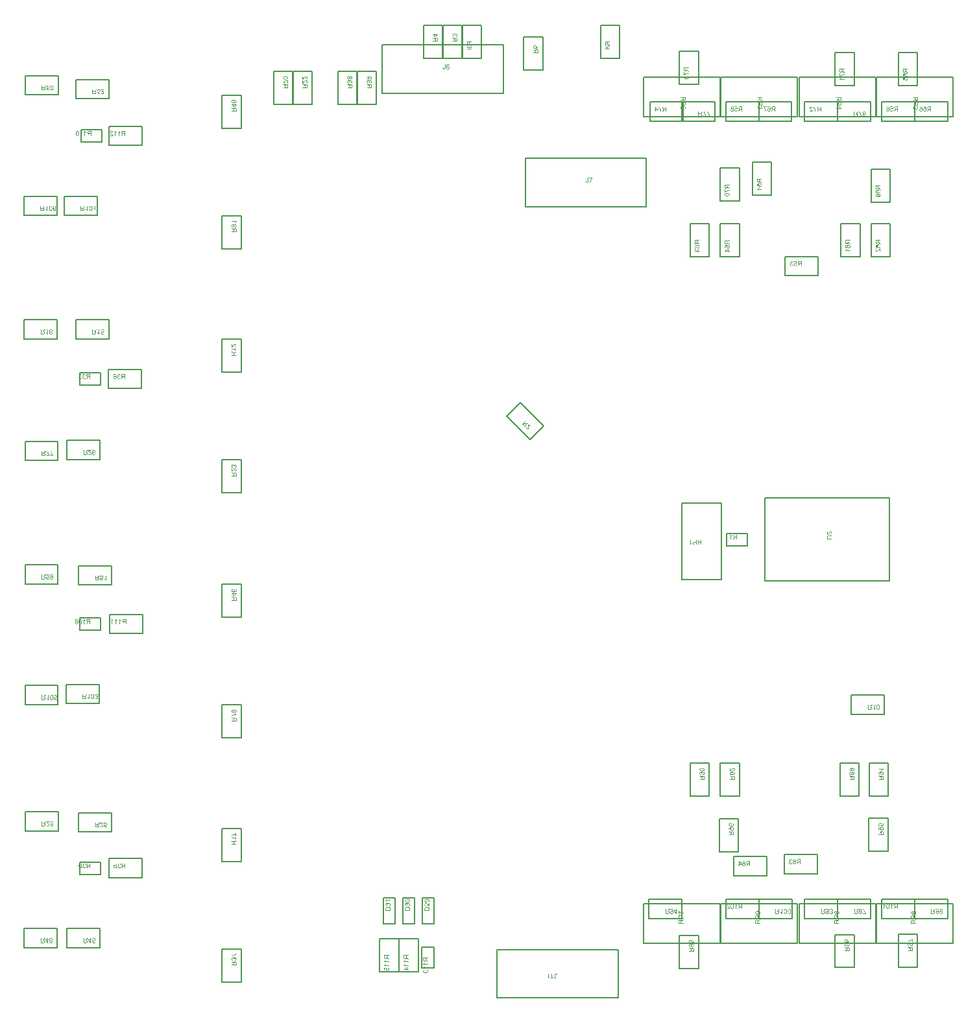
<source format=gbr>
%TF.GenerationSoftware,Altium Limited,Altium Designer,21.6.4 (81)*%
G04 Layer_Color=8388736*
%FSLAX43Y43*%
%MOMM*%
%TF.SameCoordinates,5D8205C6-A8A5-4108-8313-488A8EE5113E*%
%TF.FilePolarity,Positive*%
%TF.FileFunction,Other,Mechanical_10*%
%TF.Part,Single*%
G01*
G75*
%TA.AperFunction,NonConductor*%
%ADD82C,0.200*%
G36*
X127259Y161678D02*
X127277Y161677D01*
X127295Y161675D01*
X127311Y161672D01*
X127325Y161671D01*
X127339Y161668D01*
X127351Y161666D01*
X127362Y161662D01*
X127371Y161660D01*
X127379Y161658D01*
X127385Y161656D01*
X127390Y161654D01*
X127395Y161652D01*
X127396Y161652D01*
X127397D01*
X127420Y161641D01*
X127439Y161628D01*
X127455Y161615D01*
X127469Y161602D01*
X127479Y161591D01*
X127487Y161582D01*
X127490Y161578D01*
X127491Y161576D01*
X127493Y161574D01*
Y161573D01*
X127504Y161553D01*
X127513Y161533D01*
X127519Y161514D01*
X127523Y161497D01*
X127525Y161482D01*
X127526Y161475D01*
Y161470D01*
X127527Y161465D01*
Y161459D01*
X127526Y161443D01*
X127524Y161428D01*
X127521Y161413D01*
X127518Y161400D01*
X127513Y161387D01*
X127508Y161376D01*
X127503Y161364D01*
X127497Y161355D01*
X127491Y161346D01*
X127486Y161338D01*
X127481Y161331D01*
X127476Y161325D01*
X127473Y161321D01*
X127469Y161318D01*
X127468Y161316D01*
X127467Y161315D01*
X127455Y161305D01*
X127444Y161297D01*
X127430Y161289D01*
X127418Y161283D01*
X127405Y161277D01*
X127391Y161273D01*
X127366Y161266D01*
X127355Y161263D01*
X127345Y161262D01*
X127335Y161260D01*
X127326Y161259D01*
X127320Y161258D01*
X127315D01*
X127311D01*
X127310D01*
X127293Y161259D01*
X127277Y161261D01*
X127261Y161263D01*
X127247Y161267D01*
X127234Y161271D01*
X127221Y161276D01*
X127210Y161281D01*
X127200Y161286D01*
X127190Y161291D01*
X127182Y161296D01*
X127175Y161301D01*
X127170Y161305D01*
X127165Y161308D01*
X127161Y161311D01*
X127160Y161313D01*
X127159Y161313D01*
X127149Y161324D01*
X127140Y161335D01*
X127132Y161346D01*
X127125Y161358D01*
X127120Y161369D01*
X127115Y161380D01*
X127111Y161391D01*
X127109Y161401D01*
X127106Y161411D01*
X127105Y161419D01*
X127103Y161427D01*
X127102Y161434D01*
X127101Y161440D01*
Y161447D01*
X127102Y161465D01*
X127105Y161482D01*
X127109Y161497D01*
X127113Y161509D01*
X127117Y161521D01*
X127121Y161528D01*
X127122Y161532D01*
X127124Y161534D01*
X127125Y161535D01*
Y161536D01*
X127134Y161550D01*
X127144Y161563D01*
X127154Y161574D01*
X127164Y161583D01*
X127172Y161591D01*
X127180Y161597D01*
X127184Y161600D01*
X127185Y161601D01*
X127179D01*
X127174D01*
X127170D01*
X127170D01*
X127151Y161600D01*
X127134Y161599D01*
X127117Y161597D01*
X127103Y161595D01*
X127090Y161592D01*
X127085Y161592D01*
X127081Y161591D01*
X127078Y161590D01*
X127075D01*
X127074Y161589D01*
X127073D01*
X127056Y161585D01*
X127041Y161580D01*
X127029Y161575D01*
X127018Y161570D01*
X127010Y161566D01*
X127003Y161563D01*
X127000Y161561D01*
X126998Y161560D01*
X126988Y161553D01*
X126980Y161546D01*
X126972Y161538D01*
X126965Y161531D01*
X126960Y161525D01*
X126957Y161520D01*
X126955Y161516D01*
X126954Y161515D01*
X126949Y161504D01*
X126945Y161493D01*
X126942Y161482D01*
X126940Y161473D01*
X126939Y161464D01*
X126938Y161457D01*
Y161452D01*
X126939Y161437D01*
X126941Y161422D01*
X126945Y161411D01*
X126950Y161401D01*
X126954Y161393D01*
X126958Y161387D01*
X126960Y161383D01*
X126961Y161382D01*
X126971Y161372D01*
X126983Y161365D01*
X126995Y161358D01*
X127009Y161354D01*
X127020Y161350D01*
X127030Y161348D01*
X127033Y161347D01*
X127035D01*
X127037Y161346D01*
X127038D01*
X127032Y161270D01*
X127018Y161273D01*
X127005Y161275D01*
X126993Y161278D01*
X126982Y161283D01*
X126971Y161288D01*
X126961Y161292D01*
X126953Y161297D01*
X126945Y161302D01*
X126938Y161307D01*
X126932Y161311D01*
X126926Y161315D01*
X126922Y161319D01*
X126919Y161323D01*
X126916Y161325D01*
X126915Y161326D01*
X126915Y161327D01*
X126907Y161336D01*
X126901Y161346D01*
X126895Y161356D01*
X126890Y161366D01*
X126883Y161387D01*
X126878Y161406D01*
X126876Y161415D01*
X126875Y161423D01*
X126875Y161430D01*
X126874Y161437D01*
X126873Y161442D01*
Y161449D01*
X126874Y161462D01*
X126875Y161475D01*
X126879Y161498D01*
X126885Y161519D01*
X126892Y161537D01*
X126895Y161545D01*
X126899Y161552D01*
X126902Y161558D01*
X126905Y161563D01*
X126907Y161567D01*
X126909Y161570D01*
X126910Y161572D01*
Y161572D01*
X126926Y161592D01*
X126944Y161607D01*
X126962Y161622D01*
X126980Y161632D01*
X126996Y161642D01*
X127003Y161645D01*
X127010Y161647D01*
X127015Y161650D01*
X127018Y161652D01*
X127020Y161652D01*
X127021D01*
X127035Y161657D01*
X127050Y161662D01*
X127082Y161668D01*
X127115Y161672D01*
X127131Y161674D01*
X127146Y161676D01*
X127161Y161677D01*
X127175Y161677D01*
X127186Y161678D01*
X127197Y161679D01*
X127205D01*
X127212D01*
X127215D01*
X127217D01*
X127239D01*
X127259Y161678D01*
D02*
G37*
G36*
X127110Y161091D02*
X127524D01*
Y161027D01*
X127110Y160734D01*
X127037D01*
Y161013D01*
X126884D01*
Y161091D01*
X127037D01*
Y161178D01*
X127110D01*
Y161091D01*
D02*
G37*
G36*
X127057Y160600D02*
X127075Y160588D01*
X127092Y160575D01*
X127107Y160564D01*
X127119Y160553D01*
X127129Y160543D01*
X127136Y160536D01*
X127140Y160531D01*
X127142Y160530D01*
Y160529D01*
X127148Y160522D01*
X127154Y160514D01*
X127165Y160498D01*
X127169Y160490D01*
X127172Y160484D01*
X127174Y160480D01*
X127175Y160479D01*
X127177Y160495D01*
X127180Y160511D01*
X127185Y160525D01*
X127189Y160539D01*
X127194Y160551D01*
X127199Y160563D01*
X127204Y160573D01*
X127209Y160582D01*
X127214Y160589D01*
X127219Y160596D01*
X127223Y160602D01*
X127226Y160607D01*
X127230Y160610D01*
X127232Y160614D01*
X127233Y160614D01*
X127234Y160615D01*
X127243Y160623D01*
X127252Y160630D01*
X127262Y160636D01*
X127271Y160641D01*
X127290Y160649D01*
X127309Y160654D01*
X127325Y160657D01*
X127331Y160658D01*
X127337Y160659D01*
X127342Y160659D01*
X127345D01*
X127348D01*
X127349D01*
X127368Y160659D01*
X127386Y160655D01*
X127403Y160651D01*
X127417Y160646D01*
X127429Y160641D01*
X127438Y160637D01*
X127441Y160635D01*
X127444Y160634D01*
X127445Y160633D01*
X127445D01*
X127460Y160622D01*
X127474Y160610D01*
X127484Y160599D01*
X127493Y160587D01*
X127499Y160577D01*
X127504Y160569D01*
X127505Y160565D01*
X127506Y160563D01*
X127507Y160562D01*
Y160561D01*
X127510Y160553D01*
X127513Y160543D01*
X127517Y160522D01*
X127520Y160500D01*
X127522Y160479D01*
X127523Y160469D01*
X127524Y160460D01*
Y160453D01*
X127524Y160445D01*
Y160147D01*
X126884D01*
Y160232D01*
X127168D01*
Y160342D01*
X127167Y160351D01*
Y160359D01*
X127166Y160366D01*
X127165Y160371D01*
Y160374D01*
X127165Y160376D01*
Y160377D01*
X127160Y160391D01*
X127157Y160398D01*
X127154Y160404D01*
X127151Y160409D01*
X127149Y160412D01*
X127148Y160414D01*
X127147Y160415D01*
X127141Y160423D01*
X127135Y160430D01*
X127128Y160438D01*
X127120Y160444D01*
X127115Y160450D01*
X127109Y160454D01*
X127105Y160458D01*
X127104Y160459D01*
X127091Y160469D01*
X127077Y160479D01*
X127063Y160489D01*
X127049Y160499D01*
X127036Y160507D01*
X127030Y160511D01*
X127025Y160514D01*
X127022Y160517D01*
X127019Y160519D01*
X127017Y160520D01*
X127016D01*
X126884Y160604D01*
Y160711D01*
X127057Y160600D01*
D02*
G37*
G36*
X127259Y82049D02*
X127277Y82048D01*
X127295Y82046D01*
X127311Y82043D01*
X127325Y82042D01*
X127339Y82039D01*
X127351Y82037D01*
X127362Y82033D01*
X127371Y82031D01*
X127379Y82029D01*
X127385Y82027D01*
X127390Y82025D01*
X127395Y82023D01*
X127396Y82023D01*
X127397D01*
X127420Y82012D01*
X127439Y81999D01*
X127455Y81986D01*
X127469Y81973D01*
X127479Y81962D01*
X127487Y81953D01*
X127490Y81949D01*
X127491Y81947D01*
X127493Y81945D01*
Y81944D01*
X127504Y81924D01*
X127513Y81904D01*
X127519Y81885D01*
X127523Y81868D01*
X127525Y81853D01*
X127526Y81846D01*
Y81841D01*
X127527Y81836D01*
Y81830D01*
X127526Y81814D01*
X127524Y81799D01*
X127521Y81784D01*
X127518Y81771D01*
X127513Y81758D01*
X127508Y81747D01*
X127503Y81735D01*
X127497Y81726D01*
X127491Y81717D01*
X127486Y81709D01*
X127481Y81702D01*
X127476Y81696D01*
X127473Y81692D01*
X127469Y81689D01*
X127468Y81687D01*
X127467Y81686D01*
X127455Y81676D01*
X127444Y81668D01*
X127430Y81660D01*
X127418Y81654D01*
X127405Y81648D01*
X127391Y81644D01*
X127366Y81637D01*
X127355Y81634D01*
X127345Y81633D01*
X127335Y81631D01*
X127326Y81630D01*
X127320Y81629D01*
X127315D01*
X127311D01*
X127310D01*
X127293Y81630D01*
X127277Y81632D01*
X127261Y81634D01*
X127247Y81638D01*
X127234Y81642D01*
X127221Y81647D01*
X127210Y81652D01*
X127200Y81657D01*
X127190Y81662D01*
X127182Y81667D01*
X127175Y81672D01*
X127170Y81676D01*
X127165Y81679D01*
X127161Y81682D01*
X127160Y81684D01*
X127159Y81684D01*
X127149Y81695D01*
X127140Y81706D01*
X127132Y81717D01*
X127125Y81729D01*
X127120Y81740D01*
X127115Y81751D01*
X127111Y81762D01*
X127109Y81772D01*
X127106Y81782D01*
X127105Y81790D01*
X127103Y81798D01*
X127102Y81805D01*
X127101Y81811D01*
Y81818D01*
X127102Y81836D01*
X127105Y81853D01*
X127109Y81868D01*
X127113Y81880D01*
X127117Y81892D01*
X127121Y81899D01*
X127122Y81903D01*
X127124Y81905D01*
X127125Y81906D01*
Y81907D01*
X127134Y81921D01*
X127144Y81934D01*
X127154Y81945D01*
X127164Y81954D01*
X127172Y81962D01*
X127180Y81968D01*
X127184Y81971D01*
X127185Y81972D01*
X127179D01*
X127174D01*
X127170D01*
X127170D01*
X127151Y81971D01*
X127134Y81970D01*
X127117Y81968D01*
X127103Y81966D01*
X127090Y81963D01*
X127085Y81963D01*
X127081Y81962D01*
X127078Y81961D01*
X127075D01*
X127074Y81960D01*
X127073D01*
X127056Y81956D01*
X127041Y81951D01*
X127029Y81946D01*
X127018Y81941D01*
X127010Y81937D01*
X127003Y81934D01*
X127000Y81932D01*
X126998Y81931D01*
X126988Y81924D01*
X126980Y81917D01*
X126972Y81909D01*
X126965Y81902D01*
X126960Y81896D01*
X126957Y81891D01*
X126955Y81887D01*
X126954Y81886D01*
X126949Y81875D01*
X126945Y81864D01*
X126942Y81853D01*
X126940Y81844D01*
X126939Y81835D01*
X126938Y81828D01*
Y81823D01*
X126939Y81808D01*
X126941Y81793D01*
X126945Y81782D01*
X126950Y81772D01*
X126954Y81763D01*
X126958Y81758D01*
X126960Y81754D01*
X126961Y81753D01*
X126971Y81743D01*
X126983Y81736D01*
X126995Y81729D01*
X127009Y81725D01*
X127020Y81721D01*
X127030Y81719D01*
X127033Y81718D01*
X127035D01*
X127037Y81717D01*
X127038D01*
X127032Y81641D01*
X127018Y81644D01*
X127005Y81646D01*
X126993Y81649D01*
X126982Y81654D01*
X126971Y81659D01*
X126961Y81663D01*
X126953Y81668D01*
X126945Y81673D01*
X126938Y81678D01*
X126932Y81682D01*
X126926Y81686D01*
X126922Y81690D01*
X126919Y81694D01*
X126916Y81696D01*
X126915Y81697D01*
X126915Y81698D01*
X126907Y81707D01*
X126901Y81717D01*
X126895Y81727D01*
X126890Y81737D01*
X126883Y81758D01*
X126878Y81777D01*
X126876Y81786D01*
X126875Y81794D01*
X126875Y81801D01*
X126874Y81808D01*
X126873Y81813D01*
Y81820D01*
X126874Y81833D01*
X126875Y81846D01*
X126879Y81869D01*
X126885Y81890D01*
X126892Y81908D01*
X126895Y81916D01*
X126899Y81923D01*
X126902Y81929D01*
X126905Y81934D01*
X126907Y81938D01*
X126909Y81941D01*
X126910Y81943D01*
Y81943D01*
X126926Y81963D01*
X126944Y81978D01*
X126962Y81993D01*
X126980Y82003D01*
X126996Y82013D01*
X127003Y82016D01*
X127010Y82018D01*
X127015Y82021D01*
X127018Y82023D01*
X127020Y82023D01*
X127021D01*
X127035Y82028D01*
X127050Y82033D01*
X127082Y82039D01*
X127115Y82043D01*
X127131Y82045D01*
X127146Y82047D01*
X127161Y82048D01*
X127175Y82048D01*
X127186Y82049D01*
X127197Y82050D01*
X127205D01*
X127212D01*
X127215D01*
X127217D01*
X127239D01*
X127259Y82049D01*
D02*
G37*
G36*
X127516Y81137D02*
X127440D01*
Y81450D01*
X127414Y81429D01*
X127385Y81407D01*
X127357Y81388D01*
X127330Y81371D01*
X127319Y81364D01*
X127307Y81357D01*
X127297Y81351D01*
X127289Y81346D01*
X127282Y81342D01*
X127276Y81339D01*
X127273Y81338D01*
X127272Y81337D01*
X127235Y81319D01*
X127198Y81302D01*
X127163Y81289D01*
X127147Y81282D01*
X127131Y81277D01*
X127117Y81272D01*
X127105Y81268D01*
X127094Y81264D01*
X127084Y81261D01*
X127076Y81259D01*
X127070Y81258D01*
X127067Y81256D01*
X127065D01*
X127045Y81251D01*
X127027Y81247D01*
X127009Y81243D01*
X126992Y81239D01*
X126976Y81237D01*
X126961Y81234D01*
X126947Y81233D01*
X126935Y81231D01*
X126923Y81229D01*
X126913Y81229D01*
X126905Y81228D01*
X126897D01*
X126891Y81227D01*
X126887D01*
X126885D01*
X126884D01*
Y81308D01*
X126919Y81311D01*
X126951Y81315D01*
X126966Y81317D01*
X126981Y81319D01*
X126995Y81323D01*
X127007Y81325D01*
X127019Y81328D01*
X127029Y81329D01*
X127038Y81332D01*
X127045Y81334D01*
X127051Y81335D01*
X127056Y81337D01*
X127059Y81338D01*
X127060D01*
X127102Y81351D01*
X127142Y81366D01*
X127161Y81374D01*
X127180Y81381D01*
X127197Y81389D01*
X127213Y81396D01*
X127228Y81403D01*
X127241Y81409D01*
X127253Y81414D01*
X127263Y81419D01*
X127270Y81424D01*
X127276Y81427D01*
X127280Y81429D01*
X127281Y81429D01*
X127301Y81441D01*
X127320Y81452D01*
X127338Y81463D01*
X127354Y81474D01*
X127370Y81484D01*
X127384Y81494D01*
X127397Y81504D01*
X127409Y81513D01*
X127419Y81521D01*
X127428Y81529D01*
X127436Y81535D01*
X127443Y81540D01*
X127448Y81545D01*
X127451Y81549D01*
X127454Y81550D01*
X127455Y81551D01*
X127516D01*
Y81137D01*
D02*
G37*
G36*
X127057Y80971D02*
X127075Y80959D01*
X127092Y80946D01*
X127107Y80935D01*
X127119Y80924D01*
X127129Y80914D01*
X127136Y80907D01*
X127140Y80902D01*
X127142Y80901D01*
Y80900D01*
X127148Y80893D01*
X127154Y80885D01*
X127165Y80869D01*
X127169Y80861D01*
X127172Y80855D01*
X127174Y80851D01*
X127175Y80850D01*
X127177Y80866D01*
X127180Y80882D01*
X127185Y80896D01*
X127189Y80910D01*
X127194Y80922D01*
X127199Y80934D01*
X127204Y80944D01*
X127209Y80953D01*
X127214Y80960D01*
X127219Y80967D01*
X127223Y80973D01*
X127226Y80978D01*
X127230Y80981D01*
X127232Y80985D01*
X127233Y80985D01*
X127234Y80986D01*
X127243Y80994D01*
X127252Y81001D01*
X127262Y81007D01*
X127271Y81012D01*
X127290Y81020D01*
X127309Y81025D01*
X127325Y81028D01*
X127331Y81029D01*
X127337Y81030D01*
X127342Y81030D01*
X127345D01*
X127348D01*
X127349D01*
X127368Y81030D01*
X127386Y81026D01*
X127403Y81022D01*
X127417Y81017D01*
X127429Y81012D01*
X127438Y81008D01*
X127441Y81006D01*
X127444Y81005D01*
X127445Y81004D01*
X127445D01*
X127460Y80993D01*
X127474Y80981D01*
X127484Y80970D01*
X127493Y80958D01*
X127499Y80948D01*
X127504Y80940D01*
X127505Y80936D01*
X127506Y80934D01*
X127507Y80933D01*
Y80932D01*
X127510Y80924D01*
X127513Y80914D01*
X127517Y80893D01*
X127520Y80871D01*
X127522Y80850D01*
X127523Y80840D01*
X127524Y80831D01*
Y80824D01*
X127524Y80816D01*
Y80518D01*
X126884D01*
Y80603D01*
X127168D01*
Y80713D01*
X127167Y80722D01*
Y80730D01*
X127166Y80737D01*
X127165Y80742D01*
Y80745D01*
X127165Y80747D01*
Y80748D01*
X127160Y80762D01*
X127157Y80769D01*
X127154Y80775D01*
X127151Y80780D01*
X127149Y80783D01*
X127148Y80785D01*
X127147Y80786D01*
X127141Y80794D01*
X127135Y80801D01*
X127128Y80809D01*
X127120Y80815D01*
X127115Y80821D01*
X127109Y80825D01*
X127105Y80829D01*
X127104Y80830D01*
X127091Y80840D01*
X127077Y80850D01*
X127063Y80860D01*
X127049Y80870D01*
X127036Y80878D01*
X127030Y80882D01*
X127025Y80885D01*
X127022Y80888D01*
X127019Y80890D01*
X127017Y80891D01*
X127016D01*
X126884Y80975D01*
Y81082D01*
X127057Y80971D01*
D02*
G37*
G36*
X127505Y65505D02*
X127430D01*
Y65819D01*
X127403Y65797D01*
X127375Y65775D01*
X127346Y65756D01*
X127320Y65739D01*
X127308Y65732D01*
X127296Y65725D01*
X127286Y65719D01*
X127278Y65714D01*
X127271Y65710D01*
X127265Y65708D01*
X127262Y65706D01*
X127261Y65705D01*
X127224Y65687D01*
X127187Y65670D01*
X127152Y65657D01*
X127136Y65650D01*
X127120Y65645D01*
X127106Y65640D01*
X127094Y65636D01*
X127083Y65633D01*
X127073Y65630D01*
X127065Y65628D01*
X127060Y65626D01*
X127056Y65624D01*
X127055D01*
X127035Y65619D01*
X127016Y65615D01*
X126998Y65611D01*
X126981Y65608D01*
X126965Y65605D01*
X126950Y65603D01*
X126936Y65601D01*
X126924Y65600D01*
X126912Y65598D01*
X126902Y65597D01*
X126894Y65596D01*
X126886D01*
X126880Y65595D01*
X126876D01*
X126874D01*
X126873D01*
Y65676D01*
X126908Y65679D01*
X126940Y65684D01*
X126955Y65685D01*
X126970Y65688D01*
X126984Y65691D01*
X126996Y65694D01*
X127008Y65696D01*
X127018Y65698D01*
X127027Y65700D01*
X127035Y65702D01*
X127040Y65704D01*
X127045Y65705D01*
X127048Y65706D01*
X127049D01*
X127091Y65719D01*
X127131Y65734D01*
X127150Y65742D01*
X127169Y65749D01*
X127186Y65757D01*
X127202Y65764D01*
X127217Y65771D01*
X127230Y65778D01*
X127242Y65783D01*
X127252Y65788D01*
X127260Y65792D01*
X127265Y65795D01*
X127270Y65797D01*
X127270Y65798D01*
X127290Y65809D01*
X127309Y65820D01*
X127327Y65831D01*
X127343Y65842D01*
X127359Y65853D01*
X127373Y65863D01*
X127386Y65872D01*
X127398Y65881D01*
X127408Y65889D01*
X127417Y65897D01*
X127425Y65904D01*
X127432Y65909D01*
X127437Y65914D01*
X127440Y65917D01*
X127443Y65919D01*
X127444Y65919D01*
X127505D01*
Y65505D01*
D02*
G37*
G36*
X127516Y65248D02*
X127500Y65239D01*
X127485Y65228D01*
X127470Y65216D01*
X127458Y65205D01*
X127446Y65195D01*
X127438Y65186D01*
X127435Y65183D01*
X127432Y65180D01*
X127431Y65179D01*
X127430Y65178D01*
X127415Y65159D01*
X127400Y65140D01*
X127387Y65120D01*
X127376Y65102D01*
X127368Y65086D01*
X127364Y65080D01*
X127361Y65074D01*
X127359Y65070D01*
X127357Y65066D01*
X127355Y65064D01*
Y65063D01*
X127279D01*
X127285Y65077D01*
X127291Y65091D01*
X127298Y65105D01*
X127305Y65118D01*
X127310Y65129D01*
X127315Y65138D01*
X127317Y65141D01*
X127319Y65144D01*
X127320Y65145D01*
Y65145D01*
X127330Y65162D01*
X127340Y65176D01*
X127349Y65190D01*
X127357Y65200D01*
X127364Y65209D01*
X127370Y65215D01*
X127373Y65219D01*
X127374Y65220D01*
X126873D01*
Y65299D01*
X127516D01*
Y65248D01*
D02*
G37*
G36*
X127046Y64842D02*
X127065Y64830D01*
X127081Y64817D01*
X127096Y64806D01*
X127108Y64795D01*
X127118Y64785D01*
X127125Y64778D01*
X127130Y64773D01*
X127131Y64772D01*
Y64771D01*
X127137Y64764D01*
X127143Y64756D01*
X127154Y64740D01*
X127158Y64732D01*
X127161Y64726D01*
X127163Y64722D01*
X127164Y64721D01*
X127166Y64737D01*
X127170Y64753D01*
X127174Y64767D01*
X127178Y64781D01*
X127183Y64793D01*
X127188Y64805D01*
X127193Y64815D01*
X127198Y64824D01*
X127203Y64831D01*
X127208Y64838D01*
X127212Y64844D01*
X127215Y64849D01*
X127219Y64852D01*
X127221Y64856D01*
X127222Y64856D01*
X127223Y64857D01*
X127232Y64865D01*
X127241Y64872D01*
X127251Y64878D01*
X127260Y64883D01*
X127280Y64891D01*
X127298Y64896D01*
X127314Y64899D01*
X127320Y64900D01*
X127326Y64901D01*
X127331Y64901D01*
X127335D01*
X127337D01*
X127338D01*
X127357Y64901D01*
X127375Y64897D01*
X127392Y64893D01*
X127406Y64888D01*
X127418Y64883D01*
X127427Y64879D01*
X127430Y64877D01*
X127433Y64876D01*
X127434Y64875D01*
X127435D01*
X127450Y64864D01*
X127463Y64852D01*
X127474Y64841D01*
X127482Y64829D01*
X127489Y64819D01*
X127493Y64811D01*
X127494Y64807D01*
X127495Y64805D01*
X127496Y64804D01*
Y64803D01*
X127499Y64795D01*
X127502Y64785D01*
X127506Y64764D01*
X127509Y64742D01*
X127511Y64721D01*
X127512Y64711D01*
X127513Y64702D01*
Y64695D01*
X127514Y64687D01*
Y64389D01*
X126873D01*
Y64474D01*
X127157D01*
Y64584D01*
X127156Y64593D01*
Y64601D01*
X127155Y64608D01*
X127155Y64613D01*
Y64616D01*
X127154Y64618D01*
Y64619D01*
X127149Y64633D01*
X127146Y64640D01*
X127143Y64646D01*
X127140Y64651D01*
X127138Y64654D01*
X127137Y64656D01*
X127136Y64657D01*
X127130Y64665D01*
X127125Y64672D01*
X127117Y64680D01*
X127110Y64686D01*
X127104Y64692D01*
X127098Y64696D01*
X127095Y64700D01*
X127093Y64701D01*
X127080Y64711D01*
X127066Y64721D01*
X127052Y64731D01*
X127038Y64741D01*
X127025Y64749D01*
X127020Y64753D01*
X127015Y64756D01*
X127011Y64759D01*
X127008Y64761D01*
X127006Y64762D01*
X127005D01*
X126873Y64846D01*
Y64953D01*
X127046Y64842D01*
D02*
G37*
G36*
X127516Y49757D02*
X127440D01*
Y50071D01*
X127414Y50049D01*
X127385Y50027D01*
X127357Y50008D01*
X127330Y49991D01*
X127319Y49984D01*
X127307Y49977D01*
X127297Y49971D01*
X127289Y49966D01*
X127282Y49962D01*
X127276Y49960D01*
X127273Y49958D01*
X127272Y49957D01*
X127235Y49939D01*
X127198Y49922D01*
X127163Y49909D01*
X127147Y49902D01*
X127131Y49897D01*
X127117Y49892D01*
X127105Y49888D01*
X127094Y49885D01*
X127084Y49882D01*
X127076Y49880D01*
X127070Y49878D01*
X127067Y49876D01*
X127065D01*
X127045Y49871D01*
X127027Y49867D01*
X127009Y49863D01*
X126992Y49860D01*
X126976Y49857D01*
X126961Y49855D01*
X126947Y49853D01*
X126935Y49852D01*
X126923Y49850D01*
X126913Y49849D01*
X126905Y49848D01*
X126897D01*
X126891Y49847D01*
X126887D01*
X126885D01*
X126884D01*
Y49928D01*
X126919Y49931D01*
X126951Y49936D01*
X126966Y49937D01*
X126981Y49940D01*
X126995Y49943D01*
X127007Y49946D01*
X127019Y49948D01*
X127029Y49950D01*
X127038Y49952D01*
X127045Y49954D01*
X127051Y49956D01*
X127056Y49957D01*
X127059Y49958D01*
X127060D01*
X127102Y49971D01*
X127142Y49986D01*
X127161Y49994D01*
X127180Y50001D01*
X127197Y50009D01*
X127213Y50016D01*
X127228Y50023D01*
X127241Y50030D01*
X127253Y50035D01*
X127263Y50040D01*
X127270Y50044D01*
X127276Y50047D01*
X127280Y50049D01*
X127281Y50050D01*
X127301Y50061D01*
X127320Y50072D01*
X127338Y50083D01*
X127354Y50094D01*
X127370Y50105D01*
X127384Y50115D01*
X127397Y50124D01*
X127409Y50133D01*
X127419Y50141D01*
X127428Y50149D01*
X127436Y50156D01*
X127443Y50161D01*
X127448Y50166D01*
X127451Y50169D01*
X127454Y50171D01*
X127455Y50171D01*
X127516D01*
Y49757D01*
D02*
G37*
G36*
X127095Y49672D02*
X127115Y49669D01*
X127132Y49664D01*
X127147Y49658D01*
X127160Y49652D01*
X127164Y49650D01*
X127168Y49647D01*
X127171Y49646D01*
X127174Y49644D01*
X127175Y49642D01*
X127175D01*
X127190Y49630D01*
X127201Y49615D01*
X127211Y49601D01*
X127219Y49587D01*
X127224Y49574D01*
X127226Y49568D01*
X127228Y49563D01*
X127229Y49560D01*
X127230Y49557D01*
X127230Y49555D01*
Y49554D01*
X127239Y49569D01*
X127247Y49582D01*
X127256Y49594D01*
X127265Y49603D01*
X127273Y49611D01*
X127279Y49616D01*
X127283Y49619D01*
X127285Y49620D01*
X127298Y49627D01*
X127311Y49633D01*
X127324Y49637D01*
X127335Y49640D01*
X127345Y49642D01*
X127354Y49642D01*
X127359D01*
X127360D01*
X127360D01*
X127376Y49642D01*
X127391Y49639D01*
X127405Y49635D01*
X127418Y49631D01*
X127428Y49626D01*
X127436Y49622D01*
X127441Y49619D01*
X127442Y49618D01*
X127443D01*
X127457Y49609D01*
X127469Y49598D01*
X127479Y49587D01*
X127489Y49576D01*
X127495Y49566D01*
X127500Y49558D01*
X127502Y49555D01*
X127504Y49552D01*
X127504Y49552D01*
Y49551D01*
X127512Y49534D01*
X127518Y49517D01*
X127521Y49502D01*
X127524Y49487D01*
X127526Y49474D01*
Y49468D01*
X127527Y49464D01*
Y49455D01*
X127526Y49441D01*
X127525Y49427D01*
X127520Y49402D01*
X127513Y49381D01*
X127509Y49372D01*
X127505Y49362D01*
X127501Y49355D01*
X127497Y49347D01*
X127493Y49342D01*
X127490Y49337D01*
X127487Y49332D01*
X127484Y49330D01*
X127484Y49328D01*
X127483Y49327D01*
X127475Y49318D01*
X127465Y49310D01*
X127445Y49296D01*
X127425Y49285D01*
X127406Y49276D01*
X127397Y49272D01*
X127389Y49270D01*
X127380Y49267D01*
X127375Y49266D01*
X127369Y49264D01*
X127365Y49263D01*
X127362Y49262D01*
X127361D01*
X127347Y49341D01*
X127367Y49345D01*
X127385Y49350D01*
X127400Y49357D01*
X127411Y49363D01*
X127421Y49369D01*
X127428Y49374D01*
X127431Y49377D01*
X127433Y49379D01*
X127443Y49392D01*
X127450Y49404D01*
X127455Y49417D01*
X127459Y49429D01*
X127460Y49440D01*
X127461Y49449D01*
X127462Y49452D01*
Y49457D01*
X127461Y49473D01*
X127458Y49487D01*
X127453Y49501D01*
X127448Y49512D01*
X127442Y49520D01*
X127438Y49527D01*
X127435Y49530D01*
X127433Y49532D01*
X127422Y49542D01*
X127410Y49549D01*
X127398Y49554D01*
X127387Y49558D01*
X127377Y49560D01*
X127370Y49561D01*
X127364Y49562D01*
X127363D01*
X127362D01*
X127352Y49561D01*
X127343Y49560D01*
X127326Y49555D01*
X127312Y49549D01*
X127300Y49542D01*
X127292Y49534D01*
X127285Y49527D01*
X127282Y49522D01*
X127280Y49522D01*
Y49521D01*
X127272Y49506D01*
X127265Y49490D01*
X127261Y49475D01*
X127258Y49461D01*
X127256Y49449D01*
X127255Y49439D01*
X127255Y49436D01*
Y49427D01*
X127255Y49422D01*
X127256Y49420D01*
Y49418D01*
X127187Y49409D01*
X127190Y49421D01*
X127192Y49432D01*
X127194Y49442D01*
X127195Y49450D01*
X127195Y49456D01*
Y49465D01*
X127194Y49485D01*
X127190Y49502D01*
X127185Y49517D01*
X127178Y49531D01*
X127171Y49541D01*
X127166Y49548D01*
X127162Y49553D01*
X127160Y49555D01*
X127154Y49562D01*
X127146Y49567D01*
X127132Y49576D01*
X127117Y49582D01*
X127103Y49587D01*
X127090Y49589D01*
X127085Y49590D01*
X127080D01*
X127076Y49591D01*
X127074D01*
X127072D01*
X127071D01*
X127061D01*
X127051Y49589D01*
X127033Y49585D01*
X127016Y49578D01*
X127003Y49572D01*
X126991Y49565D01*
X126983Y49558D01*
X126980Y49556D01*
X126978Y49554D01*
X126977Y49553D01*
X126976Y49552D01*
X126970Y49545D01*
X126964Y49537D01*
X126954Y49522D01*
X126947Y49506D01*
X126943Y49491D01*
X126940Y49478D01*
X126939Y49472D01*
Y49467D01*
X126938Y49464D01*
Y49458D01*
X126940Y49442D01*
X126943Y49426D01*
X126947Y49412D01*
X126953Y49401D01*
X126958Y49391D01*
X126963Y49384D01*
X126966Y49380D01*
X126967Y49378D01*
X126973Y49372D01*
X126980Y49367D01*
X126995Y49358D01*
X127011Y49350D01*
X127027Y49344D01*
X127042Y49339D01*
X127048Y49337D01*
X127054Y49336D01*
X127058Y49335D01*
X127061Y49334D01*
X127064Y49333D01*
X127065D01*
X127054Y49255D01*
X127039Y49257D01*
X127025Y49260D01*
X127012Y49263D01*
X127000Y49268D01*
X126988Y49273D01*
X126977Y49278D01*
X126967Y49284D01*
X126958Y49289D01*
X126950Y49295D01*
X126943Y49300D01*
X126937Y49305D01*
X126932Y49309D01*
X126928Y49313D01*
X126925Y49316D01*
X126924Y49317D01*
X126923Y49318D01*
X126914Y49329D01*
X126906Y49340D01*
X126900Y49352D01*
X126894Y49364D01*
X126890Y49376D01*
X126885Y49387D01*
X126880Y49409D01*
X126877Y49419D01*
X126875Y49429D01*
X126875Y49437D01*
X126874Y49444D01*
X126873Y49450D01*
Y49458D01*
X126874Y49476D01*
X126875Y49492D01*
X126878Y49507D01*
X126882Y49522D01*
X126886Y49536D01*
X126891Y49548D01*
X126896Y49560D01*
X126902Y49571D01*
X126907Y49580D01*
X126912Y49588D01*
X126917Y49596D01*
X126921Y49602D01*
X126925Y49607D01*
X126928Y49610D01*
X126930Y49612D01*
X126930Y49612D01*
X126941Y49623D01*
X126953Y49632D01*
X126965Y49641D01*
X126977Y49648D01*
X126990Y49654D01*
X127001Y49659D01*
X127013Y49663D01*
X127024Y49667D01*
X127034Y49669D01*
X127043Y49671D01*
X127051Y49672D01*
X127059Y49673D01*
X127065Y49674D01*
X127070D01*
X127072D01*
X127073D01*
X127095Y49672D01*
D02*
G37*
G36*
X127057Y49094D02*
X127075Y49082D01*
X127092Y49069D01*
X127107Y49058D01*
X127119Y49047D01*
X127129Y49037D01*
X127136Y49030D01*
X127140Y49025D01*
X127142Y49024D01*
Y49023D01*
X127148Y49016D01*
X127154Y49008D01*
X127165Y48992D01*
X127169Y48984D01*
X127172Y48978D01*
X127174Y48974D01*
X127175Y48973D01*
X127177Y48989D01*
X127180Y49005D01*
X127185Y49019D01*
X127189Y49033D01*
X127194Y49045D01*
X127199Y49057D01*
X127204Y49067D01*
X127209Y49076D01*
X127214Y49083D01*
X127219Y49090D01*
X127223Y49096D01*
X127226Y49101D01*
X127230Y49104D01*
X127232Y49108D01*
X127233Y49108D01*
X127234Y49109D01*
X127243Y49117D01*
X127252Y49124D01*
X127262Y49130D01*
X127271Y49135D01*
X127290Y49143D01*
X127309Y49148D01*
X127325Y49151D01*
X127331Y49152D01*
X127337Y49153D01*
X127342Y49153D01*
X127345D01*
X127348D01*
X127349D01*
X127368Y49153D01*
X127386Y49149D01*
X127403Y49145D01*
X127417Y49140D01*
X127429Y49135D01*
X127438Y49131D01*
X127441Y49129D01*
X127444Y49128D01*
X127445Y49127D01*
X127445D01*
X127460Y49116D01*
X127474Y49104D01*
X127484Y49093D01*
X127493Y49081D01*
X127499Y49071D01*
X127504Y49063D01*
X127505Y49059D01*
X127506Y49057D01*
X127507Y49056D01*
Y49055D01*
X127510Y49047D01*
X127513Y49037D01*
X127517Y49016D01*
X127520Y48994D01*
X127522Y48973D01*
X127523Y48963D01*
X127524Y48954D01*
Y48947D01*
X127524Y48939D01*
Y48641D01*
X126884D01*
Y48726D01*
X127168D01*
Y48836D01*
X127167Y48845D01*
Y48853D01*
X127166Y48860D01*
X127165Y48865D01*
Y48868D01*
X127165Y48870D01*
Y48871D01*
X127160Y48885D01*
X127157Y48892D01*
X127154Y48898D01*
X127151Y48903D01*
X127149Y48906D01*
X127148Y48908D01*
X127147Y48909D01*
X127141Y48917D01*
X127135Y48924D01*
X127128Y48932D01*
X127120Y48938D01*
X127115Y48944D01*
X127109Y48948D01*
X127105Y48952D01*
X127104Y48953D01*
X127091Y48963D01*
X127077Y48973D01*
X127063Y48983D01*
X127049Y48993D01*
X127036Y49001D01*
X127030Y49005D01*
X127025Y49008D01*
X127022Y49011D01*
X127019Y49013D01*
X127017Y49014D01*
X127016D01*
X126884Y49098D01*
Y49205D01*
X127057Y49094D01*
D02*
G37*
G36*
X108022Y52013D02*
X108010Y51995D01*
X107997Y51978D01*
X107986Y51963D01*
X107975Y51951D01*
X107965Y51941D01*
X107958Y51934D01*
X107953Y51930D01*
X107952Y51928D01*
X107951D01*
X107944Y51922D01*
X107936Y51916D01*
X107920Y51905D01*
X107912Y51901D01*
X107906Y51898D01*
X107902Y51896D01*
X107901Y51895D01*
X107917Y51893D01*
X107933Y51890D01*
X107947Y51885D01*
X107961Y51881D01*
X107973Y51876D01*
X107985Y51871D01*
X107995Y51866D01*
X108004Y51861D01*
X108011Y51856D01*
X108018Y51851D01*
X108024Y51847D01*
X108029Y51844D01*
X108032Y51840D01*
X108036Y51838D01*
X108036Y51837D01*
X108037Y51836D01*
X108045Y51827D01*
X108052Y51818D01*
X108058Y51808D01*
X108063Y51799D01*
X108071Y51780D01*
X108076Y51761D01*
X108079Y51745D01*
X108080Y51739D01*
X108081Y51733D01*
X108081Y51728D01*
Y51725D01*
Y51722D01*
Y51721D01*
X108081Y51702D01*
X108077Y51684D01*
X108073Y51667D01*
X108068Y51653D01*
X108063Y51641D01*
X108059Y51632D01*
X108057Y51629D01*
X108056Y51626D01*
X108055Y51625D01*
Y51625D01*
X108044Y51610D01*
X108032Y51596D01*
X108021Y51585D01*
X108009Y51577D01*
X107999Y51570D01*
X107991Y51566D01*
X107987Y51565D01*
X107985Y51564D01*
X107984Y51563D01*
X107983D01*
X107975Y51560D01*
X107965Y51557D01*
X107944Y51553D01*
X107922Y51550D01*
X107901Y51548D01*
X107891Y51547D01*
X107882Y51546D01*
X107875D01*
X107867Y51546D01*
X107569D01*
Y52186D01*
X107654D01*
Y51902D01*
X107764D01*
X107773Y51903D01*
X107781D01*
X107788Y51904D01*
X107793Y51905D01*
X107796D01*
X107798Y51905D01*
X107799D01*
X107813Y51910D01*
X107820Y51913D01*
X107826Y51916D01*
X107831Y51919D01*
X107834Y51921D01*
X107836Y51922D01*
X107837Y51923D01*
X107845Y51929D01*
X107852Y51935D01*
X107860Y51942D01*
X107866Y51950D01*
X107872Y51955D01*
X107876Y51961D01*
X107880Y51965D01*
X107881Y51966D01*
X107891Y51979D01*
X107901Y51993D01*
X107911Y52007D01*
X107921Y52021D01*
X107929Y52034D01*
X107933Y52040D01*
X107936Y52045D01*
X107939Y52048D01*
X107941Y52051D01*
X107942Y52053D01*
Y52054D01*
X108026Y52186D01*
X108133D01*
X108022Y52013D01*
D02*
G37*
G36*
X108904Y52196D02*
X108923Y52194D01*
X108940Y52190D01*
X108957Y52185D01*
X108972Y52179D01*
X108985Y52173D01*
X108998Y52165D01*
X109009Y52158D01*
X109019Y52151D01*
X109029Y52144D01*
X109036Y52138D01*
X109042Y52131D01*
X109047Y52127D01*
X109051Y52123D01*
X109053Y52120D01*
X109054Y52120D01*
X109063Y52107D01*
X109070Y52095D01*
X109077Y52082D01*
X109083Y52070D01*
X109088Y52057D01*
X109092Y52045D01*
X109098Y52020D01*
X109100Y52010D01*
X109102Y52000D01*
X109103Y51991D01*
X109104Y51984D01*
X109104Y51978D01*
Y51974D01*
Y51970D01*
Y51970D01*
X109104Y51953D01*
X109102Y51937D01*
X109099Y51922D01*
X109095Y51907D01*
X109091Y51894D01*
X109086Y51882D01*
X109081Y51870D01*
X109075Y51860D01*
X109070Y51851D01*
X109064Y51843D01*
X109059Y51836D01*
X109055Y51830D01*
X109051Y51825D01*
X109049Y51822D01*
X109047Y51820D01*
X109046Y51820D01*
X109035Y51810D01*
X109024Y51800D01*
X109012Y51793D01*
X109000Y51785D01*
X108988Y51780D01*
X108976Y51775D01*
X108965Y51771D01*
X108954Y51769D01*
X108944Y51766D01*
X108934Y51765D01*
X108926Y51763D01*
X108919Y51762D01*
X108914Y51761D01*
X108905D01*
X108894Y51762D01*
X108882Y51763D01*
X108859Y51768D01*
X108839Y51774D01*
X108821Y51781D01*
X108813Y51785D01*
X108806Y51789D01*
X108799Y51793D01*
X108795Y51795D01*
X108790Y51798D01*
X108787Y51800D01*
X108785Y51801D01*
X108785Y51802D01*
X108819Y51629D01*
X109074D01*
Y51554D01*
X108756D01*
X108695Y51883D01*
X108769Y51894D01*
X108775Y51884D01*
X108783Y51875D01*
X108791Y51867D01*
X108799Y51861D01*
X108805Y51855D01*
X108810Y51852D01*
X108814Y51850D01*
X108815Y51849D01*
X108827Y51843D01*
X108839Y51838D01*
X108851Y51835D01*
X108861Y51833D01*
X108871Y51831D01*
X108878Y51830D01*
X108896D01*
X108906Y51832D01*
X108926Y51836D01*
X108943Y51843D01*
X108957Y51850D01*
X108969Y51857D01*
X108977Y51864D01*
X108979Y51866D01*
X108982Y51868D01*
X108984Y51869D01*
Y51870D01*
X108990Y51877D01*
X108996Y51885D01*
X109005Y51903D01*
X109012Y51920D01*
X109016Y51938D01*
X109019Y51953D01*
X109020Y51960D01*
Y51965D01*
X109021Y51970D01*
Y51973D01*
Y51975D01*
Y51976D01*
Y51990D01*
X109019Y52001D01*
X109015Y52024D01*
X109009Y52043D01*
X109002Y52060D01*
X108998Y52066D01*
X108994Y52072D01*
X108991Y52078D01*
X108988Y52082D01*
X108985Y52085D01*
X108984Y52088D01*
X108983Y52089D01*
X108982Y52090D01*
X108974Y52097D01*
X108967Y52104D01*
X108959Y52110D01*
X108950Y52114D01*
X108934Y52122D01*
X108919Y52127D01*
X108905Y52130D01*
X108899Y52130D01*
X108895Y52131D01*
X108891Y52132D01*
X108885D01*
X108868Y52130D01*
X108853Y52127D01*
X108839Y52123D01*
X108827Y52117D01*
X108818Y52112D01*
X108810Y52107D01*
X108806Y52104D01*
X108804Y52103D01*
X108794Y52090D01*
X108785Y52076D01*
X108777Y52061D01*
X108771Y52046D01*
X108768Y52034D01*
X108766Y52028D01*
X108765Y52023D01*
X108764Y52019D01*
Y52015D01*
X108763Y52014D01*
Y52013D01*
X108680Y52019D01*
X108682Y52034D01*
X108685Y52048D01*
X108689Y52060D01*
X108694Y52073D01*
X108698Y52085D01*
X108704Y52095D01*
X108709Y52105D01*
X108715Y52114D01*
X108720Y52122D01*
X108725Y52129D01*
X108730Y52135D01*
X108735Y52140D01*
X108738Y52144D01*
X108740Y52146D01*
X108742Y52148D01*
X108743Y52149D01*
X108754Y52157D01*
X108765Y52165D01*
X108776Y52171D01*
X108789Y52176D01*
X108800Y52181D01*
X108812Y52185D01*
X108834Y52191D01*
X108845Y52193D01*
X108854Y52195D01*
X108864Y52195D01*
X108871Y52196D01*
X108877Y52197D01*
X108885D01*
X108904Y52196D01*
D02*
G37*
G36*
X108513Y52033D02*
X108600D01*
Y51960D01*
X108513D01*
Y51546D01*
X108449D01*
X108156Y51960D01*
Y52033D01*
X108435D01*
Y52186D01*
X108513D01*
Y52033D01*
D02*
G37*
G36*
X107658Y61983D02*
X107672Y61982D01*
X107697Y61978D01*
X107718Y61970D01*
X107727Y61966D01*
X107737Y61963D01*
X107744Y61958D01*
X107752Y61954D01*
X107757Y61950D01*
X107762Y61947D01*
X107767Y61944D01*
X107769Y61942D01*
X107771Y61941D01*
X107772Y61940D01*
X107781Y61932D01*
X107789Y61923D01*
X107803Y61903D01*
X107814Y61883D01*
X107823Y61863D01*
X107826Y61854D01*
X107829Y61846D01*
X107831Y61838D01*
X107833Y61832D01*
X107835Y61826D01*
X107836Y61822D01*
X107836Y61819D01*
Y61818D01*
X107758Y61804D01*
X107754Y61824D01*
X107749Y61842D01*
X107742Y61857D01*
X107736Y61868D01*
X107730Y61878D01*
X107725Y61885D01*
X107722Y61888D01*
X107720Y61890D01*
X107707Y61900D01*
X107695Y61907D01*
X107682Y61912D01*
X107670Y61916D01*
X107659Y61918D01*
X107650Y61918D01*
X107647Y61919D01*
X107642D01*
X107626Y61918D01*
X107612Y61915D01*
X107598Y61910D01*
X107587Y61905D01*
X107579Y61899D01*
X107572Y61895D01*
X107569Y61892D01*
X107567Y61890D01*
X107557Y61879D01*
X107550Y61867D01*
X107545Y61855D01*
X107541Y61844D01*
X107539Y61834D01*
X107538Y61827D01*
X107537Y61821D01*
Y61820D01*
Y61819D01*
X107538Y61809D01*
X107539Y61800D01*
X107544Y61783D01*
X107550Y61769D01*
X107557Y61758D01*
X107565Y61749D01*
X107572Y61743D01*
X107577Y61739D01*
X107577Y61738D01*
X107578D01*
X107593Y61729D01*
X107609Y61723D01*
X107624Y61718D01*
X107638Y61715D01*
X107650Y61713D01*
X107660Y61713D01*
X107663Y61712D01*
X107672D01*
X107677Y61713D01*
X107679Y61713D01*
X107681D01*
X107690Y61644D01*
X107678Y61647D01*
X107667Y61649D01*
X107657Y61651D01*
X107649Y61652D01*
X107643Y61653D01*
X107634D01*
X107614Y61651D01*
X107597Y61647D01*
X107582Y61642D01*
X107568Y61635D01*
X107558Y61628D01*
X107551Y61623D01*
X107546Y61619D01*
X107544Y61618D01*
X107537Y61611D01*
X107532Y61603D01*
X107523Y61589D01*
X107517Y61574D01*
X107512Y61560D01*
X107510Y61548D01*
X107509Y61542D01*
Y61538D01*
X107508Y61533D01*
Y61531D01*
Y61529D01*
Y61528D01*
Y61518D01*
X107510Y61508D01*
X107514Y61490D01*
X107521Y61473D01*
X107527Y61460D01*
X107534Y61448D01*
X107541Y61440D01*
X107543Y61438D01*
X107545Y61435D01*
X107546Y61434D01*
X107547Y61433D01*
X107554Y61427D01*
X107562Y61421D01*
X107577Y61411D01*
X107593Y61404D01*
X107608Y61400D01*
X107621Y61397D01*
X107627Y61396D01*
X107632D01*
X107635Y61395D01*
X107641D01*
X107657Y61397D01*
X107673Y61400D01*
X107687Y61404D01*
X107698Y61410D01*
X107708Y61415D01*
X107715Y61420D01*
X107719Y61423D01*
X107721Y61424D01*
X107727Y61430D01*
X107732Y61437D01*
X107741Y61453D01*
X107749Y61468D01*
X107755Y61484D01*
X107760Y61499D01*
X107762Y61505D01*
X107763Y61511D01*
X107764Y61515D01*
X107765Y61518D01*
X107766Y61521D01*
Y61522D01*
X107844Y61511D01*
X107842Y61496D01*
X107839Y61482D01*
X107836Y61469D01*
X107831Y61457D01*
X107826Y61445D01*
X107821Y61434D01*
X107815Y61424D01*
X107810Y61415D01*
X107804Y61408D01*
X107799Y61400D01*
X107794Y61394D01*
X107790Y61389D01*
X107786Y61385D01*
X107783Y61383D01*
X107782Y61381D01*
X107781Y61380D01*
X107770Y61371D01*
X107759Y61363D01*
X107747Y61357D01*
X107735Y61351D01*
X107723Y61347D01*
X107712Y61343D01*
X107690Y61337D01*
X107680Y61334D01*
X107670Y61333D01*
X107662Y61332D01*
X107655Y61331D01*
X107649Y61330D01*
X107641D01*
X107623Y61331D01*
X107607Y61333D01*
X107592Y61335D01*
X107577Y61339D01*
X107563Y61343D01*
X107551Y61348D01*
X107539Y61354D01*
X107528Y61359D01*
X107519Y61364D01*
X107511Y61369D01*
X107503Y61374D01*
X107497Y61378D01*
X107492Y61383D01*
X107489Y61385D01*
X107487Y61387D01*
X107487Y61388D01*
X107476Y61398D01*
X107467Y61410D01*
X107458Y61423D01*
X107451Y61434D01*
X107445Y61447D01*
X107440Y61458D01*
X107436Y61470D01*
X107432Y61481D01*
X107430Y61491D01*
X107428Y61500D01*
X107427Y61508D01*
X107426Y61516D01*
X107425Y61522D01*
Y61527D01*
Y61529D01*
Y61530D01*
X107427Y61553D01*
X107430Y61572D01*
X107435Y61589D01*
X107441Y61604D01*
X107447Y61617D01*
X107449Y61621D01*
X107452Y61625D01*
X107453Y61628D01*
X107455Y61631D01*
X107457Y61632D01*
Y61633D01*
X107469Y61647D01*
X107484Y61658D01*
X107498Y61668D01*
X107512Y61676D01*
X107525Y61681D01*
X107531Y61683D01*
X107536Y61685D01*
X107539Y61686D01*
X107542Y61687D01*
X107544Y61688D01*
X107545D01*
X107530Y61696D01*
X107517Y61704D01*
X107505Y61713D01*
X107496Y61723D01*
X107488Y61730D01*
X107483Y61736D01*
X107480Y61740D01*
X107479Y61742D01*
X107472Y61755D01*
X107466Y61768D01*
X107462Y61781D01*
X107459Y61793D01*
X107457Y61803D01*
X107457Y61811D01*
Y61816D01*
Y61817D01*
Y61818D01*
X107457Y61833D01*
X107460Y61848D01*
X107464Y61863D01*
X107468Y61875D01*
X107473Y61885D01*
X107477Y61893D01*
X107480Y61898D01*
X107481Y61899D01*
Y61900D01*
X107490Y61914D01*
X107501Y61926D01*
X107512Y61937D01*
X107523Y61946D01*
X107533Y61953D01*
X107541Y61958D01*
X107544Y61959D01*
X107547Y61961D01*
X107547Y61962D01*
X107548D01*
X107565Y61969D01*
X107582Y61975D01*
X107597Y61978D01*
X107612Y61982D01*
X107625Y61983D01*
X107631D01*
X107635Y61984D01*
X107644D01*
X107658Y61983D01*
D02*
G37*
G36*
X108458Y61341D02*
X108373D01*
Y61625D01*
X108263D01*
X108254Y61624D01*
X108246D01*
X108239Y61623D01*
X108234Y61623D01*
X108231D01*
X108229Y61622D01*
X108228D01*
X108214Y61617D01*
X108207Y61614D01*
X108201Y61611D01*
X108196Y61608D01*
X108193Y61606D01*
X108191Y61605D01*
X108190Y61604D01*
X108182Y61598D01*
X108175Y61593D01*
X108167Y61585D01*
X108161Y61578D01*
X108155Y61572D01*
X108151Y61566D01*
X108147Y61563D01*
X108146Y61561D01*
X108136Y61548D01*
X108126Y61534D01*
X108116Y61520D01*
X108106Y61506D01*
X108098Y61493D01*
X108094Y61488D01*
X108091Y61483D01*
X108088Y61479D01*
X108086Y61476D01*
X108085Y61474D01*
Y61473D01*
X108001Y61341D01*
X107894D01*
X108005Y61514D01*
X108017Y61533D01*
X108030Y61549D01*
X108041Y61564D01*
X108052Y61576D01*
X108062Y61586D01*
X108069Y61593D01*
X108074Y61598D01*
X108075Y61599D01*
X108076D01*
X108083Y61605D01*
X108091Y61611D01*
X108107Y61622D01*
X108115Y61626D01*
X108121Y61629D01*
X108125Y61631D01*
X108126Y61632D01*
X108110Y61634D01*
X108094Y61638D01*
X108080Y61642D01*
X108066Y61646D01*
X108054Y61651D01*
X108042Y61656D01*
X108032Y61661D01*
X108023Y61666D01*
X108016Y61671D01*
X108009Y61676D01*
X108003Y61680D01*
X107998Y61683D01*
X107995Y61687D01*
X107991Y61689D01*
X107991Y61690D01*
X107990Y61691D01*
X107982Y61700D01*
X107975Y61709D01*
X107969Y61719D01*
X107964Y61728D01*
X107956Y61748D01*
X107951Y61766D01*
X107948Y61782D01*
X107947Y61788D01*
X107946Y61794D01*
X107946Y61799D01*
Y61803D01*
Y61805D01*
Y61806D01*
X107946Y61825D01*
X107950Y61843D01*
X107954Y61860D01*
X107959Y61874D01*
X107964Y61886D01*
X107968Y61895D01*
X107970Y61898D01*
X107971Y61901D01*
X107972Y61902D01*
Y61903D01*
X107983Y61918D01*
X107995Y61931D01*
X108006Y61942D01*
X108018Y61950D01*
X108028Y61957D01*
X108036Y61961D01*
X108040Y61963D01*
X108042Y61963D01*
X108043Y61964D01*
X108044D01*
X108052Y61968D01*
X108062Y61970D01*
X108083Y61974D01*
X108105Y61978D01*
X108126Y61979D01*
X108136Y61980D01*
X108145Y61981D01*
X108152D01*
X108160Y61982D01*
X108458D01*
Y61341D01*
D02*
G37*
G36*
X107163Y61982D02*
X107186Y61978D01*
X107206Y61972D01*
X107222Y61966D01*
X107230Y61962D01*
X107236Y61958D01*
X107242Y61955D01*
X107246Y61953D01*
X107249Y61950D01*
X107252Y61948D01*
X107253Y61948D01*
X107254Y61947D01*
X107270Y61932D01*
X107284Y61914D01*
X107296Y61896D01*
X107306Y61879D01*
X107313Y61863D01*
X107317Y61857D01*
X107319Y61851D01*
X107321Y61846D01*
X107322Y61843D01*
X107323Y61840D01*
Y61839D01*
X107327Y61826D01*
X107331Y61812D01*
X107337Y61782D01*
X107341Y61751D01*
X107343Y61722D01*
X107345Y61708D01*
Y61696D01*
X107346Y61685D01*
X107347Y61676D01*
Y61668D01*
Y61662D01*
Y61658D01*
Y61657D01*
X107346Y61624D01*
X107344Y61593D01*
X107341Y61566D01*
X107337Y61540D01*
X107332Y61516D01*
X107327Y61495D01*
X107321Y61476D01*
X107315Y61458D01*
X107309Y61443D01*
X107304Y61431D01*
X107298Y61420D01*
X107294Y61411D01*
X107290Y61404D01*
X107287Y61400D01*
X107285Y61397D01*
X107284Y61396D01*
X107273Y61384D01*
X107262Y61374D01*
X107251Y61365D01*
X107239Y61358D01*
X107227Y61352D01*
X107214Y61346D01*
X107202Y61342D01*
X107191Y61339D01*
X107180Y61336D01*
X107170Y61333D01*
X107162Y61332D01*
X107153Y61331D01*
X107147D01*
X107143Y61330D01*
X107138D01*
X107126Y61331D01*
X107113Y61332D01*
X107091Y61336D01*
X107071Y61342D01*
X107054Y61349D01*
X107047Y61353D01*
X107041Y61356D01*
X107035Y61359D01*
X107031Y61362D01*
X107028Y61364D01*
X107024Y61366D01*
X107023Y61368D01*
X107023D01*
X107006Y61383D01*
X106992Y61400D01*
X106980Y61418D01*
X106970Y61435D01*
X106963Y61450D01*
X106959Y61457D01*
X106957Y61463D01*
X106955Y61468D01*
X106953Y61471D01*
X106953Y61473D01*
Y61474D01*
X106948Y61488D01*
X106945Y61502D01*
X106939Y61532D01*
X106935Y61563D01*
X106932Y61592D01*
X106931Y61605D01*
X106930Y61618D01*
Y61628D01*
X106929Y61638D01*
Y61646D01*
Y61652D01*
Y61655D01*
Y61657D01*
Y61674D01*
X106930Y61691D01*
X106931Y61706D01*
X106932Y61720D01*
X106933Y61734D01*
X106934Y61746D01*
X106935Y61758D01*
X106937Y61768D01*
X106938Y61777D01*
X106939Y61785D01*
X106941Y61792D01*
X106942Y61798D01*
X106943Y61802D01*
X106943Y61805D01*
X106944Y61807D01*
Y61808D01*
X106950Y61828D01*
X106956Y61847D01*
X106963Y61863D01*
X106969Y61877D01*
X106975Y61888D01*
X106979Y61897D01*
X106981Y61899D01*
X106983Y61902D01*
X106983Y61903D01*
Y61903D01*
X106993Y61918D01*
X107004Y61929D01*
X107015Y61939D01*
X107025Y61948D01*
X107034Y61955D01*
X107041Y61959D01*
X107046Y61963D01*
X107047Y61963D01*
X107048D01*
X107063Y61970D01*
X107078Y61975D01*
X107093Y61979D01*
X107108Y61982D01*
X107120Y61983D01*
X107125D01*
X107130Y61984D01*
X107151D01*
X107163Y61982D01*
D02*
G37*
G36*
X109546Y67126D02*
X109534Y67108D01*
X109521Y67091D01*
X109510Y67076D01*
X109499Y67064D01*
X109489Y67054D01*
X109482Y67047D01*
X109477Y67043D01*
X109476Y67041D01*
X109475D01*
X109468Y67035D01*
X109460Y67029D01*
X109444Y67018D01*
X109436Y67014D01*
X109430Y67011D01*
X109426Y67009D01*
X109425Y67008D01*
X109441Y67006D01*
X109457Y67003D01*
X109471Y66998D01*
X109485Y66994D01*
X109497Y66989D01*
X109509Y66984D01*
X109519Y66979D01*
X109528Y66974D01*
X109535Y66969D01*
X109542Y66964D01*
X109548Y66960D01*
X109553Y66957D01*
X109556Y66953D01*
X109560Y66951D01*
X109560Y66950D01*
X109561Y66949D01*
X109569Y66940D01*
X109576Y66931D01*
X109582Y66921D01*
X109587Y66912D01*
X109595Y66893D01*
X109600Y66874D01*
X109603Y66858D01*
X109604Y66852D01*
X109605Y66846D01*
X109605Y66841D01*
Y66838D01*
Y66835D01*
Y66834D01*
X109605Y66815D01*
X109601Y66797D01*
X109597Y66780D01*
X109592Y66766D01*
X109587Y66754D01*
X109583Y66745D01*
X109581Y66742D01*
X109580Y66739D01*
X109579Y66738D01*
Y66738D01*
X109568Y66723D01*
X109556Y66709D01*
X109545Y66699D01*
X109533Y66690D01*
X109523Y66684D01*
X109515Y66679D01*
X109511Y66678D01*
X109509Y66677D01*
X109508Y66676D01*
X109507D01*
X109499Y66673D01*
X109489Y66670D01*
X109468Y66666D01*
X109446Y66663D01*
X109425Y66661D01*
X109415Y66660D01*
X109406Y66659D01*
X109399D01*
X109391Y66659D01*
X109093D01*
Y67299D01*
X109178D01*
Y67015D01*
X109288D01*
X109297Y67016D01*
X109305D01*
X109312Y67017D01*
X109317Y67018D01*
X109320D01*
X109322Y67018D01*
X109323D01*
X109337Y67023D01*
X109344Y67026D01*
X109350Y67029D01*
X109355Y67032D01*
X109358Y67034D01*
X109360Y67035D01*
X109361Y67036D01*
X109369Y67042D01*
X109376Y67048D01*
X109384Y67055D01*
X109390Y67063D01*
X109396Y67068D01*
X109400Y67074D01*
X109404Y67078D01*
X109405Y67079D01*
X109415Y67092D01*
X109425Y67106D01*
X109435Y67120D01*
X109445Y67134D01*
X109453Y67147D01*
X109457Y67153D01*
X109460Y67158D01*
X109463Y67161D01*
X109465Y67164D01*
X109466Y67166D01*
Y67167D01*
X109550Y67299D01*
X109657D01*
X109546Y67126D01*
D02*
G37*
G36*
X110428Y67309D02*
X110447Y67307D01*
X110464Y67303D01*
X110481Y67298D01*
X110496Y67292D01*
X110509Y67286D01*
X110522Y67278D01*
X110533Y67271D01*
X110543Y67264D01*
X110553Y67257D01*
X110560Y67251D01*
X110566Y67244D01*
X110571Y67240D01*
X110575Y67236D01*
X110577Y67233D01*
X110578Y67233D01*
X110587Y67220D01*
X110594Y67208D01*
X110601Y67195D01*
X110607Y67183D01*
X110612Y67170D01*
X110616Y67158D01*
X110622Y67133D01*
X110624Y67123D01*
X110626Y67113D01*
X110627Y67104D01*
X110628Y67097D01*
X110628Y67091D01*
Y67087D01*
Y67083D01*
Y67083D01*
X110628Y67066D01*
X110626Y67050D01*
X110623Y67035D01*
X110619Y67020D01*
X110615Y67007D01*
X110610Y66995D01*
X110605Y66983D01*
X110599Y66973D01*
X110594Y66964D01*
X110588Y66956D01*
X110583Y66949D01*
X110579Y66943D01*
X110575Y66938D01*
X110573Y66935D01*
X110571Y66933D01*
X110570Y66933D01*
X110559Y66923D01*
X110548Y66913D01*
X110536Y66906D01*
X110524Y66898D01*
X110512Y66893D01*
X110500Y66888D01*
X110489Y66884D01*
X110478Y66882D01*
X110468Y66879D01*
X110458Y66878D01*
X110450Y66876D01*
X110443Y66875D01*
X110438Y66874D01*
X110429D01*
X110418Y66875D01*
X110406Y66876D01*
X110383Y66881D01*
X110363Y66887D01*
X110345Y66894D01*
X110337Y66898D01*
X110330Y66902D01*
X110324Y66906D01*
X110318Y66908D01*
X110314Y66911D01*
X110311Y66913D01*
X110309Y66914D01*
X110309Y66915D01*
X110343Y66742D01*
X110598D01*
Y66667D01*
X110280D01*
X110219Y66996D01*
X110293Y67007D01*
X110299Y66997D01*
X110307Y66988D01*
X110315Y66980D01*
X110323Y66974D01*
X110329Y66968D01*
X110334Y66965D01*
X110338Y66963D01*
X110339Y66962D01*
X110351Y66956D01*
X110363Y66951D01*
X110375Y66948D01*
X110385Y66946D01*
X110395Y66944D01*
X110402Y66943D01*
X110420D01*
X110430Y66945D01*
X110450Y66949D01*
X110467Y66956D01*
X110481Y66963D01*
X110493Y66970D01*
X110501Y66977D01*
X110503Y66979D01*
X110506Y66981D01*
X110508Y66982D01*
Y66983D01*
X110514Y66990D01*
X110520Y66998D01*
X110529Y67016D01*
X110536Y67033D01*
X110540Y67051D01*
X110543Y67066D01*
X110544Y67073D01*
Y67078D01*
X110545Y67083D01*
Y67086D01*
Y67088D01*
Y67089D01*
Y67103D01*
X110543Y67114D01*
X110539Y67137D01*
X110533Y67156D01*
X110526Y67173D01*
X110522Y67179D01*
X110518Y67185D01*
X110515Y67191D01*
X110512Y67195D01*
X110509Y67198D01*
X110508Y67201D01*
X110507Y67202D01*
X110506Y67203D01*
X110498Y67210D01*
X110491Y67217D01*
X110483Y67223D01*
X110474Y67227D01*
X110458Y67235D01*
X110443Y67240D01*
X110429Y67243D01*
X110423Y67243D01*
X110419Y67244D01*
X110415Y67245D01*
X110409D01*
X110392Y67243D01*
X110377Y67240D01*
X110363Y67236D01*
X110351Y67230D01*
X110342Y67225D01*
X110334Y67220D01*
X110330Y67217D01*
X110328Y67216D01*
X110318Y67203D01*
X110309Y67189D01*
X110301Y67174D01*
X110295Y67159D01*
X110292Y67147D01*
X110290Y67141D01*
X110289Y67136D01*
X110288Y67132D01*
Y67128D01*
X110287Y67127D01*
Y67126D01*
X110204Y67132D01*
X110206Y67147D01*
X110209Y67161D01*
X110213Y67173D01*
X110218Y67186D01*
X110222Y67198D01*
X110228Y67208D01*
X110233Y67218D01*
X110239Y67227D01*
X110244Y67235D01*
X110249Y67242D01*
X110254Y67248D01*
X110259Y67253D01*
X110262Y67257D01*
X110264Y67259D01*
X110266Y67261D01*
X110267Y67262D01*
X110278Y67270D01*
X110289Y67278D01*
X110300Y67284D01*
X110313Y67289D01*
X110324Y67294D01*
X110336Y67298D01*
X110358Y67304D01*
X110369Y67306D01*
X110378Y67308D01*
X110388Y67308D01*
X110395Y67309D01*
X110401Y67310D01*
X110409D01*
X110428Y67309D01*
D02*
G37*
G36*
X110119Y67223D02*
X109804D01*
X109815Y67208D01*
X109821Y67201D01*
X109826Y67195D01*
X109831Y67189D01*
X109834Y67185D01*
X109837Y67183D01*
X109838Y67182D01*
X109842Y67178D01*
X109848Y67172D01*
X109854Y67166D01*
X109860Y67160D01*
X109875Y67147D01*
X109891Y67133D01*
X109905Y67121D01*
X109912Y67115D01*
X109917Y67110D01*
X109922Y67107D01*
X109925Y67103D01*
X109928Y67102D01*
X109929Y67101D01*
X109944Y67088D01*
X109959Y67075D01*
X109971Y67064D01*
X109984Y67053D01*
X109994Y67043D01*
X110004Y67033D01*
X110014Y67025D01*
X110021Y67018D01*
X110029Y67011D01*
X110034Y67005D01*
X110039Y67000D01*
X110044Y66996D01*
X110046Y66993D01*
X110049Y66990D01*
X110050Y66989D01*
Y66988D01*
X110063Y66973D01*
X110074Y66958D01*
X110083Y66945D01*
X110090Y66933D01*
X110096Y66924D01*
X110099Y66917D01*
X110102Y66912D01*
X110103Y66910D01*
X110108Y66896D01*
X110112Y66883D01*
X110114Y66869D01*
X110117Y66858D01*
X110118Y66848D01*
X110119Y66841D01*
Y66836D01*
Y66834D01*
X110118Y66820D01*
X110116Y66807D01*
X110114Y66794D01*
X110110Y66783D01*
X110101Y66761D01*
X110097Y66751D01*
X110092Y66743D01*
X110086Y66734D01*
X110082Y66728D01*
X110077Y66722D01*
X110073Y66717D01*
X110069Y66713D01*
X110067Y66710D01*
X110065Y66708D01*
X110064Y66708D01*
X110054Y66699D01*
X110043Y66691D01*
X110031Y66684D01*
X110019Y66678D01*
X110006Y66673D01*
X109994Y66669D01*
X109971Y66663D01*
X109960Y66660D01*
X109950Y66659D01*
X109941Y66658D01*
X109933Y66657D01*
X109927Y66656D01*
X109918D01*
X109901Y66657D01*
X109885Y66658D01*
X109870Y66660D01*
X109857Y66664D01*
X109844Y66667D01*
X109832Y66671D01*
X109821Y66675D01*
X109811Y66679D01*
X109802Y66684D01*
X109794Y66688D01*
X109788Y66693D01*
X109782Y66696D01*
X109778Y66699D01*
X109774Y66702D01*
X109773Y66703D01*
X109772Y66703D01*
X109762Y66713D01*
X109754Y66723D01*
X109746Y66733D01*
X109739Y66745D01*
X109734Y66756D01*
X109729Y66768D01*
X109721Y66790D01*
X109718Y66800D01*
X109715Y66810D01*
X109714Y66818D01*
X109712Y66826D01*
X109711Y66833D01*
Y66837D01*
X109710Y66840D01*
Y66841D01*
X109791Y66849D01*
X109793Y66828D01*
X109796Y66809D01*
X109802Y66793D01*
X109809Y66779D01*
X109814Y66769D01*
X109820Y66761D01*
X109824Y66757D01*
X109825Y66755D01*
X109839Y66743D01*
X109854Y66735D01*
X109869Y66729D01*
X109884Y66725D01*
X109896Y66723D01*
X109902Y66722D01*
X109907D01*
X109910Y66721D01*
X109916D01*
X109935Y66723D01*
X109953Y66726D01*
X109968Y66731D01*
X109980Y66737D01*
X109990Y66743D01*
X109998Y66748D01*
X110002Y66752D01*
X110004Y66753D01*
X110015Y66766D01*
X110024Y66779D01*
X110029Y66792D01*
X110034Y66804D01*
X110036Y66815D01*
X110037Y66824D01*
X110038Y66828D01*
Y66829D01*
Y66831D01*
Y66832D01*
Y66840D01*
X110036Y66848D01*
X110032Y66866D01*
X110026Y66882D01*
X110019Y66896D01*
X110012Y66908D01*
X110009Y66913D01*
X110006Y66918D01*
X110004Y66922D01*
X110002Y66924D01*
X110001Y66926D01*
X110000Y66927D01*
X109993Y66937D01*
X109984Y66947D01*
X109974Y66958D01*
X109963Y66969D01*
X109939Y66992D01*
X109916Y67013D01*
X109905Y67023D01*
X109894Y67033D01*
X109884Y67041D01*
X109876Y67048D01*
X109869Y67054D01*
X109864Y67058D01*
X109860Y67062D01*
X109859Y67063D01*
X109835Y67083D01*
X109814Y67101D01*
X109797Y67118D01*
X109783Y67132D01*
X109771Y67143D01*
X109763Y67153D01*
X109760Y67156D01*
X109758Y67158D01*
X109757Y67159D01*
X109756Y67160D01*
X109744Y67176D01*
X109733Y67191D01*
X109724Y67205D01*
X109717Y67218D01*
X109711Y67229D01*
X109708Y67238D01*
X109706Y67241D01*
X109705Y67243D01*
X109704Y67244D01*
Y67245D01*
X109701Y67255D01*
X109699Y67264D01*
X109697Y67273D01*
X109696Y67282D01*
X109695Y67289D01*
Y67294D01*
Y67298D01*
Y67299D01*
X110119D01*
Y67223D01*
D02*
G37*
G36*
X107608Y93845D02*
X107619Y93830D01*
X107631Y93815D01*
X107642Y93803D01*
X107652Y93791D01*
X107661Y93783D01*
X107664Y93780D01*
X107667Y93777D01*
X107668Y93776D01*
X107669Y93775D01*
X107688Y93760D01*
X107707Y93745D01*
X107727Y93732D01*
X107745Y93721D01*
X107761Y93713D01*
X107767Y93709D01*
X107773Y93706D01*
X107777Y93704D01*
X107781Y93702D01*
X107783Y93700D01*
X107784D01*
Y93624D01*
X107770Y93630D01*
X107756Y93636D01*
X107742Y93643D01*
X107729Y93650D01*
X107718Y93655D01*
X107709Y93660D01*
X107706Y93662D01*
X107703Y93664D01*
X107702Y93665D01*
X107702D01*
X107685Y93675D01*
X107671Y93685D01*
X107657Y93694D01*
X107647Y93702D01*
X107638Y93709D01*
X107632Y93715D01*
X107628Y93718D01*
X107627Y93719D01*
Y93218D01*
X107548D01*
Y93861D01*
X107599D01*
X107608Y93845D01*
D02*
G37*
G36*
X108458Y93218D02*
X108373D01*
Y93502D01*
X108263D01*
X108254Y93501D01*
X108246D01*
X108239Y93500D01*
X108234Y93500D01*
X108231D01*
X108229Y93499D01*
X108228D01*
X108214Y93494D01*
X108207Y93491D01*
X108201Y93488D01*
X108196Y93485D01*
X108193Y93483D01*
X108191Y93482D01*
X108190Y93481D01*
X108182Y93475D01*
X108175Y93470D01*
X108167Y93462D01*
X108161Y93455D01*
X108155Y93449D01*
X108151Y93443D01*
X108147Y93440D01*
X108146Y93438D01*
X108136Y93425D01*
X108126Y93411D01*
X108116Y93397D01*
X108106Y93383D01*
X108098Y93370D01*
X108094Y93365D01*
X108091Y93360D01*
X108088Y93356D01*
X108086Y93353D01*
X108085Y93351D01*
Y93350D01*
X108001Y93218D01*
X107894D01*
X108005Y93391D01*
X108017Y93410D01*
X108030Y93426D01*
X108041Y93441D01*
X108052Y93453D01*
X108062Y93463D01*
X108069Y93470D01*
X108074Y93475D01*
X108075Y93476D01*
X108076D01*
X108083Y93482D01*
X108091Y93488D01*
X108107Y93499D01*
X108115Y93503D01*
X108121Y93506D01*
X108125Y93508D01*
X108126Y93509D01*
X108110Y93511D01*
X108094Y93515D01*
X108080Y93519D01*
X108066Y93523D01*
X108054Y93528D01*
X108042Y93533D01*
X108032Y93538D01*
X108023Y93543D01*
X108016Y93548D01*
X108009Y93553D01*
X108003Y93557D01*
X107998Y93560D01*
X107995Y93564D01*
X107991Y93566D01*
X107991Y93567D01*
X107990Y93568D01*
X107982Y93577D01*
X107975Y93586D01*
X107969Y93596D01*
X107964Y93605D01*
X107956Y93625D01*
X107951Y93643D01*
X107948Y93659D01*
X107947Y93665D01*
X107946Y93671D01*
X107946Y93676D01*
Y93680D01*
Y93682D01*
Y93683D01*
X107946Y93702D01*
X107950Y93720D01*
X107954Y93737D01*
X107959Y93751D01*
X107964Y93763D01*
X107968Y93772D01*
X107970Y93775D01*
X107971Y93778D01*
X107972Y93779D01*
Y93780D01*
X107983Y93795D01*
X107995Y93808D01*
X108006Y93819D01*
X108018Y93827D01*
X108028Y93834D01*
X108036Y93838D01*
X108040Y93840D01*
X108042Y93840D01*
X108043Y93841D01*
X108044D01*
X108052Y93845D01*
X108062Y93847D01*
X108083Y93851D01*
X108105Y93854D01*
X108126Y93856D01*
X108136Y93857D01*
X108145Y93858D01*
X108152D01*
X108160Y93859D01*
X108458D01*
Y93218D01*
D02*
G37*
G36*
X107163Y93859D02*
X107186Y93855D01*
X107206Y93850D01*
X107222Y93843D01*
X107230Y93839D01*
X107236Y93835D01*
X107242Y93832D01*
X107246Y93830D01*
X107249Y93827D01*
X107252Y93825D01*
X107253Y93825D01*
X107254Y93824D01*
X107270Y93809D01*
X107284Y93791D01*
X107296Y93773D01*
X107306Y93756D01*
X107313Y93740D01*
X107317Y93734D01*
X107319Y93728D01*
X107321Y93723D01*
X107322Y93720D01*
X107323Y93717D01*
Y93716D01*
X107327Y93703D01*
X107331Y93689D01*
X107337Y93659D01*
X107341Y93628D01*
X107343Y93599D01*
X107345Y93585D01*
Y93573D01*
X107346Y93562D01*
X107347Y93553D01*
Y93545D01*
Y93539D01*
Y93535D01*
Y93534D01*
X107346Y93501D01*
X107344Y93470D01*
X107341Y93443D01*
X107337Y93417D01*
X107332Y93393D01*
X107327Y93372D01*
X107321Y93353D01*
X107315Y93335D01*
X107309Y93320D01*
X107304Y93308D01*
X107298Y93297D01*
X107294Y93288D01*
X107290Y93281D01*
X107287Y93277D01*
X107285Y93274D01*
X107284Y93273D01*
X107273Y93261D01*
X107262Y93251D01*
X107251Y93242D01*
X107239Y93235D01*
X107227Y93229D01*
X107214Y93223D01*
X107202Y93219D01*
X107191Y93215D01*
X107180Y93213D01*
X107170Y93211D01*
X107162Y93209D01*
X107153Y93208D01*
X107147D01*
X107143Y93207D01*
X107138D01*
X107126Y93208D01*
X107113Y93209D01*
X107091Y93213D01*
X107071Y93219D01*
X107054Y93226D01*
X107047Y93230D01*
X107041Y93233D01*
X107035Y93236D01*
X107031Y93239D01*
X107028Y93241D01*
X107024Y93243D01*
X107023Y93245D01*
X107023D01*
X107006Y93260D01*
X106992Y93277D01*
X106980Y93295D01*
X106970Y93312D01*
X106963Y93327D01*
X106959Y93334D01*
X106957Y93340D01*
X106955Y93345D01*
X106953Y93348D01*
X106953Y93350D01*
Y93351D01*
X106948Y93365D01*
X106945Y93379D01*
X106939Y93409D01*
X106935Y93440D01*
X106932Y93469D01*
X106931Y93482D01*
X106930Y93495D01*
Y93505D01*
X106929Y93515D01*
Y93523D01*
Y93529D01*
Y93532D01*
Y93534D01*
Y93551D01*
X106930Y93568D01*
X106931Y93583D01*
X106932Y93597D01*
X106933Y93611D01*
X106934Y93623D01*
X106935Y93635D01*
X106937Y93645D01*
X106938Y93654D01*
X106939Y93662D01*
X106941Y93669D01*
X106942Y93675D01*
X106943Y93679D01*
X106943Y93682D01*
X106944Y93684D01*
Y93685D01*
X106950Y93705D01*
X106956Y93724D01*
X106963Y93740D01*
X106969Y93754D01*
X106975Y93765D01*
X106979Y93774D01*
X106981Y93776D01*
X106983Y93779D01*
X106983Y93780D01*
Y93780D01*
X106993Y93795D01*
X107004Y93806D01*
X107015Y93816D01*
X107025Y93825D01*
X107034Y93832D01*
X107041Y93836D01*
X107046Y93840D01*
X107047Y93840D01*
X107048D01*
X107063Y93847D01*
X107078Y93852D01*
X107093Y93856D01*
X107108Y93859D01*
X107120Y93860D01*
X107125D01*
X107130Y93861D01*
X107151D01*
X107163Y93859D01*
D02*
G37*
G36*
X106656Y93860D02*
X106671Y93859D01*
X106684Y93857D01*
X106697Y93854D01*
X106708Y93850D01*
X106720Y93846D01*
X106730Y93841D01*
X106738Y93837D01*
X106747Y93833D01*
X106754Y93828D01*
X106760Y93824D01*
X106765Y93820D01*
X106769Y93817D01*
X106772Y93815D01*
X106773Y93814D01*
X106774Y93813D01*
X106783Y93804D01*
X106791Y93795D01*
X106798Y93785D01*
X106803Y93775D01*
X106808Y93765D01*
X106812Y93755D01*
X106818Y93736D01*
X106822Y93720D01*
X106823Y93713D01*
X106823Y93707D01*
X106824Y93702D01*
Y93699D01*
Y93696D01*
Y93695D01*
X106823Y93679D01*
X106821Y93664D01*
X106817Y93650D01*
X106813Y93639D01*
X106808Y93630D01*
X106804Y93622D01*
X106802Y93618D01*
X106801Y93616D01*
X106791Y93605D01*
X106780Y93594D01*
X106768Y93585D01*
X106756Y93578D01*
X106745Y93572D01*
X106737Y93568D01*
X106733Y93566D01*
X106731Y93565D01*
X106729Y93565D01*
X106728D01*
X106749Y93558D01*
X106767Y93550D01*
X106783Y93540D01*
X106795Y93530D01*
X106805Y93521D01*
X106813Y93514D01*
X106817Y93509D01*
X106818Y93508D01*
Y93507D01*
X106829Y93490D01*
X106837Y93473D01*
X106843Y93456D01*
X106846Y93440D01*
X106848Y93425D01*
X106849Y93419D01*
Y93414D01*
X106850Y93409D01*
Y93405D01*
Y93404D01*
Y93403D01*
X106849Y93388D01*
X106848Y93373D01*
X106845Y93359D01*
X106841Y93345D01*
X106837Y93333D01*
X106832Y93321D01*
X106827Y93311D01*
X106821Y93301D01*
X106816Y93293D01*
X106811Y93285D01*
X106806Y93279D01*
X106802Y93273D01*
X106798Y93269D01*
X106795Y93265D01*
X106793Y93264D01*
X106793Y93263D01*
X106781Y93253D01*
X106769Y93245D01*
X106757Y93237D01*
X106744Y93230D01*
X106731Y93226D01*
X106718Y93220D01*
X106694Y93214D01*
X106683Y93212D01*
X106673Y93211D01*
X106663Y93209D01*
X106655Y93208D01*
X106648Y93207D01*
X106639D01*
X106622Y93208D01*
X106606Y93210D01*
X106590Y93212D01*
X106576Y93216D01*
X106562Y93220D01*
X106549Y93225D01*
X106538Y93230D01*
X106528Y93235D01*
X106519Y93240D01*
X106510Y93245D01*
X106504Y93250D01*
X106498Y93255D01*
X106493Y93258D01*
X106489Y93260D01*
X106488Y93262D01*
X106487Y93263D01*
X106477Y93274D01*
X106468Y93285D01*
X106460Y93296D01*
X106453Y93308D01*
X106448Y93320D01*
X106443Y93331D01*
X106439Y93342D01*
X106436Y93353D01*
X106434Y93363D01*
X106432Y93371D01*
X106430Y93380D01*
X106429Y93387D01*
X106429Y93393D01*
Y93397D01*
Y93400D01*
Y93400D01*
X106430Y93422D01*
X106434Y93442D01*
X106439Y93460D01*
X106444Y93475D01*
X106449Y93486D01*
X106452Y93491D01*
X106454Y93495D01*
X106457Y93499D01*
X106458Y93501D01*
X106459Y93502D01*
Y93503D01*
X106472Y93518D01*
X106486Y93530D01*
X106501Y93541D01*
X106516Y93550D01*
X106529Y93556D01*
X106534Y93559D01*
X106539Y93561D01*
X106543Y93563D01*
X106547Y93564D01*
X106548Y93565D01*
X106549D01*
X106533Y93572D01*
X106519Y93580D01*
X106506Y93589D01*
X106496Y93597D01*
X106489Y93605D01*
X106483Y93610D01*
X106479Y93614D01*
X106479Y93615D01*
X106470Y93629D01*
X106464Y93642D01*
X106460Y93655D01*
X106458Y93667D01*
X106455Y93678D01*
X106454Y93686D01*
Y93690D01*
Y93692D01*
Y93693D01*
Y93694D01*
X106455Y93706D01*
X106457Y93719D01*
X106459Y93730D01*
X106463Y93742D01*
X106471Y93762D01*
X106480Y93780D01*
X106485Y93786D01*
X106489Y93793D01*
X106494Y93799D01*
X106498Y93804D01*
X106501Y93807D01*
X106504Y93810D01*
X106505Y93811D01*
X106506Y93812D01*
X106516Y93820D01*
X106526Y93829D01*
X106538Y93835D01*
X106548Y93840D01*
X106560Y93845D01*
X106571Y93850D01*
X106593Y93855D01*
X106603Y93857D01*
X106612Y93859D01*
X106620Y93859D01*
X106627Y93860D01*
X106633Y93861D01*
X106641D01*
X106656Y93860D01*
D02*
G37*
G36*
X109546Y99384D02*
X109534Y99366D01*
X109521Y99349D01*
X109510Y99334D01*
X109499Y99322D01*
X109489Y99312D01*
X109482Y99305D01*
X109477Y99301D01*
X109476Y99299D01*
X109475D01*
X109468Y99293D01*
X109460Y99287D01*
X109444Y99276D01*
X109436Y99272D01*
X109430Y99269D01*
X109426Y99267D01*
X109425Y99266D01*
X109441Y99264D01*
X109457Y99261D01*
X109471Y99256D01*
X109485Y99252D01*
X109497Y99247D01*
X109509Y99242D01*
X109519Y99237D01*
X109528Y99232D01*
X109535Y99227D01*
X109542Y99222D01*
X109548Y99218D01*
X109553Y99215D01*
X109556Y99211D01*
X109560Y99209D01*
X109560Y99208D01*
X109561Y99207D01*
X109569Y99198D01*
X109576Y99189D01*
X109582Y99179D01*
X109587Y99170D01*
X109595Y99151D01*
X109600Y99132D01*
X109603Y99116D01*
X109604Y99110D01*
X109605Y99104D01*
X109605Y99099D01*
Y99096D01*
Y99093D01*
Y99092D01*
X109605Y99073D01*
X109601Y99055D01*
X109597Y99038D01*
X109592Y99024D01*
X109587Y99012D01*
X109583Y99003D01*
X109581Y99000D01*
X109580Y98997D01*
X109579Y98996D01*
Y98996D01*
X109568Y98981D01*
X109556Y98967D01*
X109545Y98956D01*
X109533Y98948D01*
X109523Y98941D01*
X109515Y98937D01*
X109511Y98936D01*
X109509Y98935D01*
X109508Y98934D01*
X109507D01*
X109499Y98931D01*
X109489Y98928D01*
X109468Y98924D01*
X109446Y98921D01*
X109425Y98919D01*
X109415Y98918D01*
X109406Y98917D01*
X109399D01*
X109391Y98917D01*
X109093D01*
Y99557D01*
X109178D01*
Y99273D01*
X109288D01*
X109297Y99274D01*
X109305D01*
X109312Y99275D01*
X109317Y99276D01*
X109320D01*
X109322Y99276D01*
X109323D01*
X109337Y99281D01*
X109344Y99284D01*
X109350Y99287D01*
X109355Y99290D01*
X109358Y99292D01*
X109360Y99293D01*
X109361Y99294D01*
X109369Y99300D01*
X109376Y99306D01*
X109384Y99313D01*
X109390Y99321D01*
X109396Y99326D01*
X109400Y99332D01*
X109404Y99336D01*
X109405Y99337D01*
X109415Y99350D01*
X109425Y99364D01*
X109435Y99378D01*
X109445Y99392D01*
X109453Y99405D01*
X109457Y99411D01*
X109460Y99416D01*
X109463Y99419D01*
X109465Y99422D01*
X109466Y99424D01*
Y99425D01*
X109550Y99557D01*
X109657D01*
X109546Y99384D01*
D02*
G37*
G36*
X109931Y99567D02*
X109949Y99565D01*
X109967Y99561D01*
X109984Y99556D01*
X109999Y99550D01*
X110012Y99544D01*
X110024Y99536D01*
X110036Y99529D01*
X110046Y99522D01*
X110055Y99515D01*
X110063Y99509D01*
X110069Y99502D01*
X110074Y99498D01*
X110078Y99494D01*
X110079Y99491D01*
X110080Y99491D01*
X110089Y99478D01*
X110097Y99466D01*
X110104Y99453D01*
X110109Y99441D01*
X110114Y99428D01*
X110119Y99416D01*
X110124Y99391D01*
X110127Y99381D01*
X110129Y99371D01*
X110129Y99362D01*
X110130Y99355D01*
X110131Y99349D01*
Y99345D01*
Y99341D01*
Y99341D01*
X110130Y99324D01*
X110129Y99308D01*
X110126Y99293D01*
X110122Y99278D01*
X110118Y99265D01*
X110113Y99253D01*
X110108Y99241D01*
X110102Y99231D01*
X110097Y99222D01*
X110091Y99214D01*
X110086Y99207D01*
X110082Y99201D01*
X110078Y99196D01*
X110075Y99193D01*
X110074Y99191D01*
X110073Y99191D01*
X110062Y99181D01*
X110050Y99171D01*
X110039Y99164D01*
X110027Y99156D01*
X110014Y99151D01*
X110003Y99146D01*
X109992Y99142D01*
X109981Y99140D01*
X109970Y99137D01*
X109961Y99136D01*
X109953Y99134D01*
X109946Y99133D01*
X109940Y99132D01*
X109932D01*
X109920Y99133D01*
X109909Y99134D01*
X109886Y99139D01*
X109866Y99145D01*
X109848Y99152D01*
X109839Y99156D01*
X109833Y99160D01*
X109826Y99164D01*
X109821Y99166D01*
X109817Y99169D01*
X109814Y99171D01*
X109812Y99172D01*
X109811Y99173D01*
X109845Y99000D01*
X110101D01*
Y98925D01*
X109783D01*
X109721Y99254D01*
X109795Y99265D01*
X109802Y99255D01*
X109809Y99246D01*
X109818Y99238D01*
X109825Y99232D01*
X109832Y99226D01*
X109837Y99223D01*
X109840Y99221D01*
X109842Y99220D01*
X109854Y99214D01*
X109866Y99209D01*
X109878Y99206D01*
X109888Y99204D01*
X109898Y99202D01*
X109904Y99201D01*
X109923D01*
X109933Y99203D01*
X109953Y99207D01*
X109969Y99214D01*
X109984Y99221D01*
X109995Y99228D01*
X110004Y99235D01*
X110006Y99237D01*
X110009Y99239D01*
X110010Y99240D01*
Y99241D01*
X110017Y99248D01*
X110023Y99256D01*
X110032Y99274D01*
X110039Y99291D01*
X110043Y99309D01*
X110046Y99324D01*
X110047Y99331D01*
Y99336D01*
X110048Y99341D01*
Y99344D01*
Y99346D01*
Y99347D01*
Y99361D01*
X110046Y99372D01*
X110042Y99395D01*
X110035Y99414D01*
X110029Y99431D01*
X110024Y99437D01*
X110021Y99443D01*
X110018Y99449D01*
X110014Y99453D01*
X110012Y99456D01*
X110010Y99459D01*
X110009Y99460D01*
X110009Y99461D01*
X110001Y99468D01*
X109994Y99475D01*
X109985Y99481D01*
X109977Y99485D01*
X109961Y99493D01*
X109945Y99498D01*
X109932Y99501D01*
X109926Y99501D01*
X109922Y99502D01*
X109918Y99503D01*
X109912D01*
X109894Y99501D01*
X109879Y99498D01*
X109865Y99494D01*
X109854Y99488D01*
X109844Y99483D01*
X109837Y99478D01*
X109833Y99475D01*
X109831Y99474D01*
X109820Y99461D01*
X109811Y99447D01*
X109804Y99432D01*
X109798Y99417D01*
X109794Y99405D01*
X109793Y99399D01*
X109791Y99394D01*
X109790Y99390D01*
Y99386D01*
X109789Y99385D01*
Y99384D01*
X109707Y99390D01*
X109709Y99405D01*
X109712Y99419D01*
X109715Y99431D01*
X109720Y99444D01*
X109724Y99456D01*
X109730Y99466D01*
X109735Y99476D01*
X109741Y99485D01*
X109746Y99493D01*
X109752Y99500D01*
X109756Y99506D01*
X109761Y99511D01*
X109764Y99515D01*
X109767Y99517D01*
X109769Y99519D01*
X109769Y99520D01*
X109780Y99528D01*
X109791Y99536D01*
X109803Y99542D01*
X109815Y99547D01*
X109827Y99552D01*
X109839Y99556D01*
X109861Y99562D01*
X109872Y99564D01*
X109881Y99566D01*
X109890Y99566D01*
X109898Y99567D01*
X109904Y99568D01*
X109912D01*
X109931Y99567D01*
D02*
G37*
G36*
X110500Y98914D02*
X110449D01*
X110440Y98930D01*
X110429Y98945D01*
X110418Y98960D01*
X110407Y98972D01*
X110396Y98984D01*
X110388Y98992D01*
X110384Y98996D01*
X110382Y98998D01*
X110380Y98999D01*
X110379Y99000D01*
X110360Y99016D01*
X110341Y99030D01*
X110321Y99043D01*
X110304Y99054D01*
X110288Y99062D01*
X110281Y99066D01*
X110275Y99069D01*
X110271Y99071D01*
X110268Y99073D01*
X110265Y99075D01*
X110264D01*
Y99151D01*
X110279Y99146D01*
X110293Y99139D01*
X110307Y99132D01*
X110319Y99126D01*
X110330Y99120D01*
X110339Y99115D01*
X110343Y99113D01*
X110345Y99111D01*
X110346Y99111D01*
X110347D01*
X110363Y99101D01*
X110378Y99091D01*
X110391Y99081D01*
X110402Y99073D01*
X110410Y99066D01*
X110417Y99061D01*
X110420Y99057D01*
X110422Y99056D01*
Y99557D01*
X110500D01*
Y98914D01*
D02*
G37*
G36*
X108022Y115767D02*
X108010Y115749D01*
X107997Y115732D01*
X107986Y115717D01*
X107975Y115705D01*
X107965Y115695D01*
X107958Y115688D01*
X107953Y115684D01*
X107952Y115682D01*
X107951D01*
X107944Y115676D01*
X107936Y115670D01*
X107920Y115659D01*
X107912Y115655D01*
X107906Y115652D01*
X107902Y115650D01*
X107901Y115649D01*
X107917Y115647D01*
X107933Y115644D01*
X107947Y115639D01*
X107961Y115635D01*
X107973Y115630D01*
X107985Y115625D01*
X107995Y115620D01*
X108004Y115615D01*
X108011Y115610D01*
X108018Y115605D01*
X108024Y115601D01*
X108029Y115598D01*
X108032Y115594D01*
X108036Y115592D01*
X108036Y115591D01*
X108037Y115590D01*
X108045Y115581D01*
X108052Y115572D01*
X108058Y115562D01*
X108063Y115553D01*
X108071Y115534D01*
X108076Y115515D01*
X108079Y115499D01*
X108080Y115493D01*
X108081Y115487D01*
X108081Y115482D01*
Y115479D01*
Y115476D01*
Y115475D01*
X108081Y115456D01*
X108077Y115438D01*
X108073Y115421D01*
X108068Y115407D01*
X108063Y115395D01*
X108059Y115386D01*
X108057Y115383D01*
X108056Y115380D01*
X108055Y115379D01*
Y115379D01*
X108044Y115364D01*
X108032Y115350D01*
X108021Y115340D01*
X108009Y115331D01*
X107999Y115325D01*
X107991Y115320D01*
X107987Y115319D01*
X107985Y115318D01*
X107984Y115317D01*
X107983D01*
X107975Y115314D01*
X107965Y115311D01*
X107944Y115307D01*
X107922Y115304D01*
X107901Y115302D01*
X107891Y115301D01*
X107882Y115300D01*
X107875D01*
X107867Y115300D01*
X107569D01*
Y115940D01*
X107654D01*
Y115656D01*
X107764D01*
X107773Y115657D01*
X107781D01*
X107788Y115658D01*
X107793Y115659D01*
X107796D01*
X107798Y115659D01*
X107799D01*
X107813Y115664D01*
X107820Y115667D01*
X107826Y115670D01*
X107831Y115673D01*
X107834Y115675D01*
X107836Y115676D01*
X107837Y115677D01*
X107845Y115683D01*
X107852Y115689D01*
X107860Y115696D01*
X107866Y115704D01*
X107872Y115709D01*
X107876Y115715D01*
X107880Y115719D01*
X107881Y115720D01*
X107891Y115733D01*
X107901Y115747D01*
X107911Y115761D01*
X107921Y115775D01*
X107929Y115788D01*
X107933Y115794D01*
X107936Y115799D01*
X107939Y115802D01*
X107941Y115805D01*
X107942Y115807D01*
Y115808D01*
X108026Y115940D01*
X108133D01*
X108022Y115767D01*
D02*
G37*
G36*
X108919Y115950D02*
X108939Y115947D01*
X108956Y115943D01*
X108971Y115937D01*
X108984Y115932D01*
X108989Y115930D01*
X108994Y115928D01*
X108997Y115926D01*
X108999Y115924D01*
X109000Y115924D01*
X109001D01*
X109018Y115912D01*
X109032Y115899D01*
X109044Y115886D01*
X109054Y115874D01*
X109062Y115862D01*
X109068Y115853D01*
X109070Y115849D01*
X109072Y115847D01*
X109073Y115845D01*
Y115844D01*
X109082Y115824D01*
X109089Y115805D01*
X109093Y115786D01*
X109096Y115769D01*
X109098Y115754D01*
X109099Y115749D01*
X109099Y115743D01*
Y115739D01*
Y115735D01*
Y115734D01*
Y115733D01*
X109099Y115716D01*
X109097Y115700D01*
X109094Y115685D01*
X109091Y115670D01*
X109086Y115657D01*
X109082Y115645D01*
X109077Y115634D01*
X109072Y115624D01*
X109066Y115614D01*
X109061Y115606D01*
X109057Y115599D01*
X109053Y115594D01*
X109049Y115589D01*
X109046Y115585D01*
X109044Y115584D01*
X109044Y115583D01*
X109033Y115573D01*
X109022Y115564D01*
X109011Y115556D01*
X108999Y115549D01*
X108988Y115544D01*
X108977Y115539D01*
X108966Y115534D01*
X108956Y115532D01*
X108946Y115529D01*
X108938Y115528D01*
X108929Y115526D01*
X108923Y115525D01*
X108917Y115524D01*
X108909D01*
X108893Y115525D01*
X108877Y115528D01*
X108863Y115531D01*
X108849Y115535D01*
X108839Y115539D01*
X108831Y115543D01*
X108828Y115544D01*
X108825Y115545D01*
X108824Y115546D01*
X108824D01*
X108809Y115554D01*
X108795Y115565D01*
X108784Y115575D01*
X108774Y115586D01*
X108765Y115595D01*
X108760Y115603D01*
X108756Y115609D01*
X108755Y115609D01*
Y115593D01*
X108755Y115576D01*
X108757Y115560D01*
X108759Y115546D01*
X108760Y115533D01*
X108762Y115521D01*
X108764Y115509D01*
X108765Y115499D01*
X108768Y115491D01*
X108770Y115484D01*
X108771Y115477D01*
X108773Y115471D01*
X108775Y115467D01*
X108775Y115464D01*
X108776Y115463D01*
Y115462D01*
X108785Y115444D01*
X108795Y115428D01*
X108804Y115414D01*
X108814Y115404D01*
X108822Y115394D01*
X108829Y115389D01*
X108833Y115384D01*
X108834Y115384D01*
X108846Y115376D01*
X108857Y115371D01*
X108869Y115367D01*
X108879Y115364D01*
X108888Y115363D01*
X108894Y115362D01*
X108901D01*
X108918Y115364D01*
X108934Y115367D01*
X108947Y115373D01*
X108959Y115379D01*
X108968Y115384D01*
X108974Y115390D01*
X108979Y115394D01*
X108980Y115395D01*
X108987Y115404D01*
X108993Y115414D01*
X108999Y115425D01*
X109003Y115436D01*
X109006Y115446D01*
X109009Y115454D01*
X109009Y115458D01*
Y115460D01*
X109010Y115461D01*
Y115462D01*
X109089Y115456D01*
X109086Y115443D01*
X109084Y115429D01*
X109075Y115407D01*
X109070Y115396D01*
X109066Y115387D01*
X109061Y115378D01*
X109056Y115370D01*
X109051Y115363D01*
X109046Y115357D01*
X109042Y115352D01*
X109038Y115347D01*
X109034Y115344D01*
X109033Y115341D01*
X109031Y115340D01*
X109030Y115340D01*
X109021Y115332D01*
X109011Y115325D01*
X109001Y115320D01*
X108990Y115314D01*
X108969Y115307D01*
X108950Y115302D01*
X108941Y115300D01*
X108933Y115300D01*
X108925Y115299D01*
X108919Y115298D01*
X108914Y115297D01*
X108906D01*
X108888Y115298D01*
X108870Y115300D01*
X108854Y115304D01*
X108838Y115309D01*
X108824Y115314D01*
X108810Y115320D01*
X108798Y115327D01*
X108787Y115334D01*
X108778Y115341D01*
X108769Y115348D01*
X108761Y115354D01*
X108755Y115359D01*
X108750Y115364D01*
X108747Y115368D01*
X108745Y115370D01*
X108745Y115371D01*
X108733Y115388D01*
X108722Y115407D01*
X108713Y115427D01*
X108705Y115449D01*
X108699Y115471D01*
X108693Y115494D01*
X108689Y115516D01*
X108685Y115538D01*
X108682Y115559D01*
X108680Y115578D01*
X108679Y115595D01*
X108677Y115611D01*
Y115624D01*
X108676Y115629D01*
Y115633D01*
Y115636D01*
Y115639D01*
Y115640D01*
Y115641D01*
X108677Y115671D01*
X108679Y115699D01*
X108682Y115724D01*
X108686Y115749D01*
X108690Y115769D01*
X108695Y115789D01*
X108701Y115807D01*
X108707Y115823D01*
X108713Y115836D01*
X108719Y115848D01*
X108724Y115858D01*
X108728Y115865D01*
X108732Y115872D01*
X108735Y115876D01*
X108737Y115879D01*
X108738Y115879D01*
X108750Y115892D01*
X108763Y115903D01*
X108776Y115913D01*
X108789Y115921D01*
X108803Y115928D01*
X108816Y115934D01*
X108829Y115939D01*
X108842Y115942D01*
X108854Y115945D01*
X108864Y115947D01*
X108874Y115949D01*
X108882Y115950D01*
X108889D01*
X108894Y115951D01*
X108899D01*
X108919Y115950D01*
D02*
G37*
G36*
X108595Y115864D02*
X108280D01*
X108291Y115849D01*
X108297Y115842D01*
X108302Y115836D01*
X108307Y115830D01*
X108310Y115826D01*
X108313Y115824D01*
X108314Y115823D01*
X108318Y115819D01*
X108324Y115813D01*
X108330Y115807D01*
X108336Y115801D01*
X108351Y115788D01*
X108367Y115774D01*
X108381Y115762D01*
X108388Y115756D01*
X108393Y115751D01*
X108398Y115748D01*
X108401Y115744D01*
X108404Y115743D01*
X108405Y115742D01*
X108420Y115729D01*
X108435Y115716D01*
X108447Y115705D01*
X108460Y115694D01*
X108470Y115684D01*
X108480Y115674D01*
X108490Y115666D01*
X108497Y115659D01*
X108505Y115652D01*
X108510Y115646D01*
X108515Y115641D01*
X108520Y115637D01*
X108522Y115634D01*
X108525Y115631D01*
X108526Y115630D01*
Y115629D01*
X108539Y115614D01*
X108550Y115599D01*
X108559Y115586D01*
X108566Y115574D01*
X108572Y115565D01*
X108575Y115558D01*
X108578Y115553D01*
X108579Y115551D01*
X108584Y115537D01*
X108588Y115524D01*
X108590Y115510D01*
X108593Y115499D01*
X108594Y115489D01*
X108595Y115482D01*
Y115477D01*
Y115475D01*
X108594Y115461D01*
X108592Y115448D01*
X108590Y115435D01*
X108586Y115424D01*
X108577Y115402D01*
X108573Y115392D01*
X108568Y115384D01*
X108562Y115375D01*
X108558Y115369D01*
X108553Y115363D01*
X108549Y115358D01*
X108545Y115354D01*
X108543Y115351D01*
X108541Y115349D01*
X108540Y115349D01*
X108530Y115340D01*
X108519Y115332D01*
X108507Y115325D01*
X108495Y115319D01*
X108482Y115314D01*
X108470Y115310D01*
X108447Y115304D01*
X108436Y115301D01*
X108426Y115300D01*
X108417Y115299D01*
X108409Y115298D01*
X108403Y115297D01*
X108394D01*
X108377Y115298D01*
X108361Y115299D01*
X108346Y115301D01*
X108333Y115305D01*
X108320Y115308D01*
X108308Y115312D01*
X108297Y115316D01*
X108287Y115320D01*
X108278Y115325D01*
X108270Y115329D01*
X108264Y115334D01*
X108258Y115337D01*
X108254Y115340D01*
X108250Y115343D01*
X108249Y115344D01*
X108248Y115344D01*
X108238Y115354D01*
X108230Y115364D01*
X108222Y115374D01*
X108215Y115386D01*
X108210Y115397D01*
X108205Y115409D01*
X108197Y115431D01*
X108194Y115441D01*
X108191Y115451D01*
X108190Y115459D01*
X108188Y115467D01*
X108187Y115474D01*
Y115478D01*
X108186Y115481D01*
Y115482D01*
X108267Y115490D01*
X108269Y115469D01*
X108272Y115450D01*
X108278Y115434D01*
X108285Y115420D01*
X108290Y115410D01*
X108296Y115402D01*
X108300Y115398D01*
X108301Y115396D01*
X108315Y115384D01*
X108330Y115376D01*
X108345Y115370D01*
X108360Y115366D01*
X108372Y115364D01*
X108378Y115363D01*
X108383D01*
X108386Y115362D01*
X108392D01*
X108411Y115364D01*
X108429Y115367D01*
X108444Y115372D01*
X108456Y115378D01*
X108466Y115384D01*
X108474Y115389D01*
X108478Y115393D01*
X108480Y115394D01*
X108491Y115407D01*
X108500Y115420D01*
X108505Y115433D01*
X108510Y115445D01*
X108512Y115456D01*
X108513Y115465D01*
X108514Y115469D01*
Y115470D01*
Y115472D01*
Y115473D01*
Y115481D01*
X108512Y115489D01*
X108508Y115507D01*
X108502Y115523D01*
X108495Y115537D01*
X108488Y115549D01*
X108485Y115554D01*
X108482Y115559D01*
X108480Y115563D01*
X108478Y115565D01*
X108477Y115567D01*
X108476Y115568D01*
X108469Y115578D01*
X108460Y115588D01*
X108450Y115599D01*
X108439Y115610D01*
X108415Y115633D01*
X108392Y115654D01*
X108381Y115664D01*
X108370Y115674D01*
X108360Y115682D01*
X108352Y115689D01*
X108345Y115695D01*
X108340Y115699D01*
X108336Y115703D01*
X108335Y115704D01*
X108311Y115724D01*
X108290Y115742D01*
X108273Y115759D01*
X108259Y115773D01*
X108247Y115784D01*
X108239Y115794D01*
X108236Y115797D01*
X108234Y115799D01*
X108233Y115800D01*
X108232Y115801D01*
X108220Y115817D01*
X108209Y115832D01*
X108200Y115846D01*
X108193Y115859D01*
X108187Y115870D01*
X108184Y115879D01*
X108182Y115882D01*
X108181Y115884D01*
X108180Y115885D01*
Y115886D01*
X108177Y115896D01*
X108175Y115905D01*
X108173Y115914D01*
X108172Y115923D01*
X108171Y115930D01*
Y115935D01*
Y115939D01*
Y115940D01*
X108595D01*
Y115864D01*
D02*
G37*
G36*
X107658Y125864D02*
X107672Y125864D01*
X107697Y125858D01*
X107718Y125851D01*
X107727Y125847D01*
X107737Y125844D01*
X107744Y125839D01*
X107752Y125835D01*
X107757Y125831D01*
X107762Y125828D01*
X107767Y125825D01*
X107769Y125823D01*
X107771Y125822D01*
X107772Y125821D01*
X107781Y125813D01*
X107789Y125804D01*
X107803Y125784D01*
X107814Y125764D01*
X107823Y125744D01*
X107826Y125735D01*
X107829Y125727D01*
X107831Y125719D01*
X107833Y125713D01*
X107835Y125707D01*
X107836Y125703D01*
X107836Y125700D01*
Y125699D01*
X107758Y125685D01*
X107754Y125705D01*
X107749Y125723D01*
X107742Y125738D01*
X107736Y125749D01*
X107730Y125759D01*
X107725Y125766D01*
X107722Y125769D01*
X107720Y125771D01*
X107707Y125781D01*
X107695Y125788D01*
X107682Y125793D01*
X107670Y125797D01*
X107659Y125799D01*
X107650Y125799D01*
X107647Y125800D01*
X107642D01*
X107626Y125799D01*
X107612Y125796D01*
X107598Y125791D01*
X107587Y125786D01*
X107579Y125780D01*
X107572Y125776D01*
X107569Y125773D01*
X107567Y125771D01*
X107557Y125760D01*
X107550Y125748D01*
X107545Y125736D01*
X107541Y125725D01*
X107539Y125715D01*
X107538Y125708D01*
X107537Y125702D01*
Y125701D01*
Y125700D01*
X107538Y125690D01*
X107539Y125681D01*
X107544Y125664D01*
X107550Y125650D01*
X107557Y125639D01*
X107565Y125630D01*
X107572Y125624D01*
X107577Y125620D01*
X107577Y125619D01*
X107578D01*
X107593Y125610D01*
X107609Y125604D01*
X107624Y125599D01*
X107638Y125596D01*
X107650Y125594D01*
X107660Y125594D01*
X107663Y125593D01*
X107672D01*
X107677Y125594D01*
X107679Y125594D01*
X107681D01*
X107690Y125525D01*
X107678Y125528D01*
X107667Y125530D01*
X107657Y125532D01*
X107649Y125533D01*
X107643Y125534D01*
X107634D01*
X107614Y125532D01*
X107597Y125528D01*
X107582Y125523D01*
X107568Y125516D01*
X107558Y125509D01*
X107551Y125504D01*
X107546Y125500D01*
X107544Y125499D01*
X107537Y125492D01*
X107532Y125484D01*
X107523Y125470D01*
X107517Y125455D01*
X107512Y125441D01*
X107510Y125429D01*
X107509Y125423D01*
Y125419D01*
X107508Y125414D01*
Y125412D01*
Y125410D01*
Y125409D01*
Y125399D01*
X107510Y125389D01*
X107514Y125371D01*
X107521Y125354D01*
X107527Y125341D01*
X107534Y125329D01*
X107541Y125321D01*
X107543Y125319D01*
X107545Y125316D01*
X107546Y125315D01*
X107547Y125314D01*
X107554Y125308D01*
X107562Y125302D01*
X107577Y125292D01*
X107593Y125285D01*
X107608Y125281D01*
X107621Y125278D01*
X107627Y125277D01*
X107632D01*
X107635Y125276D01*
X107641D01*
X107657Y125278D01*
X107673Y125281D01*
X107687Y125285D01*
X107698Y125291D01*
X107708Y125296D01*
X107715Y125301D01*
X107719Y125304D01*
X107721Y125305D01*
X107727Y125311D01*
X107732Y125318D01*
X107741Y125334D01*
X107749Y125349D01*
X107755Y125365D01*
X107760Y125380D01*
X107762Y125386D01*
X107763Y125392D01*
X107764Y125396D01*
X107765Y125399D01*
X107766Y125402D01*
Y125403D01*
X107844Y125392D01*
X107842Y125377D01*
X107839Y125363D01*
X107836Y125350D01*
X107831Y125338D01*
X107826Y125326D01*
X107821Y125315D01*
X107815Y125305D01*
X107810Y125296D01*
X107804Y125289D01*
X107799Y125281D01*
X107794Y125275D01*
X107790Y125270D01*
X107786Y125266D01*
X107783Y125264D01*
X107782Y125262D01*
X107781Y125261D01*
X107770Y125252D01*
X107759Y125244D01*
X107747Y125238D01*
X107735Y125232D01*
X107723Y125228D01*
X107712Y125224D01*
X107690Y125218D01*
X107680Y125215D01*
X107670Y125214D01*
X107662Y125213D01*
X107655Y125212D01*
X107649Y125211D01*
X107641D01*
X107623Y125212D01*
X107607Y125214D01*
X107592Y125216D01*
X107577Y125220D01*
X107563Y125225D01*
X107551Y125229D01*
X107539Y125234D01*
X107528Y125240D01*
X107519Y125245D01*
X107511Y125250D01*
X107503Y125255D01*
X107497Y125259D01*
X107492Y125264D01*
X107489Y125266D01*
X107487Y125268D01*
X107487Y125269D01*
X107476Y125279D01*
X107467Y125291D01*
X107458Y125304D01*
X107451Y125315D01*
X107445Y125328D01*
X107440Y125339D01*
X107436Y125351D01*
X107432Y125362D01*
X107430Y125372D01*
X107428Y125381D01*
X107427Y125389D01*
X107426Y125397D01*
X107425Y125403D01*
Y125408D01*
Y125410D01*
Y125411D01*
X107427Y125434D01*
X107430Y125453D01*
X107435Y125470D01*
X107441Y125485D01*
X107447Y125498D01*
X107449Y125502D01*
X107452Y125506D01*
X107453Y125509D01*
X107455Y125512D01*
X107457Y125513D01*
Y125514D01*
X107469Y125528D01*
X107484Y125539D01*
X107498Y125549D01*
X107512Y125557D01*
X107525Y125562D01*
X107531Y125564D01*
X107536Y125566D01*
X107539Y125567D01*
X107542Y125568D01*
X107544Y125569D01*
X107545D01*
X107530Y125577D01*
X107517Y125585D01*
X107505Y125594D01*
X107496Y125604D01*
X107488Y125611D01*
X107483Y125617D01*
X107480Y125621D01*
X107479Y125623D01*
X107472Y125636D01*
X107466Y125649D01*
X107462Y125662D01*
X107459Y125674D01*
X107457Y125684D01*
X107457Y125692D01*
Y125697D01*
Y125698D01*
Y125699D01*
X107457Y125714D01*
X107460Y125729D01*
X107464Y125744D01*
X107468Y125756D01*
X107473Y125766D01*
X107477Y125774D01*
X107480Y125779D01*
X107481Y125780D01*
Y125781D01*
X107490Y125795D01*
X107501Y125807D01*
X107512Y125818D01*
X107523Y125827D01*
X107533Y125834D01*
X107541Y125839D01*
X107544Y125840D01*
X107547Y125842D01*
X107547Y125843D01*
X107548D01*
X107565Y125850D01*
X107582Y125856D01*
X107597Y125859D01*
X107612Y125863D01*
X107625Y125864D01*
X107631D01*
X107635Y125865D01*
X107644D01*
X107658Y125864D01*
D02*
G37*
G36*
X107161D02*
X107174Y125864D01*
X107199Y125858D01*
X107221Y125851D01*
X107230Y125847D01*
X107239Y125844D01*
X107247Y125839D01*
X107254Y125835D01*
X107260Y125831D01*
X107265Y125828D01*
X107269Y125825D01*
X107272Y125823D01*
X107273Y125822D01*
X107274Y125821D01*
X107283Y125813D01*
X107292Y125804D01*
X107306Y125784D01*
X107317Y125764D01*
X107326Y125744D01*
X107329Y125735D01*
X107332Y125727D01*
X107334Y125719D01*
X107336Y125713D01*
X107337Y125707D01*
X107338Y125703D01*
X107339Y125700D01*
Y125699D01*
X107261Y125685D01*
X107257Y125705D01*
X107252Y125723D01*
X107245Y125738D01*
X107238Y125749D01*
X107232Y125759D01*
X107227Y125766D01*
X107224Y125769D01*
X107222Y125771D01*
X107210Y125781D01*
X107197Y125788D01*
X107184Y125793D01*
X107173Y125797D01*
X107162Y125799D01*
X107152Y125799D01*
X107149Y125800D01*
X107145D01*
X107128Y125799D01*
X107114Y125796D01*
X107101Y125791D01*
X107090Y125786D01*
X107082Y125780D01*
X107075Y125776D01*
X107072Y125773D01*
X107070Y125771D01*
X107060Y125760D01*
X107053Y125748D01*
X107048Y125736D01*
X107043Y125725D01*
X107042Y125715D01*
X107041Y125708D01*
X107040Y125702D01*
Y125701D01*
Y125700D01*
X107041Y125690D01*
X107042Y125681D01*
X107047Y125664D01*
X107053Y125650D01*
X107060Y125639D01*
X107068Y125630D01*
X107074Y125624D01*
X107079Y125620D01*
X107080Y125619D01*
X107081D01*
X107096Y125610D01*
X107112Y125604D01*
X107127Y125599D01*
X107141Y125596D01*
X107152Y125594D01*
X107162Y125594D01*
X107166Y125593D01*
X107175D01*
X107179Y125594D01*
X107182Y125594D01*
X107183D01*
X107192Y125525D01*
X107181Y125528D01*
X107170Y125530D01*
X107160Y125532D01*
X107152Y125533D01*
X107146Y125534D01*
X107137D01*
X107117Y125532D01*
X107099Y125528D01*
X107084Y125523D01*
X107071Y125516D01*
X107061Y125509D01*
X107053Y125504D01*
X107048Y125500D01*
X107047Y125499D01*
X107040Y125492D01*
X107035Y125484D01*
X107026Y125470D01*
X107019Y125455D01*
X107015Y125441D01*
X107013Y125429D01*
X107012Y125423D01*
Y125419D01*
X107011Y125414D01*
Y125412D01*
Y125410D01*
Y125409D01*
Y125399D01*
X107013Y125389D01*
X107017Y125371D01*
X107023Y125354D01*
X107030Y125341D01*
X107037Y125329D01*
X107043Y125321D01*
X107046Y125319D01*
X107048Y125316D01*
X107048Y125315D01*
X107049Y125314D01*
X107057Y125308D01*
X107064Y125302D01*
X107080Y125292D01*
X107096Y125285D01*
X107111Y125281D01*
X107123Y125278D01*
X107129Y125277D01*
X107134D01*
X107137Y125276D01*
X107143D01*
X107160Y125278D01*
X107176Y125281D01*
X107189Y125285D01*
X107201Y125291D01*
X107211Y125296D01*
X107217Y125301D01*
X107222Y125304D01*
X107223Y125305D01*
X107229Y125311D01*
X107234Y125318D01*
X107243Y125334D01*
X107252Y125349D01*
X107257Y125365D01*
X107262Y125380D01*
X107264Y125386D01*
X107266Y125392D01*
X107267Y125396D01*
X107267Y125399D01*
X107268Y125402D01*
Y125403D01*
X107347Y125392D01*
X107345Y125377D01*
X107342Y125363D01*
X107338Y125350D01*
X107333Y125338D01*
X107328Y125326D01*
X107323Y125315D01*
X107317Y125305D01*
X107312Y125296D01*
X107307Y125289D01*
X107302Y125281D01*
X107297Y125275D01*
X107292Y125270D01*
X107288Y125266D01*
X107286Y125264D01*
X107284Y125262D01*
X107283Y125261D01*
X107272Y125252D01*
X107262Y125244D01*
X107250Y125238D01*
X107237Y125232D01*
X107226Y125228D01*
X107214Y125224D01*
X107192Y125218D01*
X107182Y125215D01*
X107173Y125214D01*
X107164Y125213D01*
X107158Y125212D01*
X107152Y125211D01*
X107143D01*
X107126Y125212D01*
X107110Y125214D01*
X107094Y125216D01*
X107080Y125220D01*
X107066Y125225D01*
X107053Y125229D01*
X107042Y125234D01*
X107031Y125240D01*
X107022Y125245D01*
X107013Y125250D01*
X107006Y125255D01*
X107000Y125259D01*
X106995Y125264D01*
X106992Y125266D01*
X106990Y125268D01*
X106989Y125269D01*
X106978Y125279D01*
X106969Y125291D01*
X106961Y125304D01*
X106953Y125315D01*
X106948Y125328D01*
X106943Y125339D01*
X106938Y125351D01*
X106935Y125362D01*
X106933Y125372D01*
X106931Y125381D01*
X106929Y125389D01*
X106928Y125397D01*
X106928Y125403D01*
Y125408D01*
Y125410D01*
Y125411D01*
X106929Y125434D01*
X106933Y125453D01*
X106938Y125470D01*
X106943Y125485D01*
X106949Y125498D01*
X106952Y125502D01*
X106954Y125506D01*
X106956Y125509D01*
X106958Y125512D01*
X106959Y125513D01*
Y125514D01*
X106972Y125528D01*
X106987Y125539D01*
X107001Y125549D01*
X107015Y125557D01*
X107028Y125562D01*
X107033Y125564D01*
X107038Y125566D01*
X107042Y125567D01*
X107045Y125568D01*
X107047Y125569D01*
X107048D01*
X107033Y125577D01*
X107019Y125585D01*
X107008Y125594D01*
X106998Y125604D01*
X106991Y125611D01*
X106986Y125617D01*
X106983Y125621D01*
X106982Y125623D01*
X106974Y125636D01*
X106968Y125649D01*
X106965Y125662D01*
X106962Y125674D01*
X106960Y125684D01*
X106959Y125692D01*
Y125697D01*
Y125698D01*
Y125699D01*
X106960Y125714D01*
X106963Y125729D01*
X106967Y125744D01*
X106971Y125756D01*
X106976Y125766D01*
X106979Y125774D01*
X106983Y125779D01*
X106983Y125780D01*
Y125781D01*
X106993Y125795D01*
X107003Y125807D01*
X107015Y125818D01*
X107026Y125827D01*
X107036Y125834D01*
X107043Y125839D01*
X107047Y125840D01*
X107049Y125842D01*
X107050Y125843D01*
X107051D01*
X107068Y125850D01*
X107084Y125856D01*
X107100Y125859D01*
X107115Y125863D01*
X107128Y125864D01*
X107133D01*
X107137Y125865D01*
X107147D01*
X107161Y125864D01*
D02*
G37*
G36*
X108458Y125222D02*
X108373D01*
Y125506D01*
X108263D01*
X108254Y125505D01*
X108246D01*
X108239Y125504D01*
X108234Y125504D01*
X108231D01*
X108229Y125503D01*
X108228D01*
X108214Y125498D01*
X108207Y125495D01*
X108201Y125492D01*
X108196Y125489D01*
X108193Y125487D01*
X108191Y125486D01*
X108190Y125485D01*
X108182Y125479D01*
X108175Y125474D01*
X108167Y125466D01*
X108161Y125459D01*
X108155Y125453D01*
X108151Y125447D01*
X108147Y125444D01*
X108146Y125442D01*
X108136Y125429D01*
X108126Y125415D01*
X108116Y125401D01*
X108106Y125387D01*
X108098Y125374D01*
X108094Y125369D01*
X108091Y125364D01*
X108088Y125360D01*
X108086Y125357D01*
X108085Y125355D01*
Y125354D01*
X108001Y125222D01*
X107894D01*
X108005Y125395D01*
X108017Y125414D01*
X108030Y125430D01*
X108041Y125445D01*
X108052Y125457D01*
X108062Y125467D01*
X108069Y125474D01*
X108074Y125479D01*
X108075Y125480D01*
X108076D01*
X108083Y125486D01*
X108091Y125492D01*
X108107Y125503D01*
X108115Y125507D01*
X108121Y125510D01*
X108125Y125512D01*
X108126Y125513D01*
X108110Y125515D01*
X108094Y125519D01*
X108080Y125523D01*
X108066Y125527D01*
X108054Y125532D01*
X108042Y125537D01*
X108032Y125542D01*
X108023Y125547D01*
X108016Y125552D01*
X108009Y125557D01*
X108003Y125561D01*
X107998Y125564D01*
X107995Y125568D01*
X107991Y125570D01*
X107991Y125571D01*
X107990Y125572D01*
X107982Y125581D01*
X107975Y125590D01*
X107969Y125600D01*
X107964Y125609D01*
X107956Y125629D01*
X107951Y125647D01*
X107948Y125663D01*
X107947Y125669D01*
X107946Y125675D01*
X107946Y125680D01*
Y125684D01*
Y125686D01*
Y125687D01*
X107946Y125706D01*
X107950Y125724D01*
X107954Y125741D01*
X107959Y125755D01*
X107964Y125767D01*
X107968Y125776D01*
X107970Y125779D01*
X107971Y125782D01*
X107972Y125783D01*
Y125784D01*
X107983Y125799D01*
X107995Y125812D01*
X108006Y125823D01*
X108018Y125831D01*
X108028Y125838D01*
X108036Y125842D01*
X108040Y125844D01*
X108042Y125844D01*
X108043Y125845D01*
X108044D01*
X108052Y125849D01*
X108062Y125851D01*
X108083Y125855D01*
X108105Y125858D01*
X108126Y125860D01*
X108136Y125861D01*
X108145Y125862D01*
X108152D01*
X108160Y125863D01*
X108458D01*
Y125222D01*
D02*
G37*
G36*
X109165Y131515D02*
X109153Y131497D01*
X109140Y131480D01*
X109129Y131465D01*
X109118Y131453D01*
X109108Y131443D01*
X109101Y131436D01*
X109096Y131432D01*
X109095Y131430D01*
X109094D01*
X109087Y131424D01*
X109079Y131418D01*
X109063Y131407D01*
X109055Y131403D01*
X109049Y131400D01*
X109045Y131398D01*
X109044Y131397D01*
X109060Y131395D01*
X109076Y131392D01*
X109090Y131387D01*
X109104Y131383D01*
X109116Y131378D01*
X109128Y131373D01*
X109138Y131368D01*
X109147Y131363D01*
X109154Y131358D01*
X109161Y131353D01*
X109167Y131349D01*
X109172Y131346D01*
X109175Y131342D01*
X109179Y131340D01*
X109179Y131339D01*
X109180Y131338D01*
X109188Y131329D01*
X109195Y131320D01*
X109201Y131310D01*
X109206Y131301D01*
X109214Y131282D01*
X109219Y131263D01*
X109222Y131247D01*
X109223Y131241D01*
X109224Y131235D01*
X109224Y131230D01*
Y131227D01*
Y131224D01*
Y131223D01*
X109224Y131204D01*
X109220Y131186D01*
X109216Y131169D01*
X109211Y131155D01*
X109206Y131143D01*
X109202Y131134D01*
X109200Y131131D01*
X109199Y131128D01*
X109198Y131127D01*
Y131127D01*
X109187Y131112D01*
X109175Y131098D01*
X109164Y131087D01*
X109152Y131079D01*
X109142Y131072D01*
X109134Y131068D01*
X109130Y131067D01*
X109128Y131066D01*
X109127Y131065D01*
X109126D01*
X109118Y131062D01*
X109108Y131059D01*
X109087Y131055D01*
X109065Y131052D01*
X109044Y131050D01*
X109034Y131049D01*
X109025Y131048D01*
X109018D01*
X109010Y131048D01*
X108712D01*
Y131688D01*
X108797D01*
Y131404D01*
X108907D01*
X108916Y131405D01*
X108924D01*
X108931Y131406D01*
X108936Y131407D01*
X108939D01*
X108941Y131407D01*
X108942D01*
X108956Y131412D01*
X108963Y131415D01*
X108969Y131418D01*
X108974Y131421D01*
X108977Y131423D01*
X108979Y131424D01*
X108980Y131425D01*
X108988Y131431D01*
X108995Y131437D01*
X109003Y131444D01*
X109009Y131452D01*
X109015Y131457D01*
X109019Y131463D01*
X109023Y131467D01*
X109024Y131468D01*
X109034Y131481D01*
X109044Y131495D01*
X109054Y131509D01*
X109064Y131523D01*
X109072Y131536D01*
X109076Y131542D01*
X109079Y131547D01*
X109082Y131550D01*
X109084Y131553D01*
X109085Y131555D01*
Y131556D01*
X109169Y131688D01*
X109276D01*
X109165Y131515D01*
D02*
G37*
G36*
X110047Y131698D02*
X110066Y131696D01*
X110083Y131692D01*
X110100Y131687D01*
X110115Y131681D01*
X110128Y131675D01*
X110141Y131667D01*
X110152Y131660D01*
X110162Y131653D01*
X110172Y131646D01*
X110179Y131640D01*
X110185Y131633D01*
X110190Y131629D01*
X110194Y131625D01*
X110196Y131622D01*
X110197Y131622D01*
X110206Y131609D01*
X110213Y131597D01*
X110220Y131584D01*
X110226Y131572D01*
X110231Y131559D01*
X110235Y131547D01*
X110241Y131522D01*
X110243Y131512D01*
X110245Y131502D01*
X110246Y131493D01*
X110247Y131486D01*
X110247Y131480D01*
Y131476D01*
Y131472D01*
Y131472D01*
X110247Y131455D01*
X110245Y131439D01*
X110242Y131424D01*
X110238Y131409D01*
X110234Y131396D01*
X110229Y131384D01*
X110224Y131372D01*
X110218Y131362D01*
X110213Y131353D01*
X110207Y131345D01*
X110202Y131338D01*
X110198Y131332D01*
X110194Y131327D01*
X110192Y131324D01*
X110190Y131322D01*
X110189Y131322D01*
X110178Y131312D01*
X110167Y131302D01*
X110155Y131295D01*
X110143Y131287D01*
X110131Y131282D01*
X110119Y131277D01*
X110108Y131273D01*
X110097Y131271D01*
X110087Y131268D01*
X110077Y131267D01*
X110069Y131265D01*
X110062Y131264D01*
X110057Y131263D01*
X110048D01*
X110037Y131264D01*
X110025Y131265D01*
X110002Y131270D01*
X109982Y131276D01*
X109964Y131283D01*
X109956Y131287D01*
X109949Y131291D01*
X109942Y131295D01*
X109938Y131297D01*
X109933Y131300D01*
X109930Y131302D01*
X109928Y131303D01*
X109927Y131304D01*
X109962Y131131D01*
X110217D01*
Y131056D01*
X109899D01*
X109838Y131385D01*
X109912Y131396D01*
X109918Y131386D01*
X109926Y131377D01*
X109934Y131369D01*
X109942Y131363D01*
X109948Y131357D01*
X109953Y131354D01*
X109957Y131352D01*
X109958Y131351D01*
X109970Y131345D01*
X109982Y131340D01*
X109994Y131337D01*
X110004Y131335D01*
X110014Y131333D01*
X110021Y131332D01*
X110039D01*
X110049Y131334D01*
X110069Y131338D01*
X110086Y131345D01*
X110100Y131352D01*
X110112Y131359D01*
X110120Y131366D01*
X110122Y131368D01*
X110125Y131370D01*
X110127Y131371D01*
Y131372D01*
X110133Y131379D01*
X110139Y131387D01*
X110148Y131405D01*
X110155Y131422D01*
X110159Y131440D01*
X110162Y131455D01*
X110163Y131462D01*
Y131467D01*
X110164Y131472D01*
Y131475D01*
Y131477D01*
Y131478D01*
Y131492D01*
X110162Y131503D01*
X110158Y131526D01*
X110152Y131545D01*
X110145Y131562D01*
X110141Y131568D01*
X110137Y131574D01*
X110134Y131580D01*
X110131Y131584D01*
X110128Y131587D01*
X110127Y131590D01*
X110126Y131591D01*
X110125Y131592D01*
X110117Y131599D01*
X110110Y131606D01*
X110102Y131612D01*
X110093Y131616D01*
X110077Y131624D01*
X110062Y131629D01*
X110048Y131632D01*
X110042Y131632D01*
X110038Y131633D01*
X110034Y131634D01*
X110028D01*
X110011Y131632D01*
X109996Y131629D01*
X109982Y131625D01*
X109970Y131619D01*
X109961Y131614D01*
X109953Y131609D01*
X109949Y131606D01*
X109948Y131605D01*
X109937Y131592D01*
X109927Y131578D01*
X109920Y131563D01*
X109914Y131548D01*
X109911Y131536D01*
X109909Y131530D01*
X109908Y131525D01*
X109907Y131521D01*
Y131517D01*
X109906Y131516D01*
Y131515D01*
X109823Y131521D01*
X109825Y131536D01*
X109828Y131550D01*
X109832Y131562D01*
X109837Y131575D01*
X109841Y131587D01*
X109847Y131597D01*
X109852Y131607D01*
X109858Y131616D01*
X109863Y131624D01*
X109868Y131631D01*
X109873Y131637D01*
X109878Y131642D01*
X109881Y131646D01*
X109883Y131648D01*
X109885Y131650D01*
X109886Y131651D01*
X109897Y131659D01*
X109908Y131667D01*
X109919Y131673D01*
X109932Y131678D01*
X109943Y131683D01*
X109955Y131687D01*
X109977Y131693D01*
X109988Y131695D01*
X109997Y131697D01*
X110007Y131697D01*
X110014Y131698D01*
X110020Y131699D01*
X110028D01*
X110047Y131698D01*
D02*
G37*
G36*
X109622Y131045D02*
X109571D01*
X109562Y131061D01*
X109551Y131076D01*
X109539Y131091D01*
X109528Y131103D01*
X109518Y131115D01*
X109509Y131123D01*
X109506Y131127D01*
X109503Y131129D01*
X109502Y131130D01*
X109501Y131131D01*
X109482Y131147D01*
X109463Y131161D01*
X109443Y131174D01*
X109425Y131185D01*
X109409Y131193D01*
X109403Y131197D01*
X109397Y131200D01*
X109393Y131202D01*
X109389Y131204D01*
X109387Y131206D01*
X109386D01*
Y131282D01*
X109400Y131277D01*
X109414Y131270D01*
X109428Y131263D01*
X109441Y131257D01*
X109452Y131251D01*
X109461Y131246D01*
X109464Y131244D01*
X109467Y131242D01*
X109468Y131242D01*
X109468D01*
X109485Y131232D01*
X109499Y131222D01*
X109513Y131212D01*
X109523Y131204D01*
X109532Y131197D01*
X109538Y131192D01*
X109542Y131188D01*
X109543Y131187D01*
Y131688D01*
X109622D01*
Y131045D01*
D02*
G37*
G36*
X107735Y157599D02*
X107746Y157584D01*
X107758Y157569D01*
X107769Y157557D01*
X107779Y157545D01*
X107788Y157537D01*
X107791Y157534D01*
X107794Y157531D01*
X107795Y157530D01*
X107796Y157529D01*
X107815Y157514D01*
X107834Y157499D01*
X107854Y157486D01*
X107872Y157475D01*
X107888Y157467D01*
X107894Y157463D01*
X107900Y157460D01*
X107904Y157458D01*
X107908Y157456D01*
X107910Y157454D01*
X107911D01*
Y157378D01*
X107897Y157384D01*
X107883Y157390D01*
X107869Y157397D01*
X107856Y157404D01*
X107845Y157409D01*
X107836Y157414D01*
X107833Y157416D01*
X107830Y157418D01*
X107829Y157419D01*
X107829D01*
X107812Y157429D01*
X107798Y157439D01*
X107784Y157448D01*
X107774Y157456D01*
X107765Y157463D01*
X107759Y157469D01*
X107755Y157472D01*
X107754Y157473D01*
Y156972D01*
X107675D01*
Y157615D01*
X107726D01*
X107735Y157599D01*
D02*
G37*
G36*
X107238D02*
X107249Y157584D01*
X107260Y157569D01*
X107271Y157557D01*
X107282Y157545D01*
X107290Y157537D01*
X107294Y157534D01*
X107296Y157531D01*
X107298Y157530D01*
X107299Y157529D01*
X107318Y157514D01*
X107337Y157499D01*
X107357Y157486D01*
X107374Y157475D01*
X107390Y157467D01*
X107397Y157463D01*
X107403Y157460D01*
X107407Y157458D01*
X107410Y157456D01*
X107413Y157454D01*
X107414D01*
Y157378D01*
X107399Y157384D01*
X107385Y157390D01*
X107371Y157397D01*
X107359Y157404D01*
X107348Y157409D01*
X107339Y157414D01*
X107335Y157416D01*
X107333Y157418D01*
X107332Y157419D01*
X107331D01*
X107314Y157429D01*
X107300Y157439D01*
X107287Y157448D01*
X107276Y157456D01*
X107268Y157463D01*
X107261Y157469D01*
X107258Y157472D01*
X107256Y157473D01*
Y156972D01*
X107178D01*
Y157615D01*
X107229D01*
X107238Y157599D01*
D02*
G37*
G36*
X108585Y156972D02*
X108500D01*
Y157256D01*
X108390D01*
X108381Y157255D01*
X108373D01*
X108366Y157254D01*
X108361Y157254D01*
X108358D01*
X108356Y157253D01*
X108355D01*
X108341Y157248D01*
X108334Y157245D01*
X108328Y157242D01*
X108323Y157239D01*
X108320Y157237D01*
X108318Y157236D01*
X108317Y157235D01*
X108309Y157229D01*
X108302Y157224D01*
X108294Y157216D01*
X108288Y157209D01*
X108282Y157203D01*
X108278Y157197D01*
X108274Y157194D01*
X108273Y157192D01*
X108263Y157179D01*
X108253Y157165D01*
X108243Y157151D01*
X108233Y157137D01*
X108225Y157124D01*
X108221Y157119D01*
X108218Y157114D01*
X108215Y157110D01*
X108213Y157107D01*
X108212Y157105D01*
Y157104D01*
X108128Y156972D01*
X108021D01*
X108132Y157145D01*
X108144Y157164D01*
X108157Y157180D01*
X108168Y157195D01*
X108179Y157207D01*
X108189Y157217D01*
X108196Y157224D01*
X108201Y157229D01*
X108202Y157230D01*
X108203D01*
X108210Y157236D01*
X108218Y157242D01*
X108234Y157253D01*
X108242Y157257D01*
X108248Y157260D01*
X108252Y157262D01*
X108253Y157263D01*
X108237Y157265D01*
X108221Y157269D01*
X108207Y157273D01*
X108193Y157277D01*
X108181Y157282D01*
X108169Y157287D01*
X108159Y157292D01*
X108150Y157297D01*
X108143Y157302D01*
X108136Y157307D01*
X108130Y157311D01*
X108125Y157314D01*
X108122Y157318D01*
X108118Y157320D01*
X108118Y157321D01*
X108117Y157322D01*
X108109Y157331D01*
X108102Y157340D01*
X108096Y157350D01*
X108091Y157359D01*
X108083Y157379D01*
X108078Y157397D01*
X108075Y157413D01*
X108074Y157419D01*
X108073Y157425D01*
X108073Y157430D01*
Y157434D01*
Y157436D01*
Y157437D01*
X108073Y157456D01*
X108077Y157474D01*
X108081Y157491D01*
X108086Y157505D01*
X108091Y157517D01*
X108095Y157526D01*
X108097Y157529D01*
X108098Y157532D01*
X108099Y157533D01*
Y157534D01*
X108110Y157549D01*
X108122Y157562D01*
X108133Y157573D01*
X108145Y157581D01*
X108155Y157588D01*
X108163Y157592D01*
X108167Y157594D01*
X108169Y157594D01*
X108170Y157595D01*
X108171D01*
X108179Y157599D01*
X108189Y157601D01*
X108210Y157605D01*
X108232Y157609D01*
X108253Y157610D01*
X108263Y157611D01*
X108272Y157612D01*
X108279D01*
X108287Y157613D01*
X108585D01*
Y156972D01*
D02*
G37*
G36*
X106793Y157613D02*
X106815Y157609D01*
X106835Y157604D01*
X106852Y157597D01*
X106860Y157593D01*
X106865Y157589D01*
X106871Y157586D01*
X106875Y157584D01*
X106879Y157581D01*
X106881Y157579D01*
X106883Y157579D01*
X106884Y157578D01*
X106900Y157563D01*
X106914Y157545D01*
X106925Y157527D01*
X106935Y157510D01*
X106943Y157494D01*
X106946Y157488D01*
X106949Y157482D01*
X106950Y157477D01*
X106952Y157474D01*
X106953Y157471D01*
Y157470D01*
X106957Y157457D01*
X106960Y157443D01*
X106966Y157413D01*
X106970Y157382D01*
X106973Y157353D01*
X106975Y157339D01*
Y157327D01*
X106975Y157316D01*
X106976Y157307D01*
Y157299D01*
Y157293D01*
Y157289D01*
Y157288D01*
X106975Y157255D01*
X106974Y157224D01*
X106970Y157197D01*
X106966Y157171D01*
X106962Y157147D01*
X106956Y157126D01*
X106950Y157107D01*
X106945Y157089D01*
X106939Y157074D01*
X106934Y157062D01*
X106928Y157051D01*
X106924Y157042D01*
X106920Y157035D01*
X106916Y157031D01*
X106915Y157028D01*
X106914Y157027D01*
X106903Y157015D01*
X106892Y157005D01*
X106880Y156996D01*
X106869Y156989D01*
X106856Y156983D01*
X106844Y156977D01*
X106832Y156973D01*
X106820Y156969D01*
X106810Y156967D01*
X106800Y156964D01*
X106791Y156963D01*
X106783Y156962D01*
X106777D01*
X106772Y156961D01*
X106768D01*
X106755Y156962D01*
X106743Y156963D01*
X106720Y156967D01*
X106700Y156973D01*
X106684Y156980D01*
X106676Y156984D01*
X106670Y156987D01*
X106665Y156990D01*
X106660Y156993D01*
X106657Y156995D01*
X106654Y156997D01*
X106653Y156999D01*
X106652D01*
X106635Y157014D01*
X106621Y157031D01*
X106610Y157049D01*
X106600Y157066D01*
X106592Y157081D01*
X106589Y157088D01*
X106586Y157094D01*
X106585Y157099D01*
X106583Y157102D01*
X106582Y157104D01*
Y157105D01*
X106578Y157119D01*
X106575Y157133D01*
X106569Y157163D01*
X106565Y157194D01*
X106561Y157223D01*
X106561Y157236D01*
X106560Y157249D01*
Y157259D01*
X106559Y157269D01*
Y157277D01*
Y157283D01*
Y157286D01*
Y157288D01*
Y157305D01*
X106560Y157322D01*
X106561Y157337D01*
X106561Y157351D01*
X106562Y157365D01*
X106564Y157377D01*
X106565Y157389D01*
X106566Y157399D01*
X106568Y157408D01*
X106569Y157416D01*
X106571Y157423D01*
X106571Y157429D01*
X106572Y157433D01*
X106573Y157436D01*
X106574Y157438D01*
Y157439D01*
X106580Y157459D01*
X106586Y157478D01*
X106592Y157494D01*
X106599Y157508D01*
X106605Y157519D01*
X106609Y157528D01*
X106611Y157530D01*
X106612Y157533D01*
X106613Y157534D01*
Y157534D01*
X106623Y157549D01*
X106634Y157560D01*
X106645Y157570D01*
X106655Y157579D01*
X106664Y157586D01*
X106670Y157590D01*
X106675Y157594D01*
X106676Y157594D01*
X106677D01*
X106692Y157601D01*
X106708Y157606D01*
X106723Y157610D01*
X106737Y157613D01*
X106750Y157614D01*
X106755D01*
X106760Y157615D01*
X106780D01*
X106793Y157613D01*
D02*
G37*
G36*
X109165Y162884D02*
X109153Y162866D01*
X109140Y162849D01*
X109129Y162834D01*
X109118Y162822D01*
X109108Y162812D01*
X109101Y162805D01*
X109096Y162801D01*
X109095Y162799D01*
X109094D01*
X109087Y162793D01*
X109079Y162787D01*
X109063Y162776D01*
X109055Y162772D01*
X109049Y162769D01*
X109045Y162767D01*
X109044Y162766D01*
X109060Y162764D01*
X109076Y162761D01*
X109090Y162756D01*
X109104Y162752D01*
X109116Y162747D01*
X109128Y162742D01*
X109138Y162737D01*
X109147Y162732D01*
X109154Y162727D01*
X109161Y162722D01*
X109167Y162718D01*
X109172Y162715D01*
X109175Y162711D01*
X109179Y162709D01*
X109179Y162708D01*
X109180Y162707D01*
X109188Y162698D01*
X109195Y162689D01*
X109201Y162679D01*
X109206Y162670D01*
X109214Y162651D01*
X109219Y162632D01*
X109222Y162616D01*
X109223Y162610D01*
X109224Y162604D01*
X109224Y162599D01*
Y162596D01*
Y162593D01*
Y162592D01*
X109224Y162573D01*
X109220Y162555D01*
X109216Y162538D01*
X109211Y162524D01*
X109206Y162512D01*
X109202Y162503D01*
X109200Y162500D01*
X109199Y162497D01*
X109198Y162496D01*
Y162496D01*
X109187Y162481D01*
X109175Y162467D01*
X109164Y162456D01*
X109152Y162448D01*
X109142Y162441D01*
X109134Y162437D01*
X109130Y162436D01*
X109128Y162435D01*
X109127Y162434D01*
X109126D01*
X109118Y162431D01*
X109108Y162428D01*
X109087Y162424D01*
X109065Y162421D01*
X109044Y162419D01*
X109034Y162418D01*
X109025Y162417D01*
X109018D01*
X109010Y162417D01*
X108712D01*
Y163057D01*
X108797D01*
Y162773D01*
X108907D01*
X108916Y162774D01*
X108924D01*
X108931Y162775D01*
X108936Y162776D01*
X108939D01*
X108941Y162776D01*
X108942D01*
X108956Y162781D01*
X108963Y162784D01*
X108969Y162787D01*
X108974Y162790D01*
X108977Y162792D01*
X108979Y162793D01*
X108980Y162794D01*
X108988Y162800D01*
X108995Y162806D01*
X109003Y162813D01*
X109009Y162821D01*
X109015Y162826D01*
X109019Y162832D01*
X109023Y162836D01*
X109024Y162837D01*
X109034Y162850D01*
X109044Y162864D01*
X109054Y162878D01*
X109064Y162892D01*
X109072Y162905D01*
X109076Y162911D01*
X109079Y162916D01*
X109082Y162919D01*
X109084Y162922D01*
X109085Y162924D01*
Y162925D01*
X109169Y163057D01*
X109276D01*
X109165Y162884D01*
D02*
G37*
G36*
X109550Y163067D02*
X109568Y163065D01*
X109586Y163061D01*
X109603Y163056D01*
X109618Y163050D01*
X109631Y163044D01*
X109643Y163036D01*
X109655Y163029D01*
X109665Y163022D01*
X109674Y163015D01*
X109682Y163009D01*
X109688Y163002D01*
X109693Y162998D01*
X109697Y162994D01*
X109698Y162991D01*
X109699Y162991D01*
X109708Y162978D01*
X109716Y162966D01*
X109723Y162953D01*
X109728Y162941D01*
X109733Y162928D01*
X109738Y162916D01*
X109743Y162891D01*
X109746Y162881D01*
X109748Y162871D01*
X109748Y162862D01*
X109749Y162855D01*
X109750Y162849D01*
Y162845D01*
Y162841D01*
Y162841D01*
X109749Y162824D01*
X109748Y162808D01*
X109745Y162793D01*
X109741Y162778D01*
X109737Y162765D01*
X109732Y162753D01*
X109727Y162741D01*
X109721Y162731D01*
X109716Y162722D01*
X109710Y162714D01*
X109705Y162707D01*
X109701Y162701D01*
X109697Y162696D01*
X109694Y162693D01*
X109693Y162691D01*
X109692Y162691D01*
X109681Y162681D01*
X109669Y162671D01*
X109658Y162664D01*
X109646Y162656D01*
X109633Y162651D01*
X109622Y162646D01*
X109611Y162642D01*
X109600Y162640D01*
X109589Y162637D01*
X109580Y162636D01*
X109572Y162634D01*
X109565Y162633D01*
X109559Y162632D01*
X109551D01*
X109539Y162633D01*
X109528Y162634D01*
X109505Y162639D01*
X109485Y162645D01*
X109467Y162652D01*
X109458Y162656D01*
X109452Y162660D01*
X109445Y162664D01*
X109440Y162666D01*
X109436Y162669D01*
X109433Y162671D01*
X109431Y162672D01*
X109430Y162673D01*
X109464Y162500D01*
X109720D01*
Y162425D01*
X109402D01*
X109340Y162754D01*
X109414Y162765D01*
X109421Y162755D01*
X109428Y162746D01*
X109437Y162738D01*
X109444Y162732D01*
X109451Y162726D01*
X109456Y162723D01*
X109459Y162721D01*
X109461Y162720D01*
X109473Y162714D01*
X109485Y162709D01*
X109497Y162706D01*
X109507Y162704D01*
X109517Y162702D01*
X109523Y162701D01*
X109542D01*
X109552Y162703D01*
X109572Y162707D01*
X109588Y162714D01*
X109603Y162721D01*
X109614Y162728D01*
X109623Y162735D01*
X109625Y162737D01*
X109628Y162739D01*
X109629Y162740D01*
Y162741D01*
X109636Y162748D01*
X109642Y162756D01*
X109651Y162774D01*
X109658Y162791D01*
X109662Y162809D01*
X109665Y162824D01*
X109666Y162831D01*
Y162836D01*
X109667Y162841D01*
Y162844D01*
Y162846D01*
Y162847D01*
Y162861D01*
X109665Y162872D01*
X109661Y162895D01*
X109654Y162914D01*
X109648Y162931D01*
X109643Y162937D01*
X109640Y162943D01*
X109637Y162949D01*
X109633Y162953D01*
X109631Y162956D01*
X109629Y162959D01*
X109628Y162960D01*
X109628Y162961D01*
X109620Y162968D01*
X109613Y162975D01*
X109604Y162981D01*
X109596Y162985D01*
X109580Y162993D01*
X109564Y162998D01*
X109551Y163001D01*
X109545Y163001D01*
X109541Y163002D01*
X109537Y163003D01*
X109531D01*
X109513Y163001D01*
X109498Y162998D01*
X109484Y162994D01*
X109473Y162988D01*
X109463Y162983D01*
X109456Y162978D01*
X109452Y162975D01*
X109450Y162974D01*
X109439Y162961D01*
X109430Y162947D01*
X109423Y162932D01*
X109417Y162917D01*
X109413Y162905D01*
X109412Y162899D01*
X109410Y162894D01*
X109409Y162890D01*
Y162886D01*
X109408Y162885D01*
Y162884D01*
X109326Y162890D01*
X109328Y162905D01*
X109331Y162919D01*
X109334Y162931D01*
X109339Y162944D01*
X109343Y162956D01*
X109349Y162966D01*
X109354Y162976D01*
X109360Y162985D01*
X109365Y162993D01*
X109371Y163000D01*
X109375Y163006D01*
X109380Y163011D01*
X109383Y163015D01*
X109386Y163017D01*
X109388Y163019D01*
X109388Y163020D01*
X109399Y163028D01*
X109410Y163036D01*
X109422Y163042D01*
X109434Y163047D01*
X109446Y163052D01*
X109458Y163056D01*
X109480Y163062D01*
X109491Y163064D01*
X109500Y163066D01*
X109509Y163066D01*
X109517Y163067D01*
X109523Y163068D01*
X109531D01*
X109550Y163067D01*
D02*
G37*
G36*
X110236Y162981D02*
X109921D01*
X109932Y162966D01*
X109938Y162959D01*
X109942Y162953D01*
X109948Y162947D01*
X109951Y162943D01*
X109953Y162941D01*
X109954Y162940D01*
X109958Y162936D01*
X109964Y162930D01*
X109970Y162924D01*
X109977Y162918D01*
X109992Y162905D01*
X110007Y162891D01*
X110022Y162879D01*
X110028Y162873D01*
X110033Y162868D01*
X110038Y162865D01*
X110042Y162861D01*
X110044Y162860D01*
X110045Y162859D01*
X110060Y162846D01*
X110075Y162833D01*
X110087Y162822D01*
X110100Y162811D01*
X110111Y162801D01*
X110121Y162791D01*
X110130Y162783D01*
X110137Y162776D01*
X110145Y162769D01*
X110151Y162763D01*
X110156Y162758D01*
X110160Y162754D01*
X110162Y162751D01*
X110165Y162748D01*
X110167Y162747D01*
Y162746D01*
X110179Y162731D01*
X110190Y162716D01*
X110199Y162703D01*
X110207Y162691D01*
X110212Y162682D01*
X110216Y162675D01*
X110218Y162670D01*
X110219Y162668D01*
X110224Y162654D01*
X110228Y162641D01*
X110231Y162627D01*
X110233Y162616D01*
X110234Y162606D01*
X110235Y162599D01*
Y162594D01*
Y162592D01*
X110234Y162578D01*
X110232Y162565D01*
X110230Y162552D01*
X110227Y162541D01*
X110217Y162519D01*
X110213Y162509D01*
X110208Y162501D01*
X110202Y162492D01*
X110198Y162486D01*
X110193Y162480D01*
X110189Y162475D01*
X110186Y162471D01*
X110183Y162468D01*
X110182Y162466D01*
X110181Y162466D01*
X110170Y162456D01*
X110159Y162449D01*
X110147Y162441D01*
X110135Y162436D01*
X110122Y162431D01*
X110111Y162427D01*
X110087Y162421D01*
X110077Y162418D01*
X110067Y162417D01*
X110057Y162416D01*
X110049Y162415D01*
X110043Y162414D01*
X110034D01*
X110017Y162415D01*
X110002Y162416D01*
X109987Y162418D01*
X109973Y162422D01*
X109960Y162425D01*
X109948Y162429D01*
X109938Y162433D01*
X109927Y162437D01*
X109918Y162442D01*
X109911Y162447D01*
X109904Y162451D01*
X109898Y162454D01*
X109894Y162457D01*
X109891Y162460D01*
X109889Y162461D01*
X109888Y162462D01*
X109878Y162471D01*
X109870Y162481D01*
X109863Y162491D01*
X109856Y162503D01*
X109850Y162514D01*
X109845Y162526D01*
X109838Y162548D01*
X109834Y162558D01*
X109832Y162568D01*
X109830Y162576D01*
X109828Y162584D01*
X109828Y162591D01*
Y162595D01*
X109827Y162598D01*
Y162599D01*
X109908Y162607D01*
X109909Y162586D01*
X109913Y162567D01*
X109918Y162551D01*
X109925Y162537D01*
X109931Y162527D01*
X109937Y162519D01*
X109940Y162515D01*
X109942Y162513D01*
X109955Y162501D01*
X109970Y162493D01*
X109986Y162487D01*
X110000Y162483D01*
X110012Y162481D01*
X110018Y162480D01*
X110023D01*
X110027Y162479D01*
X110032D01*
X110052Y162481D01*
X110069Y162484D01*
X110084Y162489D01*
X110097Y162495D01*
X110107Y162501D01*
X110114Y162506D01*
X110118Y162510D01*
X110120Y162511D01*
X110132Y162524D01*
X110140Y162537D01*
X110146Y162550D01*
X110150Y162562D01*
X110152Y162573D01*
X110153Y162582D01*
X110154Y162586D01*
Y162587D01*
Y162589D01*
Y162590D01*
Y162598D01*
X110152Y162606D01*
X110148Y162624D01*
X110142Y162640D01*
X110136Y162654D01*
X110128Y162666D01*
X110125Y162671D01*
X110122Y162676D01*
X110120Y162680D01*
X110118Y162682D01*
X110117Y162684D01*
X110117Y162685D01*
X110109Y162695D01*
X110100Y162705D01*
X110090Y162716D01*
X110079Y162727D01*
X110056Y162750D01*
X110032Y162771D01*
X110022Y162781D01*
X110011Y162791D01*
X110001Y162799D01*
X109992Y162806D01*
X109986Y162812D01*
X109980Y162816D01*
X109977Y162820D01*
X109976Y162821D01*
X109952Y162841D01*
X109931Y162859D01*
X109913Y162876D01*
X109899Y162890D01*
X109888Y162901D01*
X109879Y162911D01*
X109877Y162914D01*
X109874Y162916D01*
X109873Y162917D01*
X109873Y162918D01*
X109860Y162934D01*
X109849Y162949D01*
X109841Y162963D01*
X109833Y162976D01*
X109828Y162987D01*
X109824Y162996D01*
X109823Y162999D01*
X109822Y163001D01*
X109821Y163002D01*
Y163003D01*
X109818Y163013D01*
X109815Y163022D01*
X109813Y163031D01*
X109813Y163040D01*
X109812Y163047D01*
Y163052D01*
Y163056D01*
Y163057D01*
X110236D01*
Y162981D01*
D02*
G37*
G36*
X102561Y163392D02*
X102549Y163374D01*
X102536Y163357D01*
X102525Y163342D01*
X102514Y163330D01*
X102504Y163320D01*
X102497Y163313D01*
X102492Y163309D01*
X102491Y163307D01*
X102490D01*
X102483Y163301D01*
X102475Y163295D01*
X102459Y163284D01*
X102451Y163280D01*
X102445Y163277D01*
X102441Y163275D01*
X102440Y163274D01*
X102456Y163272D01*
X102472Y163269D01*
X102486Y163264D01*
X102500Y163260D01*
X102512Y163255D01*
X102524Y163250D01*
X102534Y163245D01*
X102543Y163240D01*
X102550Y163235D01*
X102557Y163230D01*
X102563Y163226D01*
X102568Y163223D01*
X102571Y163219D01*
X102575Y163217D01*
X102575Y163216D01*
X102576Y163215D01*
X102584Y163206D01*
X102591Y163197D01*
X102597Y163187D01*
X102602Y163178D01*
X102610Y163159D01*
X102615Y163140D01*
X102618Y163124D01*
X102619Y163118D01*
X102620Y163112D01*
X102620Y163107D01*
Y163104D01*
Y163101D01*
Y163100D01*
X102620Y163081D01*
X102616Y163063D01*
X102612Y163046D01*
X102607Y163032D01*
X102602Y163020D01*
X102598Y163011D01*
X102596Y163008D01*
X102595Y163005D01*
X102594Y163004D01*
Y163004D01*
X102583Y162989D01*
X102571Y162975D01*
X102560Y162964D01*
X102548Y162956D01*
X102538Y162949D01*
X102530Y162945D01*
X102526Y162944D01*
X102524Y162943D01*
X102523Y162942D01*
X102522D01*
X102514Y162939D01*
X102504Y162936D01*
X102483Y162932D01*
X102461Y162929D01*
X102440Y162927D01*
X102430Y162926D01*
X102421Y162925D01*
X102414D01*
X102406Y162925D01*
X102108D01*
Y163565D01*
X102193D01*
Y163281D01*
X102303D01*
X102312Y163282D01*
X102320D01*
X102327Y163283D01*
X102332Y163284D01*
X102335D01*
X102337Y163284D01*
X102338D01*
X102352Y163289D01*
X102359Y163292D01*
X102365Y163295D01*
X102370Y163298D01*
X102373Y163300D01*
X102375Y163301D01*
X102376Y163302D01*
X102384Y163308D01*
X102391Y163314D01*
X102399Y163321D01*
X102405Y163329D01*
X102411Y163334D01*
X102415Y163340D01*
X102419Y163344D01*
X102420Y163345D01*
X102430Y163358D01*
X102440Y163372D01*
X102450Y163386D01*
X102460Y163400D01*
X102468Y163413D01*
X102472Y163419D01*
X102475Y163424D01*
X102478Y163427D01*
X102480Y163430D01*
X102481Y163432D01*
Y163433D01*
X102565Y163565D01*
X102672D01*
X102561Y163392D01*
D02*
G37*
G36*
X102961Y163575D02*
X102980Y163572D01*
X102998Y163568D01*
X103013Y163562D01*
X103025Y163557D01*
X103030Y163555D01*
X103035Y163553D01*
X103039Y163551D01*
X103041Y163549D01*
X103042Y163549D01*
X103043D01*
X103059Y163537D01*
X103074Y163524D01*
X103085Y163511D01*
X103096Y163499D01*
X103104Y163487D01*
X103109Y163478D01*
X103112Y163474D01*
X103114Y163472D01*
X103114Y163470D01*
Y163469D01*
X103124Y163449D01*
X103130Y163430D01*
X103134Y163411D01*
X103138Y163394D01*
X103139Y163379D01*
X103140Y163374D01*
X103141Y163368D01*
Y163364D01*
Y163360D01*
Y163359D01*
Y163358D01*
X103140Y163341D01*
X103139Y163325D01*
X103136Y163310D01*
X103133Y163295D01*
X103128Y163282D01*
X103124Y163270D01*
X103119Y163259D01*
X103114Y163249D01*
X103108Y163239D01*
X103103Y163231D01*
X103099Y163224D01*
X103094Y163219D01*
X103090Y163214D01*
X103088Y163210D01*
X103086Y163209D01*
X103085Y163208D01*
X103074Y163198D01*
X103064Y163189D01*
X103053Y163181D01*
X103041Y163174D01*
X103029Y163169D01*
X103019Y163164D01*
X103008Y163159D01*
X102998Y163157D01*
X102988Y163154D01*
X102979Y163153D01*
X102971Y163151D01*
X102964Y163150D01*
X102959Y163149D01*
X102951D01*
X102934Y163150D01*
X102919Y163153D01*
X102904Y163156D01*
X102891Y163160D01*
X102880Y163164D01*
X102873Y163168D01*
X102869Y163169D01*
X102867Y163170D01*
X102866Y163171D01*
X102865D01*
X102850Y163179D01*
X102837Y163190D01*
X102825Y163200D01*
X102815Y163211D01*
X102807Y163220D01*
X102801Y163228D01*
X102798Y163234D01*
X102796Y163234D01*
Y163218D01*
X102797Y163201D01*
X102799Y163185D01*
X102800Y163171D01*
X102802Y163158D01*
X102804Y163146D01*
X102805Y163134D01*
X102807Y163124D01*
X102809Y163116D01*
X102811Y163109D01*
X102813Y163102D01*
X102814Y163096D01*
X102816Y163092D01*
X102817Y163089D01*
X102818Y163088D01*
Y163087D01*
X102827Y163069D01*
X102836Y163053D01*
X102846Y163039D01*
X102855Y163029D01*
X102864Y163019D01*
X102870Y163014D01*
X102874Y163009D01*
X102876Y163009D01*
X102888Y163001D01*
X102899Y162996D01*
X102910Y162992D01*
X102920Y162989D01*
X102929Y162988D01*
X102936Y162987D01*
X102943D01*
X102959Y162989D01*
X102975Y162992D01*
X102989Y162998D01*
X103000Y163004D01*
X103009Y163009D01*
X103016Y163015D01*
X103020Y163019D01*
X103022Y163020D01*
X103029Y163029D01*
X103034Y163039D01*
X103040Y163050D01*
X103044Y163061D01*
X103048Y163071D01*
X103050Y163079D01*
X103051Y163083D01*
Y163085D01*
X103052Y163086D01*
Y163087D01*
X103130Y163081D01*
X103128Y163068D01*
X103125Y163054D01*
X103117Y163032D01*
X103112Y163021D01*
X103108Y163012D01*
X103103Y163003D01*
X103098Y162995D01*
X103093Y162988D01*
X103088Y162982D01*
X103084Y162977D01*
X103079Y162972D01*
X103076Y162969D01*
X103074Y162966D01*
X103073Y162965D01*
X103072Y162964D01*
X103063Y162957D01*
X103053Y162950D01*
X103043Y162945D01*
X103032Y162939D01*
X103011Y162932D01*
X102992Y162927D01*
X102983Y162925D01*
X102974Y162925D01*
X102967Y162924D01*
X102960Y162923D01*
X102955Y162922D01*
X102948D01*
X102929Y162923D01*
X102912Y162925D01*
X102895Y162929D01*
X102879Y162934D01*
X102865Y162939D01*
X102852Y162945D01*
X102839Y162952D01*
X102829Y162959D01*
X102819Y162966D01*
X102810Y162973D01*
X102803Y162979D01*
X102797Y162984D01*
X102792Y162989D01*
X102789Y162993D01*
X102787Y162995D01*
X102786Y162996D01*
X102774Y163013D01*
X102764Y163032D01*
X102754Y163052D01*
X102747Y163074D01*
X102740Y163096D01*
X102734Y163119D01*
X102730Y163141D01*
X102726Y163163D01*
X102724Y163184D01*
X102721Y163203D01*
X102720Y163220D01*
X102719Y163236D01*
Y163249D01*
X102718Y163254D01*
Y163258D01*
Y163261D01*
Y163264D01*
Y163265D01*
Y163266D01*
X102719Y163296D01*
X102720Y163324D01*
X102724Y163349D01*
X102728Y163374D01*
X102732Y163394D01*
X102737Y163414D01*
X102743Y163432D01*
X102749Y163448D01*
X102754Y163461D01*
X102760Y163473D01*
X102765Y163483D01*
X102769Y163490D01*
X102774Y163497D01*
X102777Y163501D01*
X102779Y163504D01*
X102779Y163504D01*
X102792Y163517D01*
X102804Y163528D01*
X102818Y163538D01*
X102831Y163546D01*
X102844Y163553D01*
X102858Y163559D01*
X102871Y163564D01*
X102884Y163567D01*
X102895Y163570D01*
X102906Y163572D01*
X102915Y163574D01*
X102924Y163575D01*
X102931D01*
X102936Y163576D01*
X102940D01*
X102961Y163575D01*
D02*
G37*
G36*
X103440D02*
X103453Y163574D01*
X103475Y163570D01*
X103495Y163564D01*
X103512Y163557D01*
X103519Y163554D01*
X103525Y163550D01*
X103531Y163547D01*
X103535Y163544D01*
X103538Y163542D01*
X103542Y163540D01*
X103543Y163539D01*
X103543D01*
X103560Y163524D01*
X103574Y163506D01*
X103586Y163489D01*
X103596Y163471D01*
X103603Y163456D01*
X103607Y163449D01*
X103609Y163444D01*
X103611Y163439D01*
X103613Y163435D01*
X103613Y163433D01*
Y163432D01*
X103618Y163419D01*
X103621Y163404D01*
X103627Y163374D01*
X103631Y163344D01*
X103634Y163314D01*
X103635Y163301D01*
X103636Y163289D01*
Y163278D01*
X103637Y163269D01*
Y163260D01*
Y163254D01*
Y163251D01*
Y163249D01*
Y163232D01*
X103636Y163215D01*
X103635Y163200D01*
X103634Y163186D01*
X103633Y163172D01*
X103632Y163160D01*
X103631Y163149D01*
X103629Y163139D01*
X103628Y163129D01*
X103627Y163121D01*
X103625Y163114D01*
X103624Y163109D01*
X103623Y163104D01*
X103623Y163101D01*
X103622Y163099D01*
Y163099D01*
X103616Y163079D01*
X103610Y163059D01*
X103603Y163044D01*
X103597Y163029D01*
X103591Y163018D01*
X103587Y163009D01*
X103585Y163007D01*
X103583Y163004D01*
X103583Y163004D01*
Y163003D01*
X103573Y162989D01*
X103562Y162977D01*
X103551Y162967D01*
X103541Y162958D01*
X103532Y162951D01*
X103525Y162947D01*
X103520Y162944D01*
X103519Y162943D01*
X103518D01*
X103503Y162936D01*
X103488Y162931D01*
X103473Y162927D01*
X103458Y162925D01*
X103446Y162923D01*
X103441D01*
X103436Y162922D01*
X103415D01*
X103403Y162924D01*
X103380Y162928D01*
X103360Y162934D01*
X103343Y162940D01*
X103336Y162945D01*
X103330Y162948D01*
X103324Y162951D01*
X103320Y162954D01*
X103317Y162956D01*
X103314Y162958D01*
X103313Y162959D01*
X103312Y162960D01*
X103296Y162974D01*
X103282Y162992D01*
X103270Y163010D01*
X103260Y163027D01*
X103253Y163043D01*
X103249Y163049D01*
X103247Y163055D01*
X103245Y163060D01*
X103244Y163064D01*
X103243Y163066D01*
Y163067D01*
X103239Y163080D01*
X103235Y163094D01*
X103229Y163124D01*
X103225Y163155D01*
X103223Y163184D01*
X103221Y163198D01*
Y163210D01*
X103220Y163221D01*
X103219Y163230D01*
Y163239D01*
Y163244D01*
Y163248D01*
Y163249D01*
X103220Y163282D01*
X103222Y163313D01*
X103225Y163340D01*
X103229Y163366D01*
X103234Y163390D01*
X103239Y163411D01*
X103245Y163430D01*
X103251Y163448D01*
X103257Y163463D01*
X103262Y163475D01*
X103268Y163486D01*
X103272Y163495D01*
X103276Y163502D01*
X103279Y163506D01*
X103281Y163509D01*
X103282Y163510D01*
X103293Y163522D01*
X103304Y163532D01*
X103315Y163541D01*
X103327Y163549D01*
X103339Y163554D01*
X103352Y163560D01*
X103363Y163564D01*
X103375Y163568D01*
X103386Y163570D01*
X103396Y163573D01*
X103404Y163574D01*
X103413Y163575D01*
X103418D01*
X103423Y163576D01*
X103428D01*
X103440Y163575D01*
D02*
G37*
G36*
X107895Y83890D02*
X107883Y83872D01*
X107870Y83855D01*
X107859Y83840D01*
X107848Y83828D01*
X107838Y83818D01*
X107831Y83811D01*
X107826Y83807D01*
X107825Y83805D01*
X107824D01*
X107817Y83799D01*
X107809Y83793D01*
X107793Y83782D01*
X107785Y83778D01*
X107779Y83775D01*
X107775Y83773D01*
X107774Y83772D01*
X107790Y83770D01*
X107806Y83767D01*
X107820Y83762D01*
X107834Y83758D01*
X107846Y83753D01*
X107858Y83748D01*
X107868Y83743D01*
X107877Y83738D01*
X107884Y83733D01*
X107891Y83728D01*
X107897Y83724D01*
X107902Y83721D01*
X107905Y83717D01*
X107909Y83715D01*
X107909Y83714D01*
X107910Y83713D01*
X107918Y83704D01*
X107925Y83695D01*
X107931Y83685D01*
X107936Y83676D01*
X107944Y83657D01*
X107949Y83638D01*
X107952Y83622D01*
X107953Y83616D01*
X107954Y83610D01*
X107954Y83605D01*
Y83602D01*
Y83599D01*
Y83598D01*
X107954Y83579D01*
X107950Y83561D01*
X107946Y83544D01*
X107941Y83530D01*
X107936Y83518D01*
X107932Y83509D01*
X107930Y83506D01*
X107929Y83503D01*
X107928Y83502D01*
Y83502D01*
X107917Y83487D01*
X107905Y83473D01*
X107894Y83463D01*
X107882Y83454D01*
X107872Y83448D01*
X107864Y83443D01*
X107860Y83442D01*
X107858Y83441D01*
X107857Y83440D01*
X107856D01*
X107848Y83437D01*
X107838Y83434D01*
X107817Y83430D01*
X107795Y83427D01*
X107774Y83425D01*
X107764Y83424D01*
X107755Y83423D01*
X107748D01*
X107740Y83423D01*
X107442D01*
Y84063D01*
X107527D01*
Y83779D01*
X107637D01*
X107646Y83780D01*
X107654D01*
X107661Y83781D01*
X107666Y83782D01*
X107669D01*
X107671Y83782D01*
X107672D01*
X107686Y83787D01*
X107693Y83790D01*
X107699Y83793D01*
X107704Y83796D01*
X107707Y83798D01*
X107709Y83799D01*
X107710Y83800D01*
X107718Y83806D01*
X107725Y83812D01*
X107733Y83819D01*
X107739Y83827D01*
X107745Y83832D01*
X107749Y83838D01*
X107753Y83842D01*
X107754Y83843D01*
X107764Y83856D01*
X107774Y83870D01*
X107784Y83884D01*
X107794Y83898D01*
X107802Y83911D01*
X107806Y83917D01*
X107809Y83922D01*
X107812Y83925D01*
X107814Y83928D01*
X107815Y83930D01*
Y83931D01*
X107899Y84063D01*
X108006D01*
X107895Y83890D01*
D02*
G37*
G36*
X109272Y84073D02*
X109287Y84072D01*
X109303Y84069D01*
X109317Y84065D01*
X109331Y84061D01*
X109344Y84056D01*
X109356Y84051D01*
X109366Y84045D01*
X109376Y84040D01*
X109384Y84035D01*
X109391Y84030D01*
X109397Y84026D01*
X109402Y84022D01*
X109406Y84019D01*
X109407Y84017D01*
X109408Y84017D01*
X109419Y84006D01*
X109428Y83994D01*
X109436Y83982D01*
X109444Y83970D01*
X109450Y83957D01*
X109455Y83946D01*
X109459Y83934D01*
X109462Y83923D01*
X109465Y83913D01*
X109466Y83904D01*
X109468Y83896D01*
X109469Y83888D01*
X109470Y83882D01*
Y83877D01*
Y83875D01*
Y83874D01*
X109468Y83852D01*
X109465Y83832D01*
X109460Y83815D01*
X109454Y83800D01*
X109448Y83787D01*
X109446Y83783D01*
X109443Y83779D01*
X109441Y83776D01*
X109440Y83773D01*
X109438Y83772D01*
Y83772D01*
X109426Y83757D01*
X109411Y83746D01*
X109396Y83736D01*
X109382Y83728D01*
X109370Y83723D01*
X109364Y83721D01*
X109359Y83719D01*
X109356Y83718D01*
X109352Y83717D01*
X109351Y83717D01*
X109350D01*
X109365Y83708D01*
X109378Y83700D01*
X109390Y83691D01*
X109399Y83682D01*
X109406Y83674D01*
X109411Y83668D01*
X109415Y83664D01*
X109416Y83662D01*
X109423Y83649D01*
X109429Y83636D01*
X109432Y83623D01*
X109436Y83612D01*
X109437Y83602D01*
X109438Y83593D01*
Y83588D01*
Y83587D01*
Y83587D01*
X109437Y83571D01*
X109435Y83556D01*
X109431Y83542D01*
X109426Y83529D01*
X109421Y83519D01*
X109418Y83511D01*
X109415Y83506D01*
X109414Y83505D01*
Y83504D01*
X109405Y83490D01*
X109394Y83478D01*
X109382Y83467D01*
X109371Y83458D01*
X109361Y83452D01*
X109354Y83447D01*
X109351Y83445D01*
X109348Y83443D01*
X109347Y83442D01*
X109346D01*
X109330Y83435D01*
X109313Y83429D01*
X109297Y83426D01*
X109282Y83423D01*
X109270Y83421D01*
X109264D01*
X109260Y83420D01*
X109251D01*
X109237Y83421D01*
X109223Y83422D01*
X109198Y83427D01*
X109177Y83434D01*
X109167Y83438D01*
X109158Y83442D01*
X109151Y83446D01*
X109143Y83450D01*
X109137Y83454D01*
X109132Y83457D01*
X109128Y83460D01*
X109126Y83463D01*
X109124Y83463D01*
X109123Y83464D01*
X109114Y83472D01*
X109106Y83482D01*
X109092Y83502D01*
X109081Y83522D01*
X109072Y83541D01*
X109068Y83550D01*
X109066Y83558D01*
X109063Y83567D01*
X109062Y83572D01*
X109060Y83578D01*
X109059Y83582D01*
X109058Y83585D01*
Y83586D01*
X109137Y83600D01*
X109141Y83580D01*
X109146Y83562D01*
X109152Y83547D01*
X109159Y83536D01*
X109165Y83526D01*
X109170Y83519D01*
X109173Y83516D01*
X109175Y83514D01*
X109187Y83504D01*
X109200Y83497D01*
X109213Y83492D01*
X109225Y83488D01*
X109236Y83487D01*
X109245Y83486D01*
X109248Y83485D01*
X109252D01*
X109269Y83486D01*
X109283Y83489D01*
X109297Y83494D01*
X109307Y83499D01*
X109316Y83505D01*
X109322Y83509D01*
X109326Y83512D01*
X109327Y83514D01*
X109337Y83525D01*
X109345Y83537D01*
X109350Y83549D01*
X109354Y83560D01*
X109356Y83570D01*
X109356Y83577D01*
X109357Y83583D01*
Y83584D01*
Y83585D01*
X109356Y83595D01*
X109356Y83604D01*
X109351Y83621D01*
X109345Y83635D01*
X109337Y83647D01*
X109330Y83655D01*
X109323Y83662D01*
X109318Y83665D01*
X109317Y83667D01*
X109316D01*
X109302Y83675D01*
X109286Y83682D01*
X109271Y83686D01*
X109257Y83689D01*
X109245Y83691D01*
X109235Y83692D01*
X109232Y83692D01*
X109222D01*
X109218Y83692D01*
X109216Y83691D01*
X109214D01*
X109205Y83760D01*
X109217Y83757D01*
X109227Y83755D01*
X109237Y83753D01*
X109246Y83752D01*
X109252Y83752D01*
X109261D01*
X109281Y83753D01*
X109298Y83757D01*
X109313Y83762D01*
X109326Y83769D01*
X109337Y83776D01*
X109344Y83781D01*
X109349Y83785D01*
X109351Y83787D01*
X109357Y83793D01*
X109362Y83801D01*
X109371Y83815D01*
X109378Y83830D01*
X109382Y83844D01*
X109385Y83857D01*
X109386Y83862D01*
Y83867D01*
X109386Y83871D01*
Y83873D01*
Y83875D01*
Y83876D01*
Y83886D01*
X109385Y83896D01*
X109381Y83914D01*
X109374Y83931D01*
X109367Y83944D01*
X109361Y83956D01*
X109354Y83964D01*
X109351Y83967D01*
X109350Y83969D01*
X109349Y83970D01*
X109348Y83971D01*
X109341Y83977D01*
X109333Y83983D01*
X109317Y83993D01*
X109302Y84000D01*
X109287Y84004D01*
X109274Y84007D01*
X109268Y84008D01*
X109263D01*
X109260Y84009D01*
X109254D01*
X109237Y84007D01*
X109222Y84004D01*
X109208Y84000D01*
X109197Y83994D01*
X109187Y83989D01*
X109180Y83984D01*
X109176Y83981D01*
X109174Y83980D01*
X109168Y83974D01*
X109163Y83967D01*
X109154Y83952D01*
X109146Y83936D01*
X109140Y83920D01*
X109135Y83905D01*
X109133Y83899D01*
X109132Y83893D01*
X109131Y83889D01*
X109130Y83886D01*
X109129Y83883D01*
Y83882D01*
X109051Y83893D01*
X109052Y83908D01*
X109056Y83922D01*
X109059Y83935D01*
X109064Y83947D01*
X109069Y83959D01*
X109074Y83970D01*
X109080Y83980D01*
X109085Y83989D01*
X109091Y83997D01*
X109096Y84004D01*
X109101Y84010D01*
X109105Y84015D01*
X109109Y84019D01*
X109112Y84022D01*
X109113Y84023D01*
X109114Y84024D01*
X109125Y84033D01*
X109136Y84041D01*
X109147Y84047D01*
X109160Y84053D01*
X109172Y84057D01*
X109183Y84062D01*
X109205Y84067D01*
X109215Y84070D01*
X109225Y84072D01*
X109233Y84072D01*
X109240Y84073D01*
X109246Y84074D01*
X109254D01*
X109272Y84073D01*
D02*
G37*
G36*
X108352Y83420D02*
X108301D01*
X108292Y83436D01*
X108281Y83451D01*
X108269Y83466D01*
X108258Y83478D01*
X108248Y83490D01*
X108239Y83498D01*
X108236Y83502D01*
X108233Y83504D01*
X108232Y83505D01*
X108231Y83506D01*
X108212Y83522D01*
X108193Y83536D01*
X108173Y83549D01*
X108155Y83560D01*
X108139Y83568D01*
X108133Y83572D01*
X108127Y83575D01*
X108123Y83577D01*
X108119Y83579D01*
X108117Y83581D01*
X108116D01*
Y83657D01*
X108130Y83652D01*
X108144Y83645D01*
X108158Y83638D01*
X108171Y83632D01*
X108182Y83626D01*
X108191Y83621D01*
X108194Y83619D01*
X108197Y83617D01*
X108198Y83617D01*
X108198D01*
X108215Y83607D01*
X108229Y83597D01*
X108243Y83587D01*
X108253Y83579D01*
X108262Y83572D01*
X108268Y83567D01*
X108272Y83563D01*
X108273Y83562D01*
Y84063D01*
X108352D01*
Y83420D01*
D02*
G37*
G36*
X108774Y84073D02*
X108787Y84072D01*
X108809Y84068D01*
X108829Y84062D01*
X108846Y84055D01*
X108853Y84052D01*
X108859Y84048D01*
X108865Y84045D01*
X108869Y84042D01*
X108872Y84040D01*
X108876Y84038D01*
X108877Y84037D01*
X108877D01*
X108894Y84022D01*
X108908Y84004D01*
X108920Y83987D01*
X108930Y83969D01*
X108937Y83954D01*
X108941Y83947D01*
X108943Y83942D01*
X108945Y83937D01*
X108947Y83933D01*
X108947Y83931D01*
Y83930D01*
X108952Y83917D01*
X108955Y83902D01*
X108961Y83872D01*
X108965Y83842D01*
X108968Y83812D01*
X108969Y83799D01*
X108970Y83787D01*
Y83776D01*
X108971Y83767D01*
Y83758D01*
Y83752D01*
Y83749D01*
Y83747D01*
Y83730D01*
X108970Y83713D01*
X108969Y83698D01*
X108968Y83684D01*
X108967Y83670D01*
X108966Y83658D01*
X108965Y83647D01*
X108963Y83637D01*
X108962Y83627D01*
X108961Y83619D01*
X108959Y83612D01*
X108958Y83607D01*
X108957Y83602D01*
X108957Y83599D01*
X108956Y83597D01*
Y83597D01*
X108950Y83577D01*
X108944Y83557D01*
X108937Y83542D01*
X108931Y83527D01*
X108925Y83516D01*
X108921Y83507D01*
X108919Y83505D01*
X108917Y83502D01*
X108917Y83502D01*
Y83501D01*
X108907Y83487D01*
X108896Y83475D01*
X108885Y83465D01*
X108875Y83456D01*
X108866Y83449D01*
X108859Y83445D01*
X108854Y83442D01*
X108853Y83441D01*
X108852D01*
X108837Y83434D01*
X108822Y83429D01*
X108807Y83425D01*
X108792Y83423D01*
X108780Y83421D01*
X108775D01*
X108770Y83420D01*
X108749D01*
X108737Y83422D01*
X108714Y83426D01*
X108694Y83432D01*
X108677Y83438D01*
X108670Y83442D01*
X108664Y83446D01*
X108658Y83449D01*
X108654Y83452D01*
X108651Y83454D01*
X108648Y83456D01*
X108647Y83457D01*
X108646Y83457D01*
X108630Y83472D01*
X108616Y83490D01*
X108604Y83508D01*
X108594Y83525D01*
X108587Y83541D01*
X108583Y83547D01*
X108581Y83553D01*
X108579Y83558D01*
X108578Y83562D01*
X108577Y83564D01*
Y83565D01*
X108573Y83578D01*
X108569Y83592D01*
X108563Y83622D01*
X108559Y83653D01*
X108557Y83682D01*
X108555Y83696D01*
Y83708D01*
X108554Y83719D01*
X108553Y83728D01*
Y83737D01*
Y83742D01*
Y83746D01*
Y83747D01*
X108554Y83780D01*
X108556Y83811D01*
X108559Y83838D01*
X108563Y83864D01*
X108568Y83888D01*
X108573Y83909D01*
X108579Y83928D01*
X108585Y83946D01*
X108591Y83961D01*
X108596Y83973D01*
X108602Y83984D01*
X108606Y83993D01*
X108610Y84000D01*
X108613Y84004D01*
X108615Y84007D01*
X108616Y84008D01*
X108627Y84020D01*
X108638Y84030D01*
X108649Y84039D01*
X108661Y84047D01*
X108673Y84052D01*
X108686Y84058D01*
X108697Y84062D01*
X108709Y84066D01*
X108720Y84068D01*
X108730Y84071D01*
X108738Y84072D01*
X108747Y84073D01*
X108752D01*
X108757Y84074D01*
X108762D01*
X108774Y84073D01*
D02*
G37*
G36*
X155924Y170322D02*
X155944Y170319D01*
X155961Y170314D01*
X155976Y170308D01*
X155989Y170302D01*
X155993Y170300D01*
X155997Y170297D01*
X156000Y170296D01*
X156003Y170294D01*
X156004Y170292D01*
X156004D01*
X156019Y170280D01*
X156030Y170265D01*
X156040Y170251D01*
X156048Y170237D01*
X156053Y170224D01*
X156055Y170218D01*
X156057Y170213D01*
X156058Y170210D01*
X156059Y170207D01*
X156059Y170205D01*
Y170204D01*
X156068Y170219D01*
X156076Y170232D01*
X156085Y170244D01*
X156094Y170253D01*
X156102Y170261D01*
X156108Y170266D01*
X156112Y170269D01*
X156114Y170270D01*
X156127Y170277D01*
X156140Y170283D01*
X156153Y170287D01*
X156164Y170290D01*
X156174Y170292D01*
X156183Y170292D01*
X156188D01*
X156189D01*
X156189D01*
X156205Y170292D01*
X156220Y170289D01*
X156234Y170285D01*
X156247Y170281D01*
X156257Y170276D01*
X156265Y170272D01*
X156270Y170269D01*
X156271Y170268D01*
X156272D01*
X156286Y170259D01*
X156298Y170248D01*
X156309Y170237D01*
X156318Y170226D01*
X156324Y170216D01*
X156329Y170208D01*
X156331Y170205D01*
X156333Y170202D01*
X156333Y170202D01*
Y170201D01*
X156341Y170184D01*
X156347Y170167D01*
X156350Y170152D01*
X156353Y170137D01*
X156355Y170124D01*
Y170118D01*
X156356Y170114D01*
Y170105D01*
X156355Y170091D01*
X156354Y170077D01*
X156349Y170052D01*
X156342Y170031D01*
X156338Y170022D01*
X156334Y170012D01*
X156330Y170005D01*
X156326Y169997D01*
X156322Y169992D01*
X156318Y169987D01*
X156316Y169982D01*
X156314Y169980D01*
X156313Y169978D01*
X156312Y169977D01*
X156303Y169968D01*
X156294Y169960D01*
X156274Y169946D01*
X156254Y169935D01*
X156235Y169926D01*
X156226Y169922D01*
X156218Y169920D01*
X156209Y169917D01*
X156204Y169916D01*
X156198Y169914D01*
X156194Y169913D01*
X156191Y169912D01*
X156190D01*
X156176Y169991D01*
X156196Y169995D01*
X156214Y170000D01*
X156229Y170007D01*
X156240Y170013D01*
X156250Y170019D01*
X156257Y170024D01*
X156260Y170027D01*
X156262Y170029D01*
X156272Y170042D01*
X156279Y170054D01*
X156284Y170067D01*
X156288Y170079D01*
X156289Y170090D01*
X156290Y170099D01*
X156291Y170102D01*
Y170107D01*
X156290Y170123D01*
X156287Y170137D01*
X156282Y170151D01*
X156277Y170162D01*
X156271Y170170D01*
X156267Y170177D01*
X156264Y170180D01*
X156262Y170182D01*
X156251Y170192D01*
X156239Y170199D01*
X156227Y170204D01*
X156216Y170208D01*
X156206Y170210D01*
X156199Y170211D01*
X156193Y170212D01*
X156192D01*
X156191D01*
X156181Y170211D01*
X156172Y170210D01*
X156155Y170205D01*
X156141Y170199D01*
X156129Y170192D01*
X156121Y170184D01*
X156114Y170177D01*
X156111Y170172D01*
X156109Y170172D01*
Y170171D01*
X156101Y170156D01*
X156094Y170140D01*
X156090Y170125D01*
X156087Y170111D01*
X156085Y170099D01*
X156084Y170089D01*
X156084Y170086D01*
Y170077D01*
X156084Y170072D01*
X156085Y170070D01*
Y170068D01*
X156016Y170059D01*
X156019Y170071D01*
X156021Y170082D01*
X156023Y170092D01*
X156024Y170100D01*
X156024Y170106D01*
Y170115D01*
X156023Y170135D01*
X156019Y170152D01*
X156014Y170167D01*
X156007Y170181D01*
X156000Y170191D01*
X155995Y170198D01*
X155991Y170203D01*
X155989Y170205D01*
X155983Y170212D01*
X155975Y170217D01*
X155961Y170226D01*
X155946Y170232D01*
X155932Y170237D01*
X155919Y170239D01*
X155914Y170240D01*
X155909D01*
X155905Y170241D01*
X155903D01*
X155901D01*
X155900D01*
X155890D01*
X155880Y170239D01*
X155862Y170235D01*
X155845Y170228D01*
X155832Y170222D01*
X155820Y170215D01*
X155812Y170208D01*
X155809Y170206D01*
X155807Y170204D01*
X155806Y170203D01*
X155805Y170202D01*
X155799Y170195D01*
X155793Y170187D01*
X155783Y170172D01*
X155776Y170156D01*
X155772Y170141D01*
X155769Y170128D01*
X155768Y170122D01*
Y170117D01*
X155767Y170114D01*
Y170108D01*
X155769Y170092D01*
X155772Y170076D01*
X155776Y170062D01*
X155782Y170051D01*
X155787Y170041D01*
X155792Y170034D01*
X155795Y170030D01*
X155796Y170028D01*
X155802Y170022D01*
X155809Y170017D01*
X155824Y170008D01*
X155840Y170000D01*
X155856Y169994D01*
X155871Y169989D01*
X155877Y169987D01*
X155883Y169986D01*
X155887Y169985D01*
X155890Y169984D01*
X155893Y169983D01*
X155894D01*
X155883Y169905D01*
X155868Y169907D01*
X155854Y169910D01*
X155841Y169913D01*
X155829Y169918D01*
X155817Y169923D01*
X155806Y169928D01*
X155796Y169934D01*
X155787Y169939D01*
X155779Y169945D01*
X155772Y169950D01*
X155766Y169955D01*
X155761Y169959D01*
X155757Y169963D01*
X155754Y169966D01*
X155753Y169967D01*
X155752Y169968D01*
X155743Y169979D01*
X155735Y169990D01*
X155729Y170002D01*
X155723Y170014D01*
X155719Y170026D01*
X155714Y170037D01*
X155709Y170059D01*
X155706Y170069D01*
X155704Y170079D01*
X155704Y170087D01*
X155703Y170094D01*
X155702Y170100D01*
Y170108D01*
X155703Y170126D01*
X155704Y170142D01*
X155707Y170157D01*
X155711Y170172D01*
X155715Y170186D01*
X155720Y170198D01*
X155725Y170210D01*
X155731Y170221D01*
X155736Y170230D01*
X155741Y170238D01*
X155746Y170246D01*
X155750Y170252D01*
X155754Y170257D01*
X155757Y170260D01*
X155759Y170262D01*
X155759Y170262D01*
X155770Y170273D01*
X155782Y170282D01*
X155794Y170291D01*
X155806Y170298D01*
X155819Y170304D01*
X155830Y170309D01*
X155842Y170313D01*
X155853Y170317D01*
X155863Y170319D01*
X155872Y170321D01*
X155880Y170322D01*
X155888Y170323D01*
X155894Y170324D01*
X155899D01*
X155901D01*
X155902D01*
X155924Y170322D01*
D02*
G37*
G36*
X155886Y169744D02*
X155904Y169732D01*
X155921Y169719D01*
X155936Y169708D01*
X155948Y169697D01*
X155958Y169687D01*
X155965Y169680D01*
X155969Y169675D01*
X155971Y169674D01*
Y169673D01*
X155977Y169666D01*
X155983Y169658D01*
X155994Y169642D01*
X155998Y169634D01*
X156001Y169628D01*
X156003Y169624D01*
X156004Y169623D01*
X156006Y169639D01*
X156009Y169655D01*
X156014Y169669D01*
X156018Y169683D01*
X156023Y169695D01*
X156028Y169707D01*
X156033Y169717D01*
X156038Y169726D01*
X156043Y169733D01*
X156048Y169740D01*
X156052Y169746D01*
X156055Y169751D01*
X156059Y169754D01*
X156061Y169758D01*
X156062Y169758D01*
X156063Y169759D01*
X156072Y169767D01*
X156081Y169774D01*
X156091Y169780D01*
X156100Y169785D01*
X156119Y169793D01*
X156138Y169798D01*
X156154Y169801D01*
X156160Y169802D01*
X156166Y169803D01*
X156171Y169803D01*
X156174D01*
X156177D01*
X156178D01*
X156197Y169803D01*
X156215Y169799D01*
X156232Y169795D01*
X156246Y169790D01*
X156258Y169785D01*
X156267Y169781D01*
X156270Y169779D01*
X156273Y169778D01*
X156274Y169777D01*
X156274D01*
X156289Y169766D01*
X156303Y169754D01*
X156314Y169743D01*
X156322Y169731D01*
X156328Y169721D01*
X156333Y169713D01*
X156334Y169709D01*
X156335Y169707D01*
X156336Y169706D01*
Y169705D01*
X156339Y169697D01*
X156342Y169687D01*
X156346Y169666D01*
X156349Y169644D01*
X156351Y169623D01*
X156352Y169613D01*
X156353Y169604D01*
Y169597D01*
X156353Y169589D01*
Y169291D01*
X155713D01*
Y169376D01*
X155997D01*
Y169486D01*
X155996Y169495D01*
Y169503D01*
X155995Y169510D01*
X155994Y169515D01*
Y169518D01*
X155994Y169520D01*
Y169521D01*
X155989Y169535D01*
X155986Y169542D01*
X155983Y169548D01*
X155980Y169553D01*
X155978Y169556D01*
X155977Y169558D01*
X155976Y169559D01*
X155970Y169567D01*
X155964Y169574D01*
X155957Y169582D01*
X155949Y169588D01*
X155944Y169594D01*
X155938Y169598D01*
X155934Y169602D01*
X155933Y169603D01*
X155920Y169613D01*
X155906Y169623D01*
X155892Y169633D01*
X155878Y169643D01*
X155865Y169651D01*
X155859Y169655D01*
X155854Y169658D01*
X155851Y169661D01*
X155848Y169663D01*
X155846Y169664D01*
X155845D01*
X155713Y169748D01*
Y169855D01*
X155886Y169744D01*
D02*
G37*
G36*
X158231Y169171D02*
X157947D01*
Y169061D01*
X157948Y169052D01*
Y169044D01*
X157949Y169037D01*
X157950Y169032D01*
Y169029D01*
X157950Y169027D01*
Y169026D01*
X157955Y169012D01*
X157958Y169005D01*
X157961Y169000D01*
X157964Y168995D01*
X157966Y168991D01*
X157967Y168989D01*
X157968Y168988D01*
X157974Y168980D01*
X157980Y168973D01*
X157987Y168965D01*
X157995Y168959D01*
X158000Y168953D01*
X158006Y168949D01*
X158010Y168945D01*
X158011Y168945D01*
X158024Y168935D01*
X158038Y168925D01*
X158052Y168915D01*
X158066Y168905D01*
X158079Y168896D01*
X158085Y168892D01*
X158090Y168889D01*
X158093Y168886D01*
X158096Y168885D01*
X158098Y168883D01*
X158099D01*
X158231Y168799D01*
Y168692D01*
X158058Y168803D01*
X158040Y168815D01*
X158023Y168828D01*
X158008Y168840D01*
X157996Y168850D01*
X157986Y168860D01*
X157979Y168867D01*
X157975Y168872D01*
X157973Y168873D01*
Y168874D01*
X157967Y168881D01*
X157961Y168889D01*
X157950Y168905D01*
X157946Y168913D01*
X157943Y168919D01*
X157941Y168923D01*
X157940Y168925D01*
X157938Y168908D01*
X157935Y168892D01*
X157930Y168878D01*
X157926Y168865D01*
X157921Y168852D01*
X157916Y168840D01*
X157911Y168830D01*
X157906Y168821D01*
X157901Y168814D01*
X157896Y168807D01*
X157892Y168801D01*
X157889Y168796D01*
X157885Y168793D01*
X157883Y168790D01*
X157882Y168789D01*
X157881Y168788D01*
X157872Y168780D01*
X157863Y168773D01*
X157853Y168767D01*
X157844Y168762D01*
X157825Y168755D01*
X157806Y168750D01*
X157790Y168746D01*
X157784Y168745D01*
X157778Y168745D01*
X157773Y168744D01*
X157770D01*
X157767D01*
X157766D01*
X157747Y168745D01*
X157729Y168748D01*
X157712Y168752D01*
X157698Y168757D01*
X157686Y168762D01*
X157677Y168766D01*
X157674Y168768D01*
X157671Y168770D01*
X157670Y168770D01*
X157670D01*
X157655Y168781D01*
X157641Y168793D01*
X157630Y168805D01*
X157622Y168816D01*
X157615Y168826D01*
X157611Y168835D01*
X157610Y168838D01*
X157609Y168840D01*
X157608Y168841D01*
Y168842D01*
X157605Y168850D01*
X157602Y168860D01*
X157598Y168881D01*
X157595Y168903D01*
X157593Y168924D01*
X157592Y168934D01*
X157591Y168943D01*
Y168950D01*
X157591Y168958D01*
Y169256D01*
X158231D01*
Y169171D01*
D02*
G37*
G36*
X157822Y168641D02*
X157838Y168640D01*
X157854Y168637D01*
X157868Y168634D01*
X157881Y168630D01*
X157894Y168625D01*
X157905Y168620D01*
X157915Y168615D01*
X157925Y168610D01*
X157933Y168605D01*
X157940Y168600D01*
X157945Y168595D01*
X157950Y168592D01*
X157954Y168590D01*
X157955Y168588D01*
X157956Y168587D01*
X157966Y168576D01*
X157975Y168566D01*
X157983Y168555D01*
X157990Y168543D01*
X157995Y168531D01*
X158000Y168521D01*
X158004Y168510D01*
X158006Y168500D01*
X158009Y168490D01*
X158010Y168481D01*
X158012Y168473D01*
X158013Y168466D01*
X158014Y168461D01*
Y168453D01*
X158013Y168436D01*
X158010Y168419D01*
X158006Y168404D01*
X158002Y168391D01*
X157998Y168380D01*
X157994Y168372D01*
X157993Y168369D01*
X157991Y168366D01*
X157990Y168366D01*
Y168365D01*
X157981Y168351D01*
X157971Y168337D01*
X157961Y168326D01*
X157951Y168317D01*
X157943Y168310D01*
X157935Y168304D01*
X157931Y168301D01*
X157930Y168300D01*
X157936D01*
X157941D01*
X157945D01*
X157945D01*
X157964Y168301D01*
X157981Y168301D01*
X157998Y168303D01*
X158012Y168306D01*
X158025Y168308D01*
X158030Y168309D01*
X158034Y168310D01*
X158037Y168311D01*
X158040D01*
X158041Y168311D01*
X158042D01*
X158059Y168316D01*
X158074Y168321D01*
X158086Y168326D01*
X158097Y168331D01*
X158105Y168335D01*
X158112Y168337D01*
X158115Y168340D01*
X158117Y168341D01*
X158127Y168347D01*
X158135Y168355D01*
X158143Y168362D01*
X158150Y168370D01*
X158155Y168376D01*
X158158Y168381D01*
X158160Y168385D01*
X158161Y168386D01*
X158166Y168396D01*
X158170Y168407D01*
X158173Y168418D01*
X158175Y168427D01*
X158176Y168436D01*
X158177Y168443D01*
Y168449D01*
X158176Y168464D01*
X158174Y168478D01*
X158170Y168490D01*
X158165Y168500D01*
X158161Y168508D01*
X158157Y168514D01*
X158155Y168517D01*
X158154Y168519D01*
X158144Y168528D01*
X158132Y168536D01*
X158120Y168542D01*
X158106Y168546D01*
X158095Y168551D01*
X158085Y168553D01*
X158082Y168554D01*
X158080D01*
X158078Y168555D01*
X158077D01*
X158083Y168630D01*
X158097Y168628D01*
X158110Y168625D01*
X158122Y168622D01*
X158133Y168618D01*
X158144Y168613D01*
X158154Y168609D01*
X158162Y168604D01*
X158170Y168599D01*
X158177Y168594D01*
X158183Y168590D01*
X158189Y168585D01*
X158193Y168581D01*
X158196Y168578D01*
X158199Y168575D01*
X158200Y168575D01*
X158200Y168574D01*
X158208Y168565D01*
X158214Y168555D01*
X158220Y168545D01*
X158225Y168535D01*
X158232Y168514D01*
X158237Y168495D01*
X158239Y168486D01*
X158240Y168477D01*
X158240Y168471D01*
X158241Y168464D01*
X158242Y168459D01*
Y168451D01*
X158241Y168438D01*
X158240Y168426D01*
X158236Y168402D01*
X158230Y168381D01*
X158223Y168363D01*
X158220Y168356D01*
X158216Y168348D01*
X158213Y168342D01*
X158210Y168337D01*
X158208Y168333D01*
X158206Y168331D01*
X158205Y168329D01*
Y168328D01*
X158189Y168309D01*
X158171Y168293D01*
X158153Y168279D01*
X158135Y168268D01*
X158119Y168259D01*
X158112Y168256D01*
X158105Y168253D01*
X158100Y168251D01*
X158097Y168249D01*
X158095Y168248D01*
X158094D01*
X158080Y168243D01*
X158065Y168239D01*
X158033Y168232D01*
X158000Y168228D01*
X157984Y168226D01*
X157969Y168225D01*
X157954Y168224D01*
X157940Y168223D01*
X157929Y168222D01*
X157918Y168221D01*
X157910D01*
X157903D01*
X157900D01*
X157898D01*
X157876D01*
X157856Y168222D01*
X157838Y168224D01*
X157820Y168226D01*
X157804Y168228D01*
X157790Y168230D01*
X157776Y168232D01*
X157764Y168235D01*
X157753Y168238D01*
X157744Y168241D01*
X157736Y168242D01*
X157730Y168245D01*
X157725Y168246D01*
X157720Y168248D01*
X157719Y168249D01*
X157718D01*
X157695Y168260D01*
X157676Y168272D01*
X157660Y168286D01*
X157646Y168298D01*
X157636Y168310D01*
X157628Y168319D01*
X157626Y168322D01*
X157624Y168325D01*
X157622Y168326D01*
Y168327D01*
X157611Y168347D01*
X157602Y168367D01*
X157596Y168386D01*
X157592Y168404D01*
X157590Y168419D01*
X157589Y168426D01*
Y168431D01*
X157588Y168436D01*
Y168441D01*
X157589Y168457D01*
X157591Y168472D01*
X157594Y168487D01*
X157597Y168501D01*
X157602Y168513D01*
X157607Y168525D01*
X157612Y168536D01*
X157618Y168546D01*
X157624Y168555D01*
X157629Y168563D01*
X157634Y168570D01*
X157639Y168575D01*
X157642Y168580D01*
X157645Y168583D01*
X157647Y168585D01*
X157648Y168585D01*
X157660Y168595D01*
X157671Y168604D01*
X157685Y168611D01*
X157697Y168618D01*
X157710Y168624D01*
X157724Y168628D01*
X157749Y168635D01*
X157760Y168637D01*
X157770Y168639D01*
X157780Y168640D01*
X157789Y168641D01*
X157795Y168642D01*
X157800D01*
X157804D01*
X157805D01*
X157822Y168641D01*
D02*
G37*
G36*
X166487Y168804D02*
X166503Y168803D01*
X166518Y168800D01*
X166533Y168796D01*
X166546Y168792D01*
X166558Y168787D01*
X166570Y168782D01*
X166580Y168776D01*
X166589Y168771D01*
X166597Y168765D01*
X166604Y168760D01*
X166610Y168756D01*
X166615Y168752D01*
X166618Y168749D01*
X166620Y168748D01*
X166620Y168747D01*
X166630Y168736D01*
X166640Y168724D01*
X166647Y168713D01*
X166655Y168701D01*
X166660Y168688D01*
X166665Y168677D01*
X166669Y168666D01*
X166671Y168655D01*
X166674Y168644D01*
X166675Y168635D01*
X166677Y168627D01*
X166678Y168620D01*
X166679Y168614D01*
Y168606D01*
X166678Y168594D01*
X166677Y168583D01*
X166672Y168560D01*
X166666Y168540D01*
X166659Y168522D01*
X166655Y168513D01*
X166651Y168507D01*
X166647Y168500D01*
X166645Y168495D01*
X166642Y168491D01*
X166640Y168488D01*
X166639Y168486D01*
X166638Y168485D01*
X166811Y168519D01*
Y168775D01*
X166886D01*
Y168457D01*
X166557Y168395D01*
X166546Y168469D01*
X166556Y168476D01*
X166565Y168483D01*
X166573Y168492D01*
X166579Y168499D01*
X166585Y168506D01*
X166588Y168511D01*
X166590Y168514D01*
X166591Y168516D01*
X166597Y168528D01*
X166602Y168540D01*
X166605Y168552D01*
X166607Y168562D01*
X166609Y168572D01*
X166610Y168578D01*
Y168597D01*
X166608Y168607D01*
X166604Y168627D01*
X166597Y168643D01*
X166590Y168658D01*
X166583Y168669D01*
X166576Y168678D01*
X166574Y168680D01*
X166572Y168683D01*
X166571Y168684D01*
X166570D01*
X166563Y168691D01*
X166555Y168697D01*
X166537Y168706D01*
X166520Y168713D01*
X166502Y168717D01*
X166487Y168720D01*
X166480Y168721D01*
X166475D01*
X166470Y168722D01*
X166467D01*
X166465D01*
X166464D01*
X166450D01*
X166439Y168720D01*
X166416Y168716D01*
X166397Y168709D01*
X166380Y168703D01*
X166374Y168698D01*
X166368Y168695D01*
X166362Y168692D01*
X166358Y168688D01*
X166355Y168686D01*
X166352Y168684D01*
X166351Y168683D01*
X166350Y168683D01*
X166343Y168675D01*
X166336Y168668D01*
X166330Y168659D01*
X166326Y168651D01*
X166318Y168635D01*
X166313Y168619D01*
X166310Y168606D01*
X166310Y168600D01*
X166309Y168596D01*
X166308Y168592D01*
Y168586D01*
X166310Y168568D01*
X166313Y168553D01*
X166317Y168539D01*
X166323Y168528D01*
X166328Y168518D01*
X166333Y168511D01*
X166336Y168507D01*
X166337Y168505D01*
X166350Y168494D01*
X166364Y168485D01*
X166379Y168478D01*
X166394Y168472D01*
X166406Y168468D01*
X166412Y168467D01*
X166417Y168465D01*
X166421Y168464D01*
X166425D01*
X166426Y168463D01*
X166427D01*
X166421Y168381D01*
X166406Y168383D01*
X166392Y168386D01*
X166380Y168389D01*
X166367Y168394D01*
X166355Y168398D01*
X166345Y168404D01*
X166335Y168409D01*
X166326Y168415D01*
X166318Y168420D01*
X166311Y168426D01*
X166305Y168430D01*
X166300Y168435D01*
X166296Y168438D01*
X166294Y168441D01*
X166292Y168443D01*
X166291Y168443D01*
X166283Y168454D01*
X166275Y168465D01*
X166269Y168477D01*
X166264Y168489D01*
X166259Y168501D01*
X166255Y168513D01*
X166249Y168535D01*
X166247Y168546D01*
X166245Y168555D01*
X166245Y168564D01*
X166244Y168572D01*
X166243Y168578D01*
Y168586D01*
X166244Y168605D01*
X166246Y168623D01*
X166250Y168641D01*
X166255Y168658D01*
X166261Y168673D01*
X166267Y168686D01*
X166275Y168698D01*
X166282Y168710D01*
X166289Y168720D01*
X166296Y168729D01*
X166302Y168737D01*
X166309Y168743D01*
X166313Y168748D01*
X166317Y168752D01*
X166320Y168753D01*
X166320Y168754D01*
X166333Y168763D01*
X166345Y168771D01*
X166358Y168778D01*
X166370Y168783D01*
X166383Y168788D01*
X166395Y168793D01*
X166420Y168798D01*
X166430Y168801D01*
X166440Y168803D01*
X166449Y168803D01*
X166456Y168804D01*
X166462Y168805D01*
X166466D01*
X166470D01*
X166470D01*
X166487Y168804D01*
D02*
G37*
G36*
X166427Y168220D02*
X166445Y168208D01*
X166462Y168195D01*
X166477Y168184D01*
X166489Y168173D01*
X166499Y168163D01*
X166506Y168156D01*
X166510Y168151D01*
X166512Y168150D01*
Y168149D01*
X166518Y168142D01*
X166524Y168134D01*
X166535Y168118D01*
X166539Y168110D01*
X166542Y168104D01*
X166544Y168100D01*
X166545Y168099D01*
X166547Y168115D01*
X166550Y168131D01*
X166555Y168145D01*
X166559Y168159D01*
X166564Y168171D01*
X166569Y168183D01*
X166574Y168193D01*
X166579Y168202D01*
X166584Y168209D01*
X166589Y168216D01*
X166593Y168222D01*
X166596Y168227D01*
X166600Y168230D01*
X166602Y168234D01*
X166603Y168234D01*
X166604Y168235D01*
X166613Y168243D01*
X166622Y168250D01*
X166632Y168256D01*
X166641Y168261D01*
X166660Y168269D01*
X166679Y168274D01*
X166695Y168277D01*
X166701Y168278D01*
X166707Y168279D01*
X166712Y168279D01*
X166715D01*
X166718D01*
X166719D01*
X166738Y168279D01*
X166756Y168275D01*
X166773Y168271D01*
X166787Y168266D01*
X166799Y168261D01*
X166808Y168257D01*
X166811Y168255D01*
X166814Y168254D01*
X166815Y168253D01*
X166815D01*
X166830Y168242D01*
X166844Y168230D01*
X166855Y168219D01*
X166863Y168207D01*
X166869Y168197D01*
X166874Y168189D01*
X166875Y168185D01*
X166876Y168183D01*
X166877Y168182D01*
Y168181D01*
X166880Y168173D01*
X166883Y168163D01*
X166887Y168142D01*
X166890Y168120D01*
X166892Y168099D01*
X166893Y168089D01*
X166894Y168080D01*
Y168073D01*
X166894Y168065D01*
Y167767D01*
X166254D01*
Y167852D01*
X166538D01*
Y167962D01*
X166537Y167971D01*
Y167979D01*
X166536Y167986D01*
X166535Y167991D01*
Y167994D01*
X166535Y167996D01*
Y167997D01*
X166530Y168011D01*
X166527Y168018D01*
X166524Y168024D01*
X166521Y168029D01*
X166519Y168032D01*
X166518Y168034D01*
X166517Y168035D01*
X166511Y168043D01*
X166505Y168050D01*
X166498Y168058D01*
X166490Y168064D01*
X166485Y168070D01*
X166479Y168074D01*
X166475Y168078D01*
X166474Y168079D01*
X166461Y168089D01*
X166447Y168099D01*
X166433Y168109D01*
X166419Y168119D01*
X166406Y168127D01*
X166400Y168131D01*
X166395Y168134D01*
X166392Y168137D01*
X166389Y168139D01*
X166387Y168140D01*
X166386D01*
X166254Y168224D01*
Y168331D01*
X166427Y168220D01*
D02*
G37*
G36*
X176265Y169206D02*
X175981D01*
Y169096D01*
X175982Y169087D01*
Y169079D01*
X175983Y169072D01*
X175984Y169067D01*
Y169064D01*
X175984Y169062D01*
Y169061D01*
X175989Y169047D01*
X175992Y169040D01*
X175995Y169034D01*
X175998Y169029D01*
X176000Y169026D01*
X176001Y169024D01*
X176002Y169023D01*
X176008Y169015D01*
X176014Y169008D01*
X176021Y169000D01*
X176029Y168994D01*
X176034Y168988D01*
X176040Y168984D01*
X176044Y168980D01*
X176045Y168979D01*
X176058Y168969D01*
X176072Y168959D01*
X176086Y168949D01*
X176100Y168939D01*
X176113Y168931D01*
X176119Y168927D01*
X176124Y168924D01*
X176127Y168921D01*
X176130Y168919D01*
X176132Y168918D01*
X176133D01*
X176265Y168834D01*
Y168727D01*
X176092Y168838D01*
X176074Y168850D01*
X176057Y168863D01*
X176042Y168874D01*
X176030Y168885D01*
X176020Y168895D01*
X176013Y168902D01*
X176009Y168907D01*
X176007Y168908D01*
Y168909D01*
X176001Y168916D01*
X175995Y168924D01*
X175984Y168940D01*
X175980Y168948D01*
X175977Y168954D01*
X175975Y168958D01*
X175974Y168959D01*
X175972Y168943D01*
X175969Y168927D01*
X175964Y168913D01*
X175960Y168899D01*
X175955Y168887D01*
X175950Y168875D01*
X175945Y168865D01*
X175940Y168856D01*
X175935Y168849D01*
X175930Y168842D01*
X175926Y168836D01*
X175923Y168831D01*
X175919Y168828D01*
X175917Y168824D01*
X175916Y168824D01*
X175915Y168823D01*
X175906Y168815D01*
X175897Y168808D01*
X175887Y168802D01*
X175878Y168797D01*
X175859Y168789D01*
X175840Y168784D01*
X175824Y168781D01*
X175818Y168780D01*
X175812Y168779D01*
X175807Y168779D01*
X175804D01*
X175801D01*
X175800D01*
X175781Y168779D01*
X175763Y168783D01*
X175746Y168787D01*
X175732Y168792D01*
X175720Y168797D01*
X175711Y168801D01*
X175708Y168803D01*
X175705Y168804D01*
X175704Y168805D01*
X175704D01*
X175689Y168816D01*
X175675Y168828D01*
X175665Y168839D01*
X175656Y168851D01*
X175650Y168861D01*
X175645Y168869D01*
X175644Y168873D01*
X175643Y168875D01*
X175642Y168876D01*
Y168877D01*
X175639Y168885D01*
X175636Y168895D01*
X175632Y168916D01*
X175629Y168938D01*
X175627Y168959D01*
X175626Y168969D01*
X175625Y168978D01*
Y168985D01*
X175625Y168993D01*
Y169291D01*
X176265D01*
Y169206D01*
D02*
G37*
G36*
X176095Y168677D02*
X176110Y168675D01*
X176124Y168673D01*
X176138Y168669D01*
X176150Y168665D01*
X176162Y168660D01*
X176172Y168655D01*
X176182Y168649D01*
X176190Y168644D01*
X176198Y168639D01*
X176204Y168634D01*
X176210Y168630D01*
X176214Y168625D01*
X176218Y168623D01*
X176219Y168621D01*
X176220Y168620D01*
X176230Y168609D01*
X176239Y168597D01*
X176246Y168585D01*
X176253Y168572D01*
X176258Y168559D01*
X176263Y168546D01*
X176269Y168522D01*
X176271Y168510D01*
X176273Y168500D01*
X176274Y168491D01*
X176275Y168483D01*
X176276Y168476D01*
Y168467D01*
X176275Y168450D01*
X176274Y168434D01*
X176271Y168418D01*
X176267Y168404D01*
X176263Y168390D01*
X176259Y168377D01*
X176254Y168366D01*
X176248Y168355D01*
X176243Y168346D01*
X176238Y168338D01*
X176234Y168331D01*
X176229Y168325D01*
X176225Y168320D01*
X176223Y168317D01*
X176221Y168315D01*
X176220Y168315D01*
X176209Y168305D01*
X176199Y168295D01*
X176187Y168288D01*
X176175Y168280D01*
X176164Y168275D01*
X176152Y168270D01*
X176141Y168266D01*
X176130Y168264D01*
X176120Y168261D01*
X176112Y168260D01*
X176104Y168258D01*
X176096Y168257D01*
X176090Y168256D01*
X176086D01*
X176084D01*
X176083D01*
X176061Y168258D01*
X176041Y168261D01*
X176024Y168266D01*
X176009Y168271D01*
X175997Y168277D01*
X175992Y168280D01*
X175988Y168282D01*
X175984Y168285D01*
X175982Y168285D01*
X175981Y168287D01*
X175980D01*
X175965Y168300D01*
X175953Y168314D01*
X175942Y168329D01*
X175934Y168344D01*
X175927Y168357D01*
X175924Y168362D01*
X175922Y168367D01*
X175920Y168371D01*
X175919Y168375D01*
X175919Y168376D01*
Y168377D01*
X175911Y168360D01*
X175903Y168346D01*
X175894Y168334D01*
X175886Y168324D01*
X175879Y168316D01*
X175873Y168310D01*
X175869Y168307D01*
X175868Y168306D01*
X175854Y168298D01*
X175841Y168292D01*
X175829Y168288D01*
X175816Y168285D01*
X175805Y168283D01*
X175797Y168282D01*
X175794D01*
X175791D01*
X175790D01*
X175789D01*
X175777Y168283D01*
X175764Y168285D01*
X175753Y168287D01*
X175741Y168290D01*
X175721Y168299D01*
X175704Y168308D01*
X175697Y168313D01*
X175690Y168317D01*
X175684Y168322D01*
X175679Y168325D01*
X175676Y168329D01*
X175674Y168331D01*
X175672Y168333D01*
X175671Y168334D01*
X175663Y168344D01*
X175654Y168354D01*
X175649Y168365D01*
X175643Y168376D01*
X175638Y168388D01*
X175634Y168399D01*
X175628Y168420D01*
X175626Y168430D01*
X175625Y168440D01*
X175624Y168448D01*
X175623Y168455D01*
X175622Y168460D01*
Y168469D01*
X175623Y168484D01*
X175624Y168499D01*
X175626Y168512D01*
X175630Y168525D01*
X175633Y168536D01*
X175637Y168548D01*
X175642Y168558D01*
X175646Y168566D01*
X175650Y168575D01*
X175655Y168582D01*
X175660Y168588D01*
X175663Y168593D01*
X175666Y168597D01*
X175668Y168600D01*
X175669Y168601D01*
X175670Y168602D01*
X175679Y168611D01*
X175689Y168619D01*
X175699Y168625D01*
X175709Y168631D01*
X175719Y168635D01*
X175729Y168640D01*
X175747Y168645D01*
X175763Y168650D01*
X175770Y168650D01*
X175776Y168651D01*
X175781Y168652D01*
X175784D01*
X175787D01*
X175788D01*
X175804Y168651D01*
X175819Y168649D01*
X175833Y168645D01*
X175844Y168640D01*
X175854Y168636D01*
X175861Y168632D01*
X175865Y168630D01*
X175867Y168629D01*
X175879Y168619D01*
X175889Y168608D01*
X175898Y168595D01*
X175905Y168584D01*
X175911Y168573D01*
X175915Y168565D01*
X175917Y168561D01*
X175918Y168559D01*
X175919Y168557D01*
Y168556D01*
X175925Y168577D01*
X175934Y168595D01*
X175944Y168610D01*
X175953Y168623D01*
X175962Y168633D01*
X175969Y168640D01*
X175974Y168645D01*
X175975Y168646D01*
X175976D01*
X175993Y168657D01*
X176010Y168665D01*
X176027Y168670D01*
X176044Y168674D01*
X176059Y168676D01*
X176064Y168677D01*
X176069D01*
X176074Y168678D01*
X176078D01*
X176079D01*
X176080D01*
X176095Y168677D01*
D02*
G37*
G36*
X165287Y119701D02*
X165086Y119500D01*
X165164Y119422D01*
X165171Y119416D01*
X165177Y119410D01*
X165182Y119406D01*
X165186Y119403D01*
X165189Y119401D01*
X165190Y119400D01*
X165191Y119400D01*
X165205Y119393D01*
X165211Y119390D01*
X165218Y119389D01*
X165223Y119387D01*
X165227Y119386D01*
X165229Y119385D01*
X165231D01*
X165240Y119384D01*
X165249Y119383D01*
X165260D01*
X165270Y119383D01*
X165278D01*
X165285Y119385D01*
X165290D01*
X165292Y119385D01*
X165308Y119387D01*
X165325Y119390D01*
X165342Y119393D01*
X165359Y119396D01*
X165374Y119399D01*
X165381Y119400D01*
X165387Y119401D01*
X165391Y119402D01*
X165394Y119403D01*
X165397D01*
X165397Y119403D01*
X165550Y119438D01*
X165626Y119362D01*
X165425Y119318D01*
X165403Y119314D01*
X165383Y119311D01*
X165364Y119309D01*
X165348Y119308D01*
X165334D01*
X165324Y119307D01*
X165317Y119308D01*
X165315Y119307D01*
X165315Y119308D01*
X165305Y119309D01*
X165296Y119310D01*
X165276Y119314D01*
X165268Y119317D01*
X165262Y119319D01*
X165258Y119320D01*
X165256Y119321D01*
X165266Y119307D01*
X165275Y119294D01*
X165282Y119281D01*
X165288Y119269D01*
X165294Y119256D01*
X165298Y119244D01*
X165302Y119234D01*
X165305Y119224D01*
X165307Y119215D01*
X165308Y119207D01*
X165309Y119200D01*
X165310Y119194D01*
Y119189D01*
X165311Y119185D01*
Y119184D01*
Y119183D01*
X165309Y119171D01*
X165308Y119159D01*
X165305Y119148D01*
X165302Y119138D01*
X165294Y119119D01*
X165285Y119102D01*
X165276Y119089D01*
X165272Y119084D01*
X165268Y119079D01*
X165265Y119075D01*
X165263Y119072D01*
X165261Y119071D01*
X165261Y119070D01*
X165246Y119057D01*
X165231Y119046D01*
X165216Y119038D01*
X165203Y119031D01*
X165191Y119026D01*
X165182Y119023D01*
X165178Y119022D01*
X165175Y119021D01*
X165174D01*
X165173Y119021D01*
X165155Y119018D01*
X165137Y119016D01*
X165122Y119017D01*
X165107Y119019D01*
X165096Y119022D01*
X165087Y119025D01*
X165083Y119026D01*
X165081Y119027D01*
X165080D01*
X165079Y119028D01*
X165071Y119031D01*
X165062Y119036D01*
X165044Y119048D01*
X165027Y119061D01*
X165011Y119075D01*
X165003Y119081D01*
X164996Y119087D01*
X164991Y119092D01*
X164985Y119097D01*
X164774Y119308D01*
X165227Y119761D01*
X165287Y119701D01*
D02*
G37*
G36*
X165953Y119035D02*
X165899Y118982D01*
X165676Y119204D01*
X165674Y119186D01*
X165672Y119177D01*
X165672Y119169D01*
X165671Y119161D01*
X165671Y119156D01*
Y119152D01*
Y119151D01*
Y119145D01*
Y119137D01*
Y119129D01*
X165671Y119120D01*
X165672Y119100D01*
X165674Y119079D01*
X165675Y119061D01*
X165676Y119052D01*
Y119045D01*
X165677Y119039D01*
Y119034D01*
X165678Y119031D01*
Y119030D01*
X165679Y119010D01*
X165681Y118990D01*
X165682Y118974D01*
X165683Y118957D01*
X165684Y118943D01*
Y118929D01*
X165684Y118916D01*
Y118906D01*
X165685Y118896D01*
Y118887D01*
Y118880D01*
Y118874D01*
X165684Y118870D01*
Y118867D01*
X165685Y118865D01*
X165684Y118864D01*
X165682Y118845D01*
X165679Y118827D01*
X165676Y118811D01*
X165674Y118797D01*
X165671Y118787D01*
X165668Y118779D01*
X165666Y118774D01*
X165666Y118772D01*
X165659Y118758D01*
X165653Y118746D01*
X165645Y118735D01*
X165639Y118725D01*
X165633Y118718D01*
X165628Y118712D01*
X165625Y118708D01*
X165623Y118707D01*
X165613Y118698D01*
X165602Y118689D01*
X165592Y118682D01*
X165581Y118676D01*
X165559Y118668D01*
X165549Y118664D01*
X165540Y118661D01*
X165530Y118659D01*
X165522Y118658D01*
X165514Y118657D01*
X165508Y118656D01*
X165503Y118656D01*
X165496D01*
X165481Y118657D01*
X165469Y118659D01*
X165455Y118662D01*
X165442Y118667D01*
X165430Y118672D01*
X165418Y118678D01*
X165398Y118690D01*
X165388Y118696D01*
X165380Y118702D01*
X165373Y118708D01*
X165367Y118713D01*
X165362Y118717D01*
X165355Y118723D01*
X165344Y118735D01*
X165334Y118747D01*
X165325Y118760D01*
X165318Y118771D01*
X165311Y118783D01*
X165305Y118794D01*
X165301Y118805D01*
X165297Y118815D01*
X165294Y118825D01*
X165291Y118833D01*
X165289Y118841D01*
X165288Y118847D01*
X165287Y118853D01*
X165286Y118857D01*
X165286Y118859D01*
Y118860D01*
X165285Y118873D01*
X165286Y118886D01*
X165289Y118899D01*
X165292Y118912D01*
X165296Y118924D01*
X165301Y118936D01*
X165311Y118957D01*
X165316Y118966D01*
X165321Y118975D01*
X165326Y118982D01*
X165330Y118989D01*
X165334Y118994D01*
X165337Y118997D01*
X165339Y119000D01*
X165340Y119000D01*
X165403Y118949D01*
X165388Y118933D01*
X165378Y118917D01*
X165371Y118902D01*
X165365Y118887D01*
X165362Y118876D01*
X165361Y118866D01*
X165360Y118861D01*
Y118859D01*
X165361Y118841D01*
X165366Y118824D01*
X165373Y118809D01*
X165380Y118796D01*
X165387Y118785D01*
X165391Y118781D01*
X165394Y118777D01*
X165396Y118774D01*
X165400Y118770D01*
X165415Y118758D01*
X165430Y118748D01*
X165444Y118741D01*
X165457Y118736D01*
X165469Y118734D01*
X165477Y118732D01*
X165483Y118731D01*
X165485D01*
X165502Y118732D01*
X165517Y118735D01*
X165530Y118740D01*
X165542Y118746D01*
X165552Y118752D01*
X165559Y118758D01*
X165562Y118760D01*
X165563Y118761D01*
X165564Y118762D01*
X165565Y118762D01*
X165570Y118768D01*
X165575Y118775D01*
X165585Y118791D01*
X165592Y118806D01*
X165597Y118821D01*
X165600Y118835D01*
X165602Y118841D01*
X165603Y118846D01*
X165604Y118850D01*
X165605Y118853D01*
X165605Y118855D01*
Y118856D01*
X165607Y118869D01*
X165608Y118882D01*
X165608Y118897D01*
X165609Y118913D01*
X165608Y118945D01*
X165607Y118977D01*
X165606Y118992D01*
X165605Y119006D01*
X165604Y119019D01*
X165603Y119030D01*
X165603Y119039D01*
X165602Y119046D01*
Y119051D01*
Y119052D01*
X165599Y119083D01*
X165597Y119111D01*
X165596Y119135D01*
Y119155D01*
Y119171D01*
X165597Y119184D01*
X165598Y119188D01*
Y119191D01*
Y119193D01*
Y119194D01*
X165600Y119214D01*
X165603Y119232D01*
X165607Y119248D01*
X165611Y119263D01*
X165615Y119274D01*
X165618Y119283D01*
X165619Y119286D01*
X165621Y119289D01*
Y119290D01*
X165621Y119290D01*
X165626Y119300D01*
X165631Y119308D01*
X165636Y119316D01*
X165641Y119322D01*
X165646Y119328D01*
X165649Y119332D01*
X165652Y119334D01*
X165653Y119335D01*
X165953Y119035D01*
D02*
G37*
G36*
X152527Y49559D02*
X152243D01*
Y49449D01*
X152244Y49440D01*
Y49431D01*
X152245Y49425D01*
X152245Y49420D01*
Y49416D01*
X152246Y49415D01*
Y49414D01*
X152251Y49400D01*
X152254Y49393D01*
X152257Y49387D01*
X152260Y49382D01*
X152262Y49379D01*
X152263Y49376D01*
X152264Y49376D01*
X152270Y49368D01*
X152275Y49361D01*
X152283Y49353D01*
X152290Y49346D01*
X152296Y49341D01*
X152302Y49336D01*
X152305Y49333D01*
X152307Y49332D01*
X152320Y49322D01*
X152334Y49312D01*
X152348Y49302D01*
X152362Y49292D01*
X152375Y49284D01*
X152380Y49280D01*
X152385Y49276D01*
X152389Y49274D01*
X152392Y49272D01*
X152394Y49271D01*
X152395D01*
X152527Y49186D01*
Y49080D01*
X152354Y49191D01*
X152335Y49203D01*
X152319Y49216D01*
X152304Y49227D01*
X152292Y49238D01*
X152282Y49248D01*
X152275Y49255D01*
X152270Y49260D01*
X152269Y49261D01*
Y49261D01*
X152263Y49269D01*
X152257Y49276D01*
X152246Y49293D01*
X152242Y49301D01*
X152239Y49306D01*
X152237Y49311D01*
X152236Y49312D01*
X152234Y49296D01*
X152230Y49280D01*
X152226Y49266D01*
X152222Y49252D01*
X152217Y49240D01*
X152212Y49228D01*
X152207Y49218D01*
X152202Y49209D01*
X152197Y49201D01*
X152192Y49195D01*
X152188Y49189D01*
X152185Y49184D01*
X152181Y49181D01*
X152179Y49177D01*
X152178Y49176D01*
X152177Y49176D01*
X152168Y49168D01*
X152159Y49161D01*
X152149Y49155D01*
X152140Y49150D01*
X152120Y49142D01*
X152102Y49137D01*
X152086Y49134D01*
X152080Y49133D01*
X152074Y49132D01*
X152069Y49131D01*
X152065D01*
X152063D01*
X152062D01*
X152043Y49132D01*
X152025Y49136D01*
X152008Y49140D01*
X151994Y49145D01*
X151982Y49150D01*
X151973Y49154D01*
X151970Y49156D01*
X151967Y49157D01*
X151966Y49158D01*
X151965D01*
X151950Y49169D01*
X151937Y49181D01*
X151926Y49192D01*
X151918Y49204D01*
X151911Y49214D01*
X151907Y49222D01*
X151905Y49226D01*
X151905Y49228D01*
X151904Y49229D01*
Y49230D01*
X151900Y49238D01*
X151898Y49248D01*
X151894Y49269D01*
X151891Y49291D01*
X151889Y49311D01*
X151888Y49321D01*
X151887Y49331D01*
Y49338D01*
X151886Y49346D01*
Y49644D01*
X152527D01*
Y49559D01*
D02*
G37*
G36*
X152115Y48956D02*
X152109Y48942D01*
X152102Y48927D01*
X152095Y48915D01*
X152090Y48904D01*
X152085Y48895D01*
X152083Y48892D01*
X152081Y48889D01*
X152080Y48888D01*
Y48887D01*
X152070Y48871D01*
X152060Y48857D01*
X152051Y48843D01*
X152043Y48832D01*
X152036Y48824D01*
X152030Y48817D01*
X152027Y48814D01*
X152026Y48812D01*
X152527D01*
Y48734D01*
X151884D01*
Y48785D01*
X151900Y48794D01*
X151915Y48805D01*
X151930Y48817D01*
X151942Y48827D01*
X151954Y48838D01*
X151962Y48847D01*
X151965Y48850D01*
X151968Y48852D01*
X151969Y48854D01*
X151970Y48855D01*
X151985Y48874D01*
X152000Y48893D01*
X152013Y48913D01*
X152024Y48931D01*
X152032Y48947D01*
X152036Y48953D01*
X152039Y48959D01*
X152041Y48963D01*
X152043Y48967D01*
X152045Y48969D01*
Y48970D01*
X152121D01*
X152115Y48956D01*
D02*
G37*
G36*
Y48458D02*
X152109Y48444D01*
X152102Y48430D01*
X152095Y48418D01*
X152090Y48407D01*
X152085Y48398D01*
X152083Y48394D01*
X152081Y48392D01*
X152080Y48391D01*
Y48390D01*
X152070Y48373D01*
X152060Y48359D01*
X152051Y48346D01*
X152043Y48335D01*
X152036Y48327D01*
X152030Y48320D01*
X152027Y48317D01*
X152026Y48315D01*
X152527D01*
Y48237D01*
X151884D01*
Y48288D01*
X151900Y48297D01*
X151915Y48308D01*
X151930Y48319D01*
X151942Y48330D01*
X151954Y48341D01*
X151962Y48349D01*
X151965Y48353D01*
X151968Y48355D01*
X151969Y48357D01*
X151970Y48358D01*
X151985Y48377D01*
X152000Y48396D01*
X152013Y48416D01*
X152024Y48433D01*
X152032Y48449D01*
X152036Y48456D01*
X152039Y48462D01*
X152041Y48466D01*
X152043Y48469D01*
X152045Y48472D01*
Y48472D01*
X152121D01*
X152115Y48458D01*
D02*
G37*
G36*
X152372Y48033D02*
X152386Y48030D01*
X152399Y48027D01*
X152411Y48022D01*
X152423Y48017D01*
X152434Y48012D01*
X152444Y48006D01*
X152453Y48001D01*
X152460Y47995D01*
X152468Y47990D01*
X152474Y47985D01*
X152479Y47981D01*
X152483Y47977D01*
X152485Y47974D01*
X152487Y47973D01*
X152488Y47972D01*
X152497Y47961D01*
X152505Y47950D01*
X152511Y47938D01*
X152517Y47926D01*
X152521Y47914D01*
X152525Y47903D01*
X152531Y47881D01*
X152534Y47871D01*
X152535Y47861D01*
X152536Y47853D01*
X152537Y47846D01*
X152538Y47840D01*
Y47832D01*
X152537Y47814D01*
X152535Y47799D01*
X152533Y47783D01*
X152529Y47769D01*
X152525Y47754D01*
X152520Y47742D01*
X152514Y47730D01*
X152509Y47719D01*
X152504Y47710D01*
X152499Y47702D01*
X152494Y47694D01*
X152490Y47689D01*
X152485Y47684D01*
X152483Y47680D01*
X152481Y47679D01*
X152480Y47678D01*
X152470Y47667D01*
X152458Y47658D01*
X152445Y47649D01*
X152434Y47642D01*
X152421Y47636D01*
X152410Y47631D01*
X152398Y47627D01*
X152387Y47624D01*
X152377Y47621D01*
X152368Y47619D01*
X152360Y47618D01*
X152352Y47617D01*
X152346Y47616D01*
X152341D01*
X152339D01*
X152338D01*
X152315Y47618D01*
X152296Y47621D01*
X152279Y47626D01*
X152264Y47632D01*
X152251Y47638D01*
X152247Y47640D01*
X152243Y47643D01*
X152240Y47644D01*
X152237Y47646D01*
X152236Y47648D01*
X152235D01*
X152221Y47660D01*
X152210Y47675D01*
X152200Y47689D01*
X152192Y47704D01*
X152187Y47716D01*
X152185Y47722D01*
X152183Y47727D01*
X152182Y47730D01*
X152181Y47734D01*
X152180Y47735D01*
Y47736D01*
X152172Y47721D01*
X152164Y47708D01*
X152155Y47696D01*
X152145Y47687D01*
X152138Y47679D01*
X152132Y47674D01*
X152128Y47671D01*
X152126Y47670D01*
X152113Y47663D01*
X152100Y47657D01*
X152087Y47654D01*
X152075Y47650D01*
X152065Y47649D01*
X152057Y47648D01*
X152052D01*
X152051D01*
X152050D01*
X152035Y47649D01*
X152020Y47651D01*
X152005Y47655D01*
X151993Y47659D01*
X151983Y47664D01*
X151975Y47668D01*
X151970Y47671D01*
X151969Y47672D01*
X151968D01*
X151954Y47681D01*
X151942Y47692D01*
X151931Y47704D01*
X151922Y47714D01*
X151915Y47724D01*
X151910Y47732D01*
X151909Y47735D01*
X151907Y47738D01*
X151906Y47739D01*
Y47739D01*
X151899Y47756D01*
X151893Y47773D01*
X151890Y47789D01*
X151886Y47804D01*
X151885Y47816D01*
Y47822D01*
X151884Y47826D01*
Y47835D01*
X151885Y47849D01*
X151885Y47863D01*
X151891Y47888D01*
X151898Y47909D01*
X151902Y47918D01*
X151905Y47928D01*
X151910Y47935D01*
X151914Y47943D01*
X151918Y47948D01*
X151921Y47953D01*
X151924Y47958D01*
X151926Y47960D01*
X151927Y47962D01*
X151928Y47963D01*
X151936Y47972D01*
X151945Y47980D01*
X151965Y47994D01*
X151985Y48005D01*
X152005Y48014D01*
X152014Y48018D01*
X152022Y48020D01*
X152030Y48023D01*
X152036Y48024D01*
X152042Y48026D01*
X152046Y48027D01*
X152049Y48028D01*
X152050D01*
X152064Y47949D01*
X152044Y47945D01*
X152026Y47940D01*
X152011Y47933D01*
X152000Y47927D01*
X151990Y47921D01*
X151983Y47916D01*
X151980Y47913D01*
X151978Y47911D01*
X151968Y47898D01*
X151961Y47886D01*
X151956Y47873D01*
X151952Y47861D01*
X151950Y47850D01*
X151950Y47841D01*
X151949Y47838D01*
Y47833D01*
X151950Y47817D01*
X151953Y47803D01*
X151958Y47789D01*
X151963Y47778D01*
X151969Y47770D01*
X151973Y47764D01*
X151976Y47760D01*
X151978Y47759D01*
X151989Y47749D01*
X152001Y47741D01*
X152013Y47736D01*
X152024Y47732D01*
X152034Y47730D01*
X152041Y47729D01*
X152047Y47729D01*
X152048D01*
X152049D01*
X152059Y47729D01*
X152068Y47730D01*
X152085Y47735D01*
X152099Y47741D01*
X152110Y47749D01*
X152119Y47756D01*
X152125Y47763D01*
X152129Y47768D01*
X152130Y47769D01*
Y47769D01*
X152139Y47784D01*
X152145Y47800D01*
X152150Y47815D01*
X152153Y47829D01*
X152155Y47841D01*
X152155Y47851D01*
X152156Y47854D01*
Y47863D01*
X152155Y47868D01*
X152155Y47870D01*
Y47872D01*
X152224Y47881D01*
X152221Y47869D01*
X152219Y47858D01*
X152217Y47848D01*
X152216Y47840D01*
X152215Y47834D01*
Y47825D01*
X152217Y47805D01*
X152221Y47788D01*
X152226Y47773D01*
X152233Y47759D01*
X152240Y47749D01*
X152245Y47742D01*
X152249Y47737D01*
X152250Y47735D01*
X152257Y47729D01*
X152265Y47724D01*
X152279Y47714D01*
X152294Y47708D01*
X152308Y47704D01*
X152320Y47701D01*
X152326Y47700D01*
X152330D01*
X152335Y47699D01*
X152337D01*
X152339D01*
X152340D01*
X152350D01*
X152360Y47701D01*
X152378Y47705D01*
X152395Y47712D01*
X152408Y47719D01*
X152420Y47725D01*
X152428Y47732D01*
X152430Y47734D01*
X152433Y47736D01*
X152434Y47737D01*
X152435Y47738D01*
X152441Y47745D01*
X152447Y47753D01*
X152457Y47769D01*
X152464Y47784D01*
X152468Y47799D01*
X152471Y47812D01*
X152472Y47818D01*
Y47823D01*
X152473Y47826D01*
Y47832D01*
X152471Y47848D01*
X152468Y47864D01*
X152464Y47878D01*
X152458Y47889D01*
X152453Y47899D01*
X152448Y47906D01*
X152445Y47910D01*
X152444Y47912D01*
X152438Y47918D01*
X152431Y47923D01*
X152415Y47932D01*
X152400Y47940D01*
X152384Y47946D01*
X152369Y47951D01*
X152363Y47953D01*
X152357Y47954D01*
X152353Y47955D01*
X152350Y47956D01*
X152347Y47957D01*
X152346D01*
X152357Y48035D01*
X152372Y48033D01*
D02*
G37*
G36*
X183968Y55823D02*
X183956Y55805D01*
X183943Y55788D01*
X183932Y55773D01*
X183921Y55761D01*
X183911Y55751D01*
X183904Y55744D01*
X183899Y55740D01*
X183898Y55738D01*
X183897D01*
X183890Y55732D01*
X183882Y55726D01*
X183866Y55715D01*
X183858Y55711D01*
X183852Y55708D01*
X183848Y55706D01*
X183847Y55705D01*
X183863Y55703D01*
X183879Y55700D01*
X183893Y55695D01*
X183907Y55691D01*
X183919Y55686D01*
X183931Y55681D01*
X183941Y55676D01*
X183950Y55671D01*
X183957Y55666D01*
X183964Y55661D01*
X183970Y55657D01*
X183975Y55654D01*
X183978Y55650D01*
X183982Y55648D01*
X183982Y55647D01*
X183983Y55646D01*
X183991Y55637D01*
X183998Y55628D01*
X184004Y55618D01*
X184009Y55609D01*
X184017Y55590D01*
X184022Y55571D01*
X184025Y55555D01*
X184026Y55549D01*
X184027Y55543D01*
X184027Y55538D01*
Y55535D01*
Y55532D01*
Y55531D01*
X184027Y55512D01*
X184023Y55494D01*
X184019Y55477D01*
X184014Y55463D01*
X184009Y55451D01*
X184005Y55442D01*
X184003Y55439D01*
X184002Y55436D01*
X184001Y55435D01*
Y55435D01*
X183990Y55420D01*
X183978Y55406D01*
X183967Y55396D01*
X183955Y55387D01*
X183945Y55381D01*
X183937Y55376D01*
X183933Y55375D01*
X183931Y55374D01*
X183930Y55373D01*
X183929D01*
X183921Y55370D01*
X183911Y55367D01*
X183890Y55363D01*
X183868Y55360D01*
X183847Y55358D01*
X183837Y55357D01*
X183828Y55356D01*
X183821D01*
X183813Y55356D01*
X183515D01*
Y55996D01*
X183600D01*
Y55712D01*
X183710D01*
X183719Y55713D01*
X183727D01*
X183734Y55714D01*
X183739Y55715D01*
X183742D01*
X183744Y55715D01*
X183745D01*
X183759Y55720D01*
X183766Y55723D01*
X183772Y55726D01*
X183777Y55729D01*
X183780Y55731D01*
X183782Y55732D01*
X183783Y55733D01*
X183791Y55739D01*
X183798Y55745D01*
X183806Y55752D01*
X183812Y55760D01*
X183818Y55765D01*
X183822Y55771D01*
X183826Y55775D01*
X183827Y55776D01*
X183837Y55789D01*
X183847Y55803D01*
X183857Y55817D01*
X183867Y55831D01*
X183875Y55844D01*
X183879Y55850D01*
X183882Y55855D01*
X183885Y55858D01*
X183887Y55861D01*
X183888Y55863D01*
Y55864D01*
X183972Y55996D01*
X184079D01*
X183968Y55823D01*
D02*
G37*
G36*
X184333Y56006D02*
X184346Y56005D01*
X184369Y56001D01*
X184390Y55995D01*
X184408Y55988D01*
X184416Y55985D01*
X184423Y55981D01*
X184429Y55978D01*
X184434Y55975D01*
X184438Y55973D01*
X184441Y55971D01*
X184442Y55970D01*
X184443D01*
X184462Y55954D01*
X184478Y55936D01*
X184492Y55918D01*
X184503Y55900D01*
X184512Y55884D01*
X184516Y55877D01*
X184518Y55870D01*
X184521Y55865D01*
X184522Y55862D01*
X184523Y55860D01*
Y55859D01*
X184528Y55845D01*
X184532Y55830D01*
X184539Y55798D01*
X184543Y55765D01*
X184545Y55749D01*
X184546Y55734D01*
X184547Y55719D01*
X184548Y55705D01*
X184549Y55694D01*
X184550Y55683D01*
Y55675D01*
Y55668D01*
Y55665D01*
Y55663D01*
Y55641D01*
X184549Y55621D01*
X184547Y55603D01*
X184546Y55585D01*
X184543Y55569D01*
X184541Y55555D01*
X184539Y55541D01*
X184536Y55529D01*
X184533Y55518D01*
X184531Y55509D01*
X184529Y55501D01*
X184526Y55495D01*
X184525Y55490D01*
X184523Y55485D01*
X184522Y55484D01*
Y55483D01*
X184511Y55460D01*
X184499Y55441D01*
X184486Y55425D01*
X184473Y55411D01*
X184461Y55401D01*
X184452Y55393D01*
X184449Y55390D01*
X184446Y55389D01*
X184445Y55387D01*
X184444D01*
X184424Y55375D01*
X184404Y55367D01*
X184385Y55361D01*
X184367Y55357D01*
X184352Y55355D01*
X184346Y55354D01*
X184341D01*
X184336Y55353D01*
X184330D01*
X184314Y55354D01*
X184299Y55356D01*
X184284Y55359D01*
X184271Y55362D01*
X184258Y55367D01*
X184246Y55372D01*
X184235Y55377D01*
X184226Y55383D01*
X184216Y55389D01*
X184208Y55394D01*
X184201Y55399D01*
X184196Y55404D01*
X184191Y55407D01*
X184188Y55410D01*
X184186Y55412D01*
X184186Y55413D01*
X184176Y55425D01*
X184167Y55436D01*
X184160Y55450D01*
X184153Y55462D01*
X184147Y55475D01*
X184143Y55489D01*
X184136Y55514D01*
X184134Y55525D01*
X184132Y55535D01*
X184131Y55545D01*
X184130Y55554D01*
X184129Y55560D01*
Y55565D01*
Y55569D01*
Y55570D01*
X184130Y55587D01*
X184131Y55603D01*
X184134Y55619D01*
X184137Y55633D01*
X184141Y55646D01*
X184146Y55659D01*
X184151Y55670D01*
X184156Y55680D01*
X184161Y55690D01*
X184166Y55698D01*
X184171Y55705D01*
X184176Y55710D01*
X184179Y55715D01*
X184181Y55719D01*
X184183Y55720D01*
X184184Y55721D01*
X184195Y55731D01*
X184206Y55740D01*
X184216Y55748D01*
X184228Y55755D01*
X184240Y55760D01*
X184251Y55765D01*
X184261Y55769D01*
X184271Y55771D01*
X184281Y55774D01*
X184290Y55775D01*
X184298Y55777D01*
X184305Y55778D01*
X184311Y55779D01*
X184318D01*
X184336Y55778D01*
X184352Y55775D01*
X184367Y55771D01*
X184380Y55767D01*
X184391Y55763D01*
X184399Y55759D01*
X184402Y55758D01*
X184405Y55756D01*
X184406Y55755D01*
X184406D01*
X184421Y55746D01*
X184434Y55736D01*
X184445Y55726D01*
X184454Y55716D01*
X184461Y55708D01*
X184467Y55700D01*
X184471Y55696D01*
X184471Y55695D01*
Y55701D01*
Y55706D01*
Y55710D01*
Y55710D01*
X184471Y55729D01*
X184470Y55746D01*
X184468Y55763D01*
X184466Y55777D01*
X184463Y55790D01*
X184462Y55795D01*
X184461Y55799D01*
X184461Y55802D01*
Y55805D01*
X184460Y55806D01*
Y55807D01*
X184456Y55824D01*
X184451Y55839D01*
X184446Y55851D01*
X184441Y55862D01*
X184436Y55870D01*
X184434Y55877D01*
X184431Y55880D01*
X184431Y55882D01*
X184424Y55892D01*
X184416Y55900D01*
X184409Y55908D01*
X184401Y55915D01*
X184396Y55920D01*
X184391Y55923D01*
X184386Y55925D01*
X184386Y55926D01*
X184375Y55931D01*
X184364Y55935D01*
X184353Y55938D01*
X184344Y55940D01*
X184335Y55941D01*
X184328Y55942D01*
X184322D01*
X184307Y55941D01*
X184293Y55939D01*
X184281Y55935D01*
X184271Y55930D01*
X184263Y55926D01*
X184257Y55922D01*
X184254Y55920D01*
X184252Y55919D01*
X184243Y55909D01*
X184236Y55897D01*
X184229Y55885D01*
X184225Y55871D01*
X184221Y55860D01*
X184218Y55850D01*
X184217Y55847D01*
Y55845D01*
X184216Y55843D01*
Y55842D01*
X184141Y55848D01*
X184143Y55862D01*
X184146Y55875D01*
X184149Y55887D01*
X184153Y55898D01*
X184158Y55909D01*
X184162Y55919D01*
X184167Y55927D01*
X184172Y55935D01*
X184177Y55942D01*
X184181Y55948D01*
X184186Y55954D01*
X184190Y55958D01*
X184193Y55961D01*
X184196Y55964D01*
X184196Y55965D01*
X184197Y55965D01*
X184206Y55973D01*
X184216Y55979D01*
X184226Y55985D01*
X184236Y55990D01*
X184257Y55997D01*
X184276Y56002D01*
X184286Y56004D01*
X184294Y56005D01*
X184301Y56005D01*
X184307Y56006D01*
X184312Y56007D01*
X184320D01*
X184333Y56006D01*
D02*
G37*
G36*
X184956Y55843D02*
X185043D01*
Y55770D01*
X184956D01*
Y55356D01*
X184892D01*
X184600Y55770D01*
Y55843D01*
X184878D01*
Y55996D01*
X184956D01*
Y55843D01*
D02*
G37*
G36*
X198319Y55823D02*
X198307Y55805D01*
X198294Y55788D01*
X198283Y55773D01*
X198272Y55761D01*
X198262Y55751D01*
X198255Y55744D01*
X198250Y55740D01*
X198249Y55738D01*
X198248D01*
X198241Y55732D01*
X198233Y55726D01*
X198217Y55715D01*
X198209Y55711D01*
X198203Y55708D01*
X198199Y55706D01*
X198198Y55705D01*
X198214Y55703D01*
X198230Y55700D01*
X198244Y55695D01*
X198258Y55691D01*
X198270Y55686D01*
X198282Y55681D01*
X198292Y55676D01*
X198301Y55671D01*
X198308Y55666D01*
X198315Y55661D01*
X198321Y55657D01*
X198326Y55654D01*
X198329Y55650D01*
X198333Y55648D01*
X198333Y55647D01*
X198334Y55646D01*
X198342Y55637D01*
X198349Y55628D01*
X198355Y55618D01*
X198360Y55609D01*
X198368Y55590D01*
X198373Y55571D01*
X198376Y55555D01*
X198377Y55549D01*
X198378Y55543D01*
X198378Y55538D01*
Y55535D01*
Y55532D01*
Y55531D01*
X198378Y55512D01*
X198374Y55494D01*
X198370Y55477D01*
X198365Y55463D01*
X198360Y55451D01*
X198356Y55442D01*
X198354Y55439D01*
X198353Y55436D01*
X198352Y55435D01*
Y55435D01*
X198341Y55420D01*
X198329Y55406D01*
X198318Y55396D01*
X198306Y55387D01*
X198296Y55381D01*
X198288Y55376D01*
X198284Y55375D01*
X198282Y55374D01*
X198281Y55373D01*
X198280D01*
X198272Y55370D01*
X198262Y55367D01*
X198241Y55363D01*
X198219Y55360D01*
X198198Y55358D01*
X198188Y55357D01*
X198179Y55356D01*
X198172D01*
X198164Y55356D01*
X197866D01*
Y55996D01*
X197951D01*
Y55712D01*
X198061D01*
X198070Y55713D01*
X198078D01*
X198085Y55714D01*
X198090Y55715D01*
X198093D01*
X198095Y55715D01*
X198096D01*
X198110Y55720D01*
X198117Y55723D01*
X198123Y55726D01*
X198128Y55729D01*
X198131Y55731D01*
X198133Y55732D01*
X198134Y55733D01*
X198142Y55739D01*
X198149Y55745D01*
X198157Y55752D01*
X198163Y55760D01*
X198169Y55765D01*
X198173Y55771D01*
X198177Y55775D01*
X198178Y55776D01*
X198188Y55789D01*
X198198Y55803D01*
X198208Y55817D01*
X198218Y55831D01*
X198226Y55844D01*
X198230Y55850D01*
X198233Y55855D01*
X198236Y55858D01*
X198238Y55861D01*
X198239Y55863D01*
Y55864D01*
X198323Y55996D01*
X198430D01*
X198319Y55823D01*
D02*
G37*
G36*
X198776Y55353D02*
X198725D01*
X198716Y55369D01*
X198705Y55384D01*
X198693Y55399D01*
X198682Y55411D01*
X198672Y55423D01*
X198663Y55431D01*
X198660Y55435D01*
X198657Y55437D01*
X198656Y55438D01*
X198655Y55439D01*
X198636Y55455D01*
X198617Y55469D01*
X198597Y55482D01*
X198579Y55493D01*
X198563Y55501D01*
X198557Y55505D01*
X198551Y55508D01*
X198547Y55510D01*
X198543Y55512D01*
X198541Y55514D01*
X198540D01*
Y55590D01*
X198554Y55585D01*
X198568Y55578D01*
X198582Y55571D01*
X198595Y55565D01*
X198606Y55559D01*
X198615Y55554D01*
X198618Y55552D01*
X198621Y55550D01*
X198622Y55550D01*
X198622D01*
X198639Y55540D01*
X198653Y55530D01*
X198667Y55520D01*
X198677Y55512D01*
X198686Y55505D01*
X198692Y55500D01*
X198696Y55496D01*
X198697Y55495D01*
Y55996D01*
X198776D01*
Y55353D01*
D02*
G37*
G36*
X199696Y56006D02*
X199708Y56005D01*
X199730Y56001D01*
X199751Y55995D01*
X199767Y55988D01*
X199775Y55985D01*
X199780Y55981D01*
X199786Y55978D01*
X199790Y55975D01*
X199794Y55973D01*
X199797Y55971D01*
X199798Y55970D01*
X199799D01*
X199815Y55955D01*
X199830Y55937D01*
X199841Y55920D01*
X199851Y55902D01*
X199859Y55887D01*
X199862Y55880D01*
X199865Y55875D01*
X199866Y55870D01*
X199868Y55866D01*
X199869Y55864D01*
Y55863D01*
X199873Y55850D01*
X199876Y55835D01*
X199882Y55805D01*
X199886Y55775D01*
X199890Y55745D01*
X199890Y55732D01*
X199891Y55720D01*
Y55709D01*
X199892Y55700D01*
Y55691D01*
Y55685D01*
Y55682D01*
Y55680D01*
Y55663D01*
X199891Y55646D01*
X199890Y55631D01*
X199890Y55617D01*
X199889Y55603D01*
X199887Y55591D01*
X199886Y55580D01*
X199885Y55570D01*
X199883Y55560D01*
X199882Y55552D01*
X199880Y55545D01*
X199880Y55540D01*
X199879Y55535D01*
X199878Y55532D01*
X199877Y55530D01*
Y55530D01*
X199871Y55510D01*
X199865Y55490D01*
X199859Y55475D01*
X199852Y55460D01*
X199846Y55449D01*
X199842Y55440D01*
X199840Y55438D01*
X199839Y55435D01*
X199838Y55435D01*
Y55434D01*
X199828Y55420D01*
X199817Y55408D01*
X199806Y55398D01*
X199796Y55389D01*
X199787Y55382D01*
X199780Y55378D01*
X199775Y55375D01*
X199775Y55374D01*
X199774D01*
X199759Y55367D01*
X199743Y55362D01*
X199728Y55358D01*
X199714Y55356D01*
X199701Y55354D01*
X199696D01*
X199691Y55353D01*
X199671D01*
X199658Y55355D01*
X199636Y55359D01*
X199616Y55365D01*
X199599Y55371D01*
X199591Y55375D01*
X199586Y55379D01*
X199580Y55382D01*
X199576Y55385D01*
X199572Y55387D01*
X199570Y55389D01*
X199568Y55390D01*
X199567Y55390D01*
X199551Y55405D01*
X199537Y55423D01*
X199526Y55441D01*
X199516Y55458D01*
X199508Y55474D01*
X199505Y55480D01*
X199502Y55486D01*
X199501Y55491D01*
X199499Y55495D01*
X199498Y55497D01*
Y55498D01*
X199494Y55511D01*
X199491Y55525D01*
X199485Y55555D01*
X199481Y55586D01*
X199478Y55615D01*
X199476Y55629D01*
Y55641D01*
X199476Y55652D01*
X199475Y55661D01*
Y55670D01*
Y55675D01*
Y55679D01*
Y55680D01*
X199476Y55713D01*
X199477Y55744D01*
X199481Y55771D01*
X199485Y55797D01*
X199489Y55821D01*
X199495Y55842D01*
X199501Y55861D01*
X199506Y55879D01*
X199512Y55894D01*
X199517Y55906D01*
X199523Y55917D01*
X199527Y55926D01*
X199531Y55933D01*
X199535Y55937D01*
X199536Y55940D01*
X199537Y55941D01*
X199548Y55953D01*
X199559Y55963D01*
X199571Y55972D01*
X199582Y55980D01*
X199595Y55985D01*
X199607Y55991D01*
X199619Y55995D01*
X199631Y55999D01*
X199641Y56001D01*
X199651Y56004D01*
X199660Y56005D01*
X199668Y56006D01*
X199674D01*
X199679Y56007D01*
X199683D01*
X199696Y56006D01*
D02*
G37*
G36*
X199198D02*
X199211Y56005D01*
X199233Y56001D01*
X199253Y55995D01*
X199270Y55988D01*
X199277Y55985D01*
X199283Y55981D01*
X199289Y55978D01*
X199293Y55975D01*
X199296Y55973D01*
X199300Y55971D01*
X199301Y55970D01*
X199301D01*
X199318Y55955D01*
X199332Y55937D01*
X199344Y55920D01*
X199354Y55902D01*
X199361Y55887D01*
X199365Y55880D01*
X199367Y55875D01*
X199369Y55870D01*
X199371Y55866D01*
X199371Y55864D01*
Y55863D01*
X199376Y55850D01*
X199379Y55835D01*
X199385Y55805D01*
X199389Y55775D01*
X199392Y55745D01*
X199393Y55732D01*
X199394Y55720D01*
Y55709D01*
X199395Y55700D01*
Y55691D01*
Y55685D01*
Y55682D01*
Y55680D01*
Y55663D01*
X199394Y55646D01*
X199393Y55631D01*
X199392Y55617D01*
X199391Y55603D01*
X199390Y55591D01*
X199389Y55580D01*
X199387Y55570D01*
X199386Y55560D01*
X199385Y55552D01*
X199383Y55545D01*
X199382Y55540D01*
X199381Y55535D01*
X199381Y55532D01*
X199380Y55530D01*
Y55530D01*
X199374Y55510D01*
X199368Y55490D01*
X199361Y55475D01*
X199355Y55460D01*
X199349Y55449D01*
X199345Y55440D01*
X199343Y55438D01*
X199341Y55435D01*
X199341Y55435D01*
Y55434D01*
X199331Y55420D01*
X199320Y55408D01*
X199309Y55398D01*
X199299Y55389D01*
X199290Y55382D01*
X199283Y55378D01*
X199278Y55375D01*
X199277Y55374D01*
X199276D01*
X199261Y55367D01*
X199246Y55362D01*
X199231Y55358D01*
X199216Y55356D01*
X199204Y55354D01*
X199199D01*
X199194Y55353D01*
X199173D01*
X199161Y55355D01*
X199138Y55359D01*
X199118Y55365D01*
X199102Y55371D01*
X199094Y55375D01*
X199088Y55379D01*
X199082Y55382D01*
X199078Y55385D01*
X199075Y55387D01*
X199072Y55389D01*
X199071Y55390D01*
X199070Y55390D01*
X199054Y55405D01*
X199040Y55423D01*
X199028Y55441D01*
X199018Y55458D01*
X199011Y55474D01*
X199007Y55480D01*
X199005Y55486D01*
X199003Y55491D01*
X199002Y55495D01*
X199001Y55497D01*
Y55498D01*
X198997Y55511D01*
X198993Y55525D01*
X198987Y55555D01*
X198983Y55586D01*
X198981Y55615D01*
X198979Y55629D01*
Y55641D01*
X198978Y55652D01*
X198977Y55661D01*
Y55670D01*
Y55675D01*
Y55679D01*
Y55680D01*
X198978Y55713D01*
X198980Y55744D01*
X198983Y55771D01*
X198987Y55797D01*
X198992Y55821D01*
X198997Y55842D01*
X199003Y55861D01*
X199009Y55879D01*
X199015Y55894D01*
X199020Y55906D01*
X199026Y55917D01*
X199030Y55926D01*
X199034Y55933D01*
X199037Y55937D01*
X199039Y55940D01*
X199040Y55941D01*
X199051Y55953D01*
X199062Y55963D01*
X199073Y55972D01*
X199085Y55980D01*
X199097Y55985D01*
X199110Y55991D01*
X199121Y55995D01*
X199133Y55999D01*
X199144Y56001D01*
X199154Y56004D01*
X199162Y56005D01*
X199171Y56006D01*
X199176D01*
X199181Y56007D01*
X199186D01*
X199198Y56006D01*
D02*
G37*
G36*
X204288Y55823D02*
X204276Y55805D01*
X204263Y55788D01*
X204252Y55773D01*
X204241Y55761D01*
X204231Y55751D01*
X204224Y55744D01*
X204219Y55740D01*
X204218Y55738D01*
X204217D01*
X204210Y55732D01*
X204202Y55726D01*
X204186Y55715D01*
X204178Y55711D01*
X204172Y55708D01*
X204168Y55706D01*
X204167Y55705D01*
X204183Y55703D01*
X204199Y55700D01*
X204213Y55695D01*
X204227Y55691D01*
X204239Y55686D01*
X204251Y55681D01*
X204261Y55676D01*
X204270Y55671D01*
X204277Y55666D01*
X204284Y55661D01*
X204290Y55657D01*
X204295Y55654D01*
X204298Y55650D01*
X204302Y55648D01*
X204302Y55647D01*
X204303Y55646D01*
X204311Y55637D01*
X204318Y55628D01*
X204324Y55618D01*
X204329Y55609D01*
X204337Y55590D01*
X204342Y55571D01*
X204345Y55555D01*
X204346Y55549D01*
X204347Y55543D01*
X204347Y55538D01*
Y55535D01*
Y55532D01*
Y55531D01*
X204347Y55512D01*
X204343Y55494D01*
X204339Y55477D01*
X204334Y55463D01*
X204329Y55451D01*
X204325Y55442D01*
X204323Y55439D01*
X204322Y55436D01*
X204321Y55435D01*
Y55435D01*
X204310Y55420D01*
X204298Y55406D01*
X204287Y55396D01*
X204275Y55387D01*
X204265Y55381D01*
X204257Y55376D01*
X204253Y55375D01*
X204251Y55374D01*
X204250Y55373D01*
X204249D01*
X204241Y55370D01*
X204231Y55367D01*
X204210Y55363D01*
X204188Y55360D01*
X204167Y55358D01*
X204157Y55357D01*
X204148Y55356D01*
X204141D01*
X204133Y55356D01*
X203835D01*
Y55996D01*
X203920D01*
Y55712D01*
X204030D01*
X204039Y55713D01*
X204047D01*
X204054Y55714D01*
X204059Y55715D01*
X204062D01*
X204064Y55715D01*
X204065D01*
X204079Y55720D01*
X204086Y55723D01*
X204092Y55726D01*
X204097Y55729D01*
X204100Y55731D01*
X204102Y55732D01*
X204103Y55733D01*
X204111Y55739D01*
X204118Y55745D01*
X204126Y55752D01*
X204132Y55760D01*
X204138Y55765D01*
X204142Y55771D01*
X204146Y55775D01*
X204147Y55776D01*
X204157Y55789D01*
X204167Y55803D01*
X204177Y55817D01*
X204187Y55831D01*
X204195Y55844D01*
X204199Y55850D01*
X204202Y55855D01*
X204205Y55858D01*
X204207Y55861D01*
X204208Y55863D01*
Y55864D01*
X204292Y55996D01*
X204399D01*
X204288Y55823D01*
D02*
G37*
G36*
X204653Y56006D02*
X204666Y56005D01*
X204689Y56001D01*
X204710Y55995D01*
X204728Y55988D01*
X204736Y55985D01*
X204743Y55981D01*
X204749Y55978D01*
X204754Y55975D01*
X204758Y55973D01*
X204761Y55971D01*
X204762Y55970D01*
X204763D01*
X204782Y55954D01*
X204798Y55936D01*
X204812Y55918D01*
X204823Y55900D01*
X204832Y55884D01*
X204836Y55877D01*
X204838Y55870D01*
X204841Y55865D01*
X204842Y55862D01*
X204843Y55860D01*
Y55859D01*
X204848Y55845D01*
X204852Y55830D01*
X204859Y55798D01*
X204863Y55765D01*
X204865Y55749D01*
X204866Y55734D01*
X204867Y55719D01*
X204868Y55705D01*
X204869Y55694D01*
X204870Y55683D01*
Y55675D01*
Y55668D01*
Y55665D01*
Y55663D01*
Y55641D01*
X204869Y55621D01*
X204867Y55603D01*
X204866Y55585D01*
X204863Y55569D01*
X204861Y55555D01*
X204859Y55541D01*
X204856Y55529D01*
X204853Y55518D01*
X204851Y55509D01*
X204849Y55501D01*
X204846Y55495D01*
X204845Y55490D01*
X204843Y55485D01*
X204842Y55484D01*
Y55483D01*
X204831Y55460D01*
X204819Y55441D01*
X204806Y55425D01*
X204793Y55411D01*
X204781Y55401D01*
X204772Y55393D01*
X204769Y55390D01*
X204766Y55389D01*
X204765Y55387D01*
X204764D01*
X204744Y55375D01*
X204724Y55367D01*
X204705Y55361D01*
X204687Y55357D01*
X204672Y55355D01*
X204666Y55354D01*
X204661D01*
X204656Y55353D01*
X204650D01*
X204634Y55354D01*
X204619Y55356D01*
X204604Y55359D01*
X204591Y55362D01*
X204578Y55367D01*
X204566Y55372D01*
X204555Y55377D01*
X204546Y55383D01*
X204536Y55389D01*
X204528Y55394D01*
X204521Y55399D01*
X204516Y55404D01*
X204511Y55407D01*
X204508Y55410D01*
X204506Y55412D01*
X204506Y55413D01*
X204496Y55425D01*
X204487Y55436D01*
X204480Y55450D01*
X204473Y55462D01*
X204467Y55475D01*
X204463Y55489D01*
X204456Y55514D01*
X204454Y55525D01*
X204452Y55535D01*
X204451Y55545D01*
X204450Y55554D01*
X204449Y55560D01*
Y55565D01*
Y55569D01*
Y55570D01*
X204450Y55587D01*
X204451Y55603D01*
X204454Y55619D01*
X204457Y55633D01*
X204461Y55646D01*
X204466Y55659D01*
X204471Y55670D01*
X204476Y55680D01*
X204481Y55690D01*
X204486Y55698D01*
X204491Y55705D01*
X204496Y55710D01*
X204499Y55715D01*
X204501Y55719D01*
X204503Y55720D01*
X204504Y55721D01*
X204515Y55731D01*
X204526Y55740D01*
X204536Y55748D01*
X204548Y55755D01*
X204560Y55760D01*
X204571Y55765D01*
X204581Y55769D01*
X204591Y55771D01*
X204601Y55774D01*
X204610Y55775D01*
X204618Y55777D01*
X204625Y55778D01*
X204631Y55779D01*
X204638D01*
X204656Y55778D01*
X204672Y55775D01*
X204687Y55771D01*
X204700Y55767D01*
X204711Y55763D01*
X204719Y55759D01*
X204722Y55758D01*
X204725Y55756D01*
X204726Y55755D01*
X204726D01*
X204741Y55746D01*
X204754Y55736D01*
X204765Y55726D01*
X204774Y55716D01*
X204781Y55708D01*
X204787Y55700D01*
X204791Y55696D01*
X204791Y55695D01*
Y55701D01*
Y55706D01*
Y55710D01*
Y55710D01*
X204791Y55729D01*
X204790Y55746D01*
X204788Y55763D01*
X204786Y55777D01*
X204783Y55790D01*
X204782Y55795D01*
X204781Y55799D01*
X204781Y55802D01*
Y55805D01*
X204780Y55806D01*
Y55807D01*
X204776Y55824D01*
X204771Y55839D01*
X204766Y55851D01*
X204761Y55862D01*
X204756Y55870D01*
X204754Y55877D01*
X204751Y55880D01*
X204751Y55882D01*
X204744Y55892D01*
X204736Y55900D01*
X204729Y55908D01*
X204721Y55915D01*
X204716Y55920D01*
X204711Y55923D01*
X204706Y55925D01*
X204706Y55926D01*
X204695Y55931D01*
X204684Y55935D01*
X204673Y55938D01*
X204664Y55940D01*
X204655Y55941D01*
X204648Y55942D01*
X204642D01*
X204627Y55941D01*
X204613Y55939D01*
X204601Y55935D01*
X204591Y55930D01*
X204583Y55926D01*
X204577Y55922D01*
X204574Y55920D01*
X204572Y55919D01*
X204563Y55909D01*
X204556Y55897D01*
X204549Y55885D01*
X204545Y55871D01*
X204541Y55860D01*
X204538Y55850D01*
X204537Y55847D01*
Y55845D01*
X204536Y55843D01*
Y55842D01*
X204461Y55848D01*
X204463Y55862D01*
X204466Y55875D01*
X204469Y55887D01*
X204473Y55898D01*
X204478Y55909D01*
X204482Y55919D01*
X204487Y55927D01*
X204492Y55935D01*
X204497Y55942D01*
X204501Y55948D01*
X204506Y55954D01*
X204510Y55958D01*
X204513Y55961D01*
X204516Y55964D01*
X204516Y55965D01*
X204517Y55965D01*
X204526Y55973D01*
X204536Y55979D01*
X204546Y55985D01*
X204556Y55990D01*
X204577Y55997D01*
X204596Y56002D01*
X204606Y56004D01*
X204614Y56005D01*
X204621Y56005D01*
X204627Y56006D01*
X204632Y56007D01*
X204640D01*
X204653Y56006D01*
D02*
G37*
G36*
X205167D02*
X205183Y56005D01*
X205199Y56002D01*
X205213Y55998D01*
X205227Y55994D01*
X205240Y55989D01*
X205251Y55984D01*
X205262Y55978D01*
X205271Y55973D01*
X205280Y55968D01*
X205287Y55963D01*
X205293Y55959D01*
X205298Y55955D01*
X205301Y55952D01*
X205303Y55950D01*
X205304Y55950D01*
X205315Y55939D01*
X205324Y55927D01*
X205332Y55915D01*
X205340Y55903D01*
X205345Y55890D01*
X205350Y55879D01*
X205355Y55867D01*
X205358Y55856D01*
X205360Y55846D01*
X205362Y55837D01*
X205364Y55829D01*
X205365Y55821D01*
X205365Y55815D01*
Y55810D01*
Y55808D01*
Y55807D01*
X205364Y55785D01*
X205360Y55765D01*
X205355Y55748D01*
X205350Y55733D01*
X205344Y55720D01*
X205341Y55716D01*
X205339Y55712D01*
X205337Y55709D01*
X205335Y55706D01*
X205334Y55705D01*
Y55705D01*
X205321Y55690D01*
X205306Y55679D01*
X205292Y55669D01*
X205278Y55661D01*
X205265Y55656D01*
X205260Y55654D01*
X205255Y55652D01*
X205251Y55651D01*
X205248Y55650D01*
X205246Y55650D01*
X205245D01*
X205260Y55641D01*
X205274Y55633D01*
X205285Y55624D01*
X205295Y55615D01*
X205302Y55607D01*
X205307Y55601D01*
X205310Y55597D01*
X205311Y55595D01*
X205319Y55582D01*
X205325Y55569D01*
X205328Y55556D01*
X205331Y55545D01*
X205333Y55535D01*
X205334Y55526D01*
Y55521D01*
Y55520D01*
Y55520D01*
X205333Y55504D01*
X205330Y55489D01*
X205326Y55475D01*
X205322Y55462D01*
X205317Y55452D01*
X205314Y55444D01*
X205310Y55439D01*
X205310Y55438D01*
Y55437D01*
X205300Y55423D01*
X205290Y55411D01*
X205278Y55401D01*
X205267Y55391D01*
X205257Y55385D01*
X205250Y55380D01*
X205246Y55378D01*
X205244Y55376D01*
X205243Y55375D01*
X205242D01*
X205225Y55368D01*
X205209Y55362D01*
X205193Y55359D01*
X205178Y55356D01*
X205165Y55354D01*
X205160D01*
X205155Y55353D01*
X205146D01*
X205132Y55354D01*
X205119Y55355D01*
X205094Y55360D01*
X205072Y55367D01*
X205063Y55371D01*
X205054Y55375D01*
X205046Y55379D01*
X205039Y55383D01*
X205033Y55387D01*
X205028Y55390D01*
X205024Y55393D01*
X205021Y55396D01*
X205020Y55396D01*
X205019Y55397D01*
X205010Y55405D01*
X205001Y55415D01*
X204987Y55435D01*
X204976Y55455D01*
X204967Y55474D01*
X204964Y55483D01*
X204961Y55491D01*
X204959Y55500D01*
X204957Y55505D01*
X204956Y55511D01*
X204955Y55515D01*
X204954Y55518D01*
Y55519D01*
X205032Y55533D01*
X205036Y55513D01*
X205041Y55495D01*
X205048Y55480D01*
X205055Y55469D01*
X205061Y55459D01*
X205066Y55452D01*
X205069Y55449D01*
X205070Y55447D01*
X205083Y55437D01*
X205095Y55430D01*
X205109Y55425D01*
X205120Y55421D01*
X205131Y55420D01*
X205140Y55419D01*
X205144Y55418D01*
X205148D01*
X205165Y55419D01*
X205179Y55422D01*
X205192Y55427D01*
X205203Y55432D01*
X205211Y55438D01*
X205218Y55442D01*
X205221Y55445D01*
X205223Y55447D01*
X205233Y55458D01*
X205240Y55470D01*
X205245Y55482D01*
X205250Y55493D01*
X205251Y55503D01*
X205252Y55510D01*
X205253Y55516D01*
Y55517D01*
Y55518D01*
X205252Y55528D01*
X205251Y55537D01*
X205246Y55554D01*
X205240Y55568D01*
X205233Y55580D01*
X205225Y55588D01*
X205219Y55595D01*
X205214Y55598D01*
X205213Y55600D01*
X205212D01*
X205197Y55608D01*
X205181Y55615D01*
X205166Y55619D01*
X205152Y55622D01*
X205140Y55624D01*
X205130Y55625D01*
X205127Y55625D01*
X205118D01*
X205114Y55625D01*
X205111Y55624D01*
X205110D01*
X205100Y55693D01*
X205112Y55690D01*
X205123Y55688D01*
X205133Y55686D01*
X205141Y55685D01*
X205147Y55685D01*
X205156D01*
X205176Y55686D01*
X205194Y55690D01*
X205209Y55695D01*
X205222Y55702D01*
X205232Y55709D01*
X205240Y55714D01*
X205245Y55718D01*
X205246Y55720D01*
X205253Y55726D01*
X205258Y55734D01*
X205267Y55748D01*
X205274Y55763D01*
X205278Y55777D01*
X205280Y55790D01*
X205281Y55795D01*
Y55800D01*
X205282Y55804D01*
Y55806D01*
Y55808D01*
Y55809D01*
Y55819D01*
X205280Y55829D01*
X205276Y55847D01*
X205270Y55864D01*
X205263Y55877D01*
X205256Y55889D01*
X205250Y55897D01*
X205247Y55900D01*
X205245Y55902D01*
X205245Y55903D01*
X205244Y55904D01*
X205236Y55910D01*
X205229Y55916D01*
X205213Y55926D01*
X205197Y55933D01*
X205182Y55937D01*
X205170Y55940D01*
X205164Y55941D01*
X205159D01*
X205155Y55942D01*
X205150D01*
X205133Y55940D01*
X205117Y55937D01*
X205104Y55933D01*
X205092Y55927D01*
X205082Y55922D01*
X205076Y55917D01*
X205071Y55914D01*
X205070Y55913D01*
X205064Y55907D01*
X205059Y55900D01*
X205050Y55885D01*
X205041Y55869D01*
X205036Y55853D01*
X205031Y55838D01*
X205029Y55832D01*
X205027Y55826D01*
X205026Y55822D01*
X205026Y55819D01*
X205025Y55816D01*
Y55815D01*
X204946Y55826D01*
X204948Y55841D01*
X204951Y55855D01*
X204955Y55868D01*
X204960Y55880D01*
X204965Y55892D01*
X204970Y55903D01*
X204976Y55913D01*
X204981Y55922D01*
X204986Y55930D01*
X204991Y55937D01*
X204996Y55943D01*
X205001Y55948D01*
X205005Y55952D01*
X205007Y55955D01*
X205009Y55956D01*
X205010Y55957D01*
X205021Y55966D01*
X205031Y55974D01*
X205043Y55980D01*
X205055Y55986D01*
X205067Y55990D01*
X205079Y55995D01*
X205100Y56000D01*
X205110Y56003D01*
X205120Y56005D01*
X205129Y56005D01*
X205135Y56006D01*
X205141Y56007D01*
X205150D01*
X205167Y56006D01*
D02*
G37*
G36*
X208606Y55823D02*
X208594Y55805D01*
X208581Y55788D01*
X208570Y55773D01*
X208559Y55761D01*
X208549Y55751D01*
X208542Y55744D01*
X208537Y55740D01*
X208536Y55738D01*
X208535D01*
X208528Y55732D01*
X208520Y55726D01*
X208504Y55715D01*
X208496Y55711D01*
X208490Y55708D01*
X208486Y55706D01*
X208485Y55705D01*
X208501Y55703D01*
X208517Y55700D01*
X208531Y55695D01*
X208545Y55691D01*
X208557Y55686D01*
X208569Y55681D01*
X208579Y55676D01*
X208588Y55671D01*
X208595Y55666D01*
X208602Y55661D01*
X208608Y55657D01*
X208613Y55654D01*
X208616Y55650D01*
X208620Y55648D01*
X208620Y55647D01*
X208621Y55646D01*
X208629Y55637D01*
X208636Y55628D01*
X208642Y55618D01*
X208647Y55609D01*
X208655Y55590D01*
X208660Y55571D01*
X208663Y55555D01*
X208664Y55549D01*
X208665Y55543D01*
X208665Y55538D01*
Y55535D01*
Y55532D01*
Y55531D01*
X208665Y55512D01*
X208661Y55494D01*
X208657Y55477D01*
X208652Y55463D01*
X208647Y55451D01*
X208643Y55442D01*
X208641Y55439D01*
X208640Y55436D01*
X208639Y55435D01*
Y55435D01*
X208628Y55420D01*
X208616Y55406D01*
X208605Y55396D01*
X208593Y55387D01*
X208583Y55381D01*
X208575Y55376D01*
X208571Y55375D01*
X208569Y55374D01*
X208568Y55373D01*
X208567D01*
X208559Y55370D01*
X208549Y55367D01*
X208528Y55363D01*
X208506Y55360D01*
X208485Y55358D01*
X208475Y55357D01*
X208466Y55356D01*
X208459D01*
X208451Y55356D01*
X208153D01*
Y55996D01*
X208238D01*
Y55712D01*
X208348D01*
X208357Y55713D01*
X208365D01*
X208372Y55714D01*
X208377Y55715D01*
X208380D01*
X208382Y55715D01*
X208383D01*
X208397Y55720D01*
X208404Y55723D01*
X208410Y55726D01*
X208415Y55729D01*
X208418Y55731D01*
X208420Y55732D01*
X208421Y55733D01*
X208429Y55739D01*
X208436Y55745D01*
X208444Y55752D01*
X208450Y55760D01*
X208456Y55765D01*
X208460Y55771D01*
X208464Y55775D01*
X208465Y55776D01*
X208475Y55789D01*
X208485Y55803D01*
X208495Y55817D01*
X208505Y55831D01*
X208513Y55844D01*
X208517Y55850D01*
X208520Y55855D01*
X208523Y55858D01*
X208525Y55861D01*
X208526Y55863D01*
Y55864D01*
X208610Y55996D01*
X208717D01*
X208606Y55823D01*
D02*
G37*
G36*
X209443Y55961D02*
X209448Y55929D01*
X209449Y55914D01*
X209452Y55899D01*
X209455Y55885D01*
X209458Y55873D01*
X209460Y55861D01*
X209462Y55851D01*
X209464Y55842D01*
X209466Y55835D01*
X209468Y55829D01*
X209469Y55824D01*
X209470Y55821D01*
Y55820D01*
X209483Y55778D01*
X209498Y55738D01*
X209506Y55719D01*
X209513Y55700D01*
X209521Y55683D01*
X209528Y55667D01*
X209535Y55652D01*
X209542Y55639D01*
X209547Y55627D01*
X209552Y55617D01*
X209556Y55610D01*
X209559Y55604D01*
X209561Y55600D01*
X209562Y55599D01*
X209573Y55579D01*
X209584Y55560D01*
X209595Y55542D01*
X209606Y55526D01*
X209617Y55510D01*
X209627Y55496D01*
X209636Y55483D01*
X209645Y55471D01*
X209653Y55461D01*
X209661Y55452D01*
X209668Y55444D01*
X209673Y55437D01*
X209678Y55432D01*
X209681Y55429D01*
X209683Y55426D01*
X209683Y55425D01*
Y55364D01*
X209269D01*
Y55440D01*
X209583D01*
X209561Y55466D01*
X209539Y55495D01*
X209520Y55523D01*
X209503Y55550D01*
X209496Y55561D01*
X209489Y55573D01*
X209483Y55583D01*
X209478Y55591D01*
X209474Y55598D01*
X209472Y55604D01*
X209470Y55607D01*
X209469Y55608D01*
X209451Y55645D01*
X209434Y55682D01*
X209421Y55717D01*
X209414Y55733D01*
X209409Y55749D01*
X209404Y55763D01*
X209400Y55775D01*
X209397Y55786D01*
X209393Y55796D01*
X209392Y55804D01*
X209390Y55810D01*
X209389Y55813D01*
Y55815D01*
X209383Y55835D01*
X209379Y55853D01*
X209375Y55871D01*
X209372Y55888D01*
X209369Y55904D01*
X209367Y55919D01*
X209365Y55933D01*
X209364Y55945D01*
X209362Y55957D01*
X209361Y55967D01*
X209360Y55975D01*
Y55983D01*
X209359Y55989D01*
Y55993D01*
Y55995D01*
Y55996D01*
X209440D01*
X209443Y55961D01*
D02*
G37*
G36*
X208994Y56006D02*
X209010Y56005D01*
X209026Y56002D01*
X209040Y55998D01*
X209054Y55994D01*
X209067Y55990D01*
X209078Y55985D01*
X209089Y55979D01*
X209098Y55974D01*
X209106Y55969D01*
X209113Y55965D01*
X209119Y55960D01*
X209124Y55956D01*
X209127Y55954D01*
X209129Y55952D01*
X209129Y55951D01*
X209139Y55940D01*
X209149Y55930D01*
X209156Y55918D01*
X209164Y55906D01*
X209169Y55895D01*
X209174Y55883D01*
X209178Y55872D01*
X209180Y55861D01*
X209183Y55851D01*
X209184Y55843D01*
X209186Y55835D01*
X209187Y55827D01*
X209188Y55821D01*
Y55817D01*
Y55815D01*
Y55814D01*
X209186Y55792D01*
X209183Y55772D01*
X209178Y55755D01*
X209173Y55740D01*
X209167Y55728D01*
X209164Y55723D01*
X209162Y55719D01*
X209159Y55715D01*
X209159Y55713D01*
X209157Y55712D01*
Y55711D01*
X209144Y55696D01*
X209130Y55684D01*
X209115Y55673D01*
X209100Y55665D01*
X209087Y55658D01*
X209082Y55655D01*
X209077Y55653D01*
X209073Y55651D01*
X209069Y55650D01*
X209068Y55650D01*
X209067D01*
X209084Y55642D01*
X209098Y55634D01*
X209110Y55625D01*
X209120Y55617D01*
X209128Y55610D01*
X209134Y55604D01*
X209137Y55600D01*
X209138Y55599D01*
X209146Y55585D01*
X209152Y55572D01*
X209156Y55560D01*
X209159Y55547D01*
X209161Y55536D01*
X209162Y55528D01*
Y55525D01*
Y55522D01*
Y55521D01*
Y55520D01*
X209161Y55508D01*
X209159Y55495D01*
X209157Y55484D01*
X209154Y55472D01*
X209145Y55452D01*
X209136Y55435D01*
X209131Y55428D01*
X209127Y55421D01*
X209122Y55415D01*
X209119Y55410D01*
X209115Y55407D01*
X209113Y55405D01*
X209111Y55403D01*
X209110Y55402D01*
X209100Y55394D01*
X209090Y55386D01*
X209079Y55380D01*
X209068Y55374D01*
X209056Y55369D01*
X209045Y55365D01*
X209024Y55359D01*
X209014Y55357D01*
X209004Y55356D01*
X208996Y55355D01*
X208989Y55354D01*
X208984Y55353D01*
X208975D01*
X208960Y55354D01*
X208945Y55355D01*
X208932Y55357D01*
X208919Y55361D01*
X208908Y55364D01*
X208896Y55368D01*
X208886Y55373D01*
X208878Y55377D01*
X208869Y55381D01*
X208862Y55386D01*
X208856Y55390D01*
X208851Y55394D01*
X208847Y55397D01*
X208844Y55399D01*
X208843Y55401D01*
X208842Y55401D01*
X208833Y55410D01*
X208825Y55420D01*
X208819Y55430D01*
X208813Y55440D01*
X208809Y55450D01*
X208804Y55460D01*
X208799Y55478D01*
X208794Y55494D01*
X208794Y55501D01*
X208793Y55507D01*
X208792Y55512D01*
Y55515D01*
Y55518D01*
Y55519D01*
X208793Y55535D01*
X208795Y55550D01*
X208799Y55564D01*
X208804Y55575D01*
X208808Y55585D01*
X208812Y55592D01*
X208814Y55596D01*
X208815Y55598D01*
X208825Y55610D01*
X208836Y55620D01*
X208849Y55629D01*
X208860Y55636D01*
... [798469 chars truncated]
</source>
